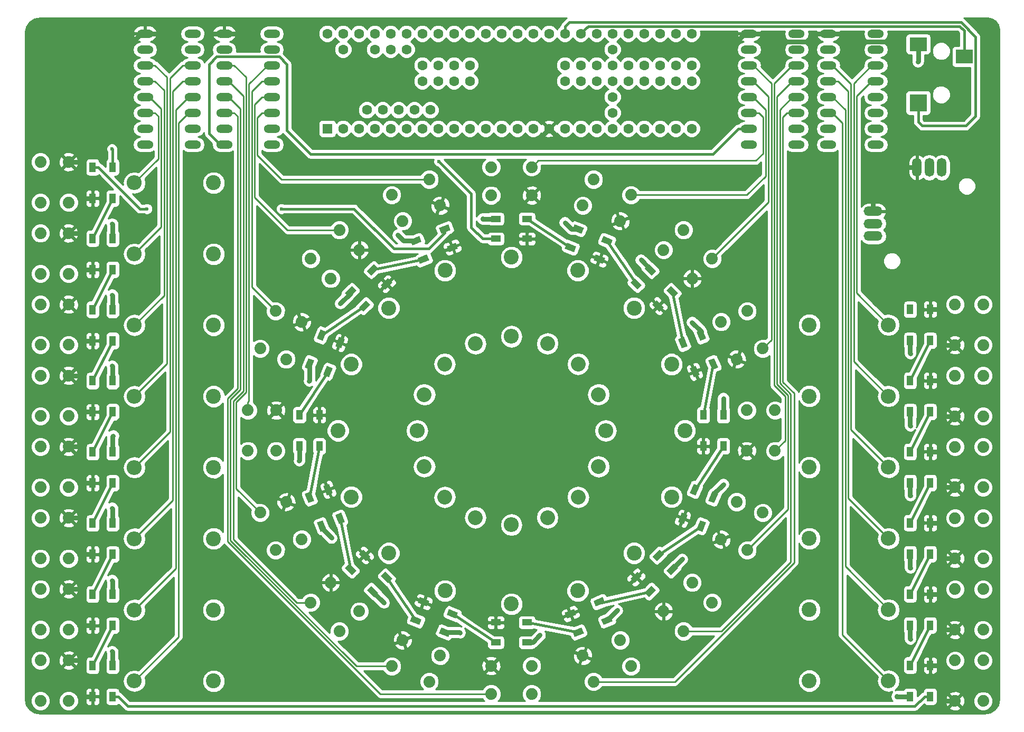
<source format=gtl>
G04 #@! TF.FileFunction,Copper,L1,Top,Signal*
%FSLAX46Y46*%
G04 Gerber Fmt 4.6, Leading zero omitted, Abs format (unit mm)*
G04 Created by KiCad (PCBNEW 4.0.6) date Thursday, 30. August 2018 'u42' 16:42:36*
%MOMM*%
%LPD*%
G01*
G04 APERTURE LIST*
%ADD10C,0.100000*%
%ADD11O,2.641600X1.320800*%
%ADD12R,1.000000X1.600000*%
%ADD13C,1.600000*%
%ADD14R,1.600000X1.600000*%
%ADD15O,2.999740X1.498600*%
%ADD16O,1.498600X2.999740*%
%ADD17R,1.600000X1.000000*%
%ADD18C,2.400000*%
%ADD19O,2.400000X2.400000*%
%ADD20C,2.400000*%
%ADD21C,1.879600*%
%ADD22R,2.800000X2.200000*%
%ADD23R,2.800000X2.800000*%
%ADD24C,0.600000*%
%ADD25C,0.800000*%
%ADD26C,0.400000*%
%ADD27C,0.250000*%
%ADD28C,0.254000*%
G04 APERTURE END LIST*
D10*
D11*
X107391200Y-40182800D03*
X107391200Y-42722800D03*
X107391200Y-45262800D03*
X107391200Y-47802800D03*
X107391200Y-50342800D03*
X107391200Y-52882800D03*
X107391200Y-55422800D03*
X107391200Y-57962800D03*
X99771200Y-57962800D03*
X99771200Y-55422800D03*
X99771200Y-52882800D03*
X99771200Y-50342800D03*
X99771200Y-47802800D03*
X99771200Y-45262800D03*
X99771200Y-42722800D03*
X99771200Y-40182800D03*
X94691200Y-40182800D03*
X94691200Y-42722800D03*
X94691200Y-45262800D03*
X94691200Y-47802800D03*
X94691200Y-50342800D03*
X94691200Y-52882800D03*
X94691200Y-55422800D03*
X94691200Y-57962800D03*
X87071200Y-57962800D03*
X87071200Y-55422800D03*
X87071200Y-52882800D03*
X87071200Y-50342800D03*
X87071200Y-47802800D03*
X87071200Y-45262800D03*
X87071200Y-42722800D03*
X87071200Y-40182800D03*
X191511200Y-40182800D03*
X191511200Y-42722800D03*
X191511200Y-45262800D03*
X191511200Y-47802800D03*
X191511200Y-50342800D03*
X191511200Y-52882800D03*
X191511200Y-55422800D03*
X191511200Y-57962800D03*
X183891200Y-57962800D03*
X183891200Y-55422800D03*
X183891200Y-52882800D03*
X183891200Y-50342800D03*
X183891200Y-47802800D03*
X183891200Y-45262800D03*
X183891200Y-42722800D03*
X183891200Y-40182800D03*
X204211200Y-40182800D03*
X204211200Y-42722800D03*
X204211200Y-45262800D03*
X204211200Y-47802800D03*
X204211200Y-50342800D03*
X204211200Y-52882800D03*
X204211200Y-55422800D03*
X204211200Y-57962800D03*
X196591200Y-57962800D03*
X196591200Y-55422800D03*
X196591200Y-52882800D03*
X196591200Y-50342800D03*
X196591200Y-47802800D03*
X196591200Y-45262800D03*
X196591200Y-42722800D03*
X196591200Y-40182800D03*
D10*
G36*
X122617039Y-129448724D02*
X123324146Y-128741617D01*
X124455517Y-129872988D01*
X123748410Y-130580095D01*
X122617039Y-129448724D01*
X122617039Y-129448724D01*
G37*
G36*
X124879781Y-127185982D02*
X125586888Y-126478875D01*
X126718259Y-127610246D01*
X126011152Y-128317353D01*
X124879781Y-127185982D01*
X124879781Y-127185982D01*
G37*
G36*
X119081505Y-125913190D02*
X119788612Y-125206083D01*
X120919983Y-126337454D01*
X120212876Y-127044561D01*
X119081505Y-125913190D01*
X119081505Y-125913190D01*
G37*
G36*
X121344247Y-123650448D02*
X122051354Y-122943341D01*
X123182725Y-124074712D01*
X122475618Y-124781819D01*
X121344247Y-123650448D01*
X121344247Y-123650448D01*
G37*
D12*
X81864000Y-141549600D03*
X78664000Y-141549600D03*
X81864000Y-146549600D03*
X78664000Y-146549600D03*
X81864000Y-130129600D03*
X78664000Y-130129600D03*
X81864000Y-135129600D03*
X78664000Y-135129600D03*
X81864000Y-118709600D03*
X78664000Y-118709600D03*
X81864000Y-123709600D03*
X78664000Y-123709600D03*
X81864000Y-107289600D03*
X78664000Y-107289600D03*
X81864000Y-112289600D03*
X78664000Y-112289600D03*
X81864000Y-95869600D03*
X78664000Y-95869600D03*
X81864000Y-100869600D03*
X78664000Y-100869600D03*
X81864000Y-84449600D03*
X78664000Y-84449600D03*
X81864000Y-89449600D03*
X78664000Y-89449600D03*
X81864000Y-73029600D03*
X78664000Y-73029600D03*
X81864000Y-78029600D03*
X78664000Y-78029600D03*
X81864000Y-61609600D03*
X78664000Y-61609600D03*
X81864000Y-66609600D03*
X78664000Y-66609600D03*
X209728000Y-146518800D03*
X212928000Y-146518800D03*
X209728000Y-141518800D03*
X212928000Y-141518800D03*
X209728000Y-135098800D03*
X212928000Y-135098800D03*
X209728000Y-130098800D03*
X212928000Y-130098800D03*
X209728000Y-123678800D03*
X212928000Y-123678800D03*
X209728000Y-118678800D03*
X212928000Y-118678800D03*
X209728000Y-112258800D03*
X212928000Y-112258800D03*
X209728000Y-107258800D03*
X212928000Y-107258800D03*
X209728000Y-100838800D03*
X212928000Y-100838800D03*
X209728000Y-95838800D03*
X212928000Y-95838800D03*
D13*
X156921200Y-55422800D03*
X159461200Y-55422800D03*
X162001200Y-55422800D03*
X164541200Y-55422800D03*
X154381200Y-55422800D03*
X151841200Y-55422800D03*
X149301200Y-55422800D03*
X167081200Y-55422800D03*
X169621200Y-55422800D03*
X172161200Y-55422800D03*
X174701200Y-55422800D03*
X162001200Y-52882800D03*
X162001200Y-50342800D03*
X162001200Y-47802800D03*
X162001200Y-45262800D03*
X162001200Y-42722800D03*
X174701200Y-40182800D03*
X172161200Y-40182800D03*
X169621200Y-40182800D03*
X167081200Y-40182800D03*
X164541200Y-40182800D03*
X162001200Y-40182800D03*
X159461200Y-40182800D03*
X156921200Y-40182800D03*
X146761200Y-55422800D03*
X144221200Y-55422800D03*
X141681200Y-55422800D03*
X139141200Y-55422800D03*
X136601200Y-55422800D03*
X134061200Y-55422800D03*
X131521200Y-55422800D03*
X128981200Y-55422800D03*
X126441200Y-55422800D03*
X123901200Y-55422800D03*
X121361200Y-55422800D03*
X118821200Y-55422800D03*
D14*
X116281200Y-55422800D03*
D13*
X154381200Y-40182800D03*
X151841200Y-40182800D03*
X149301200Y-40182800D03*
X146761200Y-40182800D03*
X144221200Y-40182800D03*
X141681200Y-40182800D03*
X139141200Y-40182800D03*
X136601200Y-40182800D03*
X134061200Y-40182800D03*
X131521200Y-40182800D03*
X128981200Y-40182800D03*
X126441200Y-40182800D03*
X123901200Y-40182800D03*
X121361200Y-40182800D03*
X118821200Y-40182800D03*
X116281200Y-40182800D03*
X118821200Y-42722800D03*
X123901200Y-42722800D03*
X126441200Y-42722800D03*
X128981200Y-42722800D03*
X131521200Y-47802800D03*
X134061200Y-47802800D03*
X136601200Y-47802800D03*
X139141200Y-47802800D03*
X154381200Y-47802800D03*
X156921200Y-47802800D03*
X159461200Y-47802800D03*
X164541200Y-47802800D03*
X167081200Y-47802800D03*
X169621200Y-47802800D03*
X172161200Y-47802800D03*
X174701200Y-47802800D03*
X174701200Y-45262800D03*
X172161200Y-45262800D03*
X169621200Y-45262800D03*
X167081200Y-45262800D03*
X164541200Y-45262800D03*
X159461200Y-45262800D03*
X156921200Y-45262800D03*
X154381200Y-45262800D03*
X139141200Y-45262800D03*
X136601200Y-45262800D03*
X134061200Y-45262800D03*
X131521200Y-45262800D03*
X122631200Y-52422800D03*
X125171200Y-52422800D03*
X127711200Y-52422800D03*
X130251200Y-52422800D03*
X132791200Y-52422800D03*
D12*
X209728000Y-89418800D03*
X212928000Y-89418800D03*
X209728000Y-84418800D03*
X212928000Y-84418800D03*
D15*
X203801980Y-70662800D03*
X203801980Y-68663820D03*
X203801980Y-72661780D03*
D16*
X212801200Y-61663580D03*
X210802220Y-61663580D03*
X214800180Y-61663580D03*
D17*
X148296000Y-137845600D03*
X148296000Y-134645600D03*
X143296000Y-137845600D03*
X143296000Y-134645600D03*
D10*
G36*
X160561520Y-135070405D02*
X160178837Y-134146525D01*
X161657044Y-133534231D01*
X162039727Y-134458111D01*
X160561520Y-135070405D01*
X160561520Y-135070405D01*
G37*
G36*
X159336933Y-132113990D02*
X158954250Y-131190110D01*
X160432457Y-130577816D01*
X160815140Y-131501696D01*
X159336933Y-132113990D01*
X159336933Y-132113990D01*
G37*
G36*
X155942123Y-136983822D02*
X155559440Y-136059942D01*
X157037647Y-135447648D01*
X157420330Y-136371528D01*
X155942123Y-136983822D01*
X155942123Y-136983822D01*
G37*
G36*
X154717536Y-134027407D02*
X154334853Y-133103527D01*
X155813060Y-132491233D01*
X156195743Y-133415113D01*
X154717536Y-134027407D01*
X154717536Y-134027407D01*
G37*
G36*
X171379124Y-127044561D02*
X170672017Y-126337454D01*
X171803388Y-125206083D01*
X172510495Y-125913190D01*
X171379124Y-127044561D01*
X171379124Y-127044561D01*
G37*
G36*
X169116382Y-124781819D02*
X168409275Y-124074712D01*
X169540646Y-122943341D01*
X170247753Y-123650448D01*
X169116382Y-124781819D01*
X169116382Y-124781819D01*
G37*
G36*
X167843590Y-130580095D02*
X167136483Y-129872988D01*
X168267854Y-128741617D01*
X168974961Y-129448724D01*
X167843590Y-130580095D01*
X167843590Y-130580095D01*
G37*
G36*
X165580848Y-128317353D02*
X164873741Y-127610246D01*
X166005112Y-126478875D01*
X166712219Y-127185982D01*
X165580848Y-128317353D01*
X165580848Y-128317353D01*
G37*
G36*
X178301928Y-115489930D02*
X177378048Y-115107247D01*
X177990342Y-113629040D01*
X178914222Y-114011723D01*
X178301928Y-115489930D01*
X178301928Y-115489930D01*
G37*
G36*
X175345513Y-114265343D02*
X174421633Y-113882660D01*
X175033927Y-112404453D01*
X175957807Y-112787136D01*
X175345513Y-114265343D01*
X175345513Y-114265343D01*
G37*
G36*
X176388511Y-120109327D02*
X175464631Y-119726644D01*
X176076925Y-118248437D01*
X177000805Y-118631120D01*
X176388511Y-120109327D01*
X176388511Y-120109327D01*
G37*
G36*
X173432096Y-118884740D02*
X172508216Y-118502057D01*
X173120510Y-117023850D01*
X174044390Y-117406533D01*
X173432096Y-118884740D01*
X173432096Y-118884740D01*
G37*
D12*
X179776000Y-101365600D03*
X176576000Y-101365600D03*
X179776000Y-106365600D03*
X176576000Y-106365600D03*
D10*
G36*
X177000805Y-89100080D02*
X176076925Y-89482763D01*
X175464631Y-88004556D01*
X176388511Y-87621873D01*
X177000805Y-89100080D01*
X177000805Y-89100080D01*
G37*
G36*
X174044390Y-90324667D02*
X173120510Y-90707350D01*
X172508216Y-89229143D01*
X173432096Y-88846460D01*
X174044390Y-90324667D01*
X174044390Y-90324667D01*
G37*
G36*
X178914222Y-93719477D02*
X177990342Y-94102160D01*
X177378048Y-92623953D01*
X178301928Y-92241270D01*
X178914222Y-93719477D01*
X178914222Y-93719477D01*
G37*
G36*
X175957807Y-94944064D02*
X175033927Y-95326747D01*
X174421633Y-93848540D01*
X175345513Y-93465857D01*
X175957807Y-94944064D01*
X175957807Y-94944064D01*
G37*
G36*
X168974961Y-78282476D02*
X168267854Y-78989583D01*
X167136483Y-77858212D01*
X167843590Y-77151105D01*
X168974961Y-78282476D01*
X168974961Y-78282476D01*
G37*
G36*
X166712219Y-80545218D02*
X166005112Y-81252325D01*
X164873741Y-80120954D01*
X165580848Y-79413847D01*
X166712219Y-80545218D01*
X166712219Y-80545218D01*
G37*
G36*
X172510495Y-81818010D02*
X171803388Y-82525117D01*
X170672017Y-81393746D01*
X171379124Y-80686639D01*
X172510495Y-81818010D01*
X172510495Y-81818010D01*
G37*
G36*
X170247753Y-84080752D02*
X169540646Y-84787859D01*
X168409275Y-83656488D01*
X169116382Y-82949381D01*
X170247753Y-84080752D01*
X170247753Y-84080752D01*
G37*
G36*
X157420330Y-71359672D02*
X157037647Y-72283552D01*
X155559440Y-71671258D01*
X155942123Y-70747378D01*
X157420330Y-71359672D01*
X157420330Y-71359672D01*
G37*
G36*
X156195743Y-74316087D02*
X155813060Y-75239967D01*
X154334853Y-74627673D01*
X154717536Y-73703793D01*
X156195743Y-74316087D01*
X156195743Y-74316087D01*
G37*
G36*
X162039727Y-73273089D02*
X161657044Y-74196969D01*
X160178837Y-73584675D01*
X160561520Y-72660795D01*
X162039727Y-73273089D01*
X162039727Y-73273089D01*
G37*
G36*
X160815140Y-76229504D02*
X160432457Y-77153384D01*
X158954250Y-76541090D01*
X159336933Y-75617210D01*
X160815140Y-76229504D01*
X160815140Y-76229504D01*
G37*
D17*
X143296000Y-69885600D03*
X143296000Y-73085600D03*
X148296000Y-69885600D03*
X148296000Y-73085600D03*
D10*
G36*
X131030480Y-72660795D02*
X131413163Y-73584675D01*
X129934956Y-74196969D01*
X129552273Y-73273089D01*
X131030480Y-72660795D01*
X131030480Y-72660795D01*
G37*
G36*
X132255067Y-75617210D02*
X132637750Y-76541090D01*
X131159543Y-77153384D01*
X130776860Y-76229504D01*
X132255067Y-75617210D01*
X132255067Y-75617210D01*
G37*
G36*
X135649877Y-70747378D02*
X136032560Y-71671258D01*
X134554353Y-72283552D01*
X134171670Y-71359672D01*
X135649877Y-70747378D01*
X135649877Y-70747378D01*
G37*
G36*
X136874464Y-73703793D02*
X137257147Y-74627673D01*
X135778940Y-75239967D01*
X135396257Y-74316087D01*
X136874464Y-73703793D01*
X136874464Y-73703793D01*
G37*
G36*
X120212876Y-80686639D02*
X120919983Y-81393746D01*
X119788612Y-82525117D01*
X119081505Y-81818010D01*
X120212876Y-80686639D01*
X120212876Y-80686639D01*
G37*
G36*
X122475618Y-82949381D02*
X123182725Y-83656488D01*
X122051354Y-84787859D01*
X121344247Y-84080752D01*
X122475618Y-82949381D01*
X122475618Y-82949381D01*
G37*
G36*
X123748410Y-77151105D02*
X124455517Y-77858212D01*
X123324146Y-78989583D01*
X122617039Y-78282476D01*
X123748410Y-77151105D01*
X123748410Y-77151105D01*
G37*
G36*
X126011152Y-79413847D02*
X126718259Y-80120954D01*
X125586888Y-81252325D01*
X124879781Y-80545218D01*
X126011152Y-79413847D01*
X126011152Y-79413847D01*
G37*
G36*
X113290072Y-92241270D02*
X114213952Y-92623953D01*
X113601658Y-94102160D01*
X112677778Y-93719477D01*
X113290072Y-92241270D01*
X113290072Y-92241270D01*
G37*
G36*
X116246487Y-93465857D02*
X117170367Y-93848540D01*
X116558073Y-95326747D01*
X115634193Y-94944064D01*
X116246487Y-93465857D01*
X116246487Y-93465857D01*
G37*
G36*
X115203489Y-87621873D02*
X116127369Y-88004556D01*
X115515075Y-89482763D01*
X114591195Y-89100080D01*
X115203489Y-87621873D01*
X115203489Y-87621873D01*
G37*
G36*
X118159904Y-88846460D02*
X119083784Y-89229143D01*
X118471490Y-90707350D01*
X117547610Y-90324667D01*
X118159904Y-88846460D01*
X118159904Y-88846460D01*
G37*
D12*
X111816000Y-106365600D03*
X115016000Y-106365600D03*
X111816000Y-101365600D03*
X115016000Y-101365600D03*
D10*
G36*
X114591195Y-118631120D02*
X115515075Y-118248437D01*
X116127369Y-119726644D01*
X115203489Y-120109327D01*
X114591195Y-118631120D01*
X114591195Y-118631120D01*
G37*
G36*
X117547610Y-117406533D02*
X118471490Y-117023850D01*
X119083784Y-118502057D01*
X118159904Y-118884740D01*
X117547610Y-117406533D01*
X117547610Y-117406533D01*
G37*
G36*
X112677778Y-114011723D02*
X113601658Y-113629040D01*
X114213952Y-115107247D01*
X113290072Y-115489930D01*
X112677778Y-114011723D01*
X112677778Y-114011723D01*
G37*
G36*
X115634193Y-112787136D02*
X116558073Y-112404453D01*
X117170367Y-113882660D01*
X116246487Y-114265343D01*
X115634193Y-112787136D01*
X115634193Y-112787136D01*
G37*
G36*
X134171670Y-136371528D02*
X134554353Y-135447648D01*
X136032560Y-136059942D01*
X135649877Y-136983822D01*
X134171670Y-136371528D01*
X134171670Y-136371528D01*
G37*
G36*
X135396257Y-133415113D02*
X135778940Y-132491233D01*
X137257147Y-133103527D01*
X136874464Y-134027407D01*
X135396257Y-133415113D01*
X135396257Y-133415113D01*
G37*
G36*
X129552273Y-134458111D02*
X129934956Y-133534231D01*
X131413163Y-134146525D01*
X131030480Y-135070405D01*
X129552273Y-134458111D01*
X129552273Y-134458111D01*
G37*
G36*
X130776860Y-131501696D02*
X131159543Y-130577816D01*
X132637750Y-131190110D01*
X132255067Y-132113990D01*
X130776860Y-131501696D01*
X130776860Y-131501696D01*
G37*
D18*
X145796000Y-131673600D03*
D19*
X145796000Y-118973600D03*
D18*
X156437661Y-129556842D03*
D20*
X151577581Y-117823572D02*
X151577581Y-117823572D01*
D18*
X165459225Y-123528825D03*
D20*
X156478969Y-114548569D02*
X156478969Y-114548569D01*
D18*
X171487242Y-114507261D03*
D20*
X159753972Y-109647181D02*
X159753972Y-109647181D01*
D18*
X173604000Y-103865600D03*
D19*
X160904000Y-103865600D03*
D18*
X171487242Y-93223939D03*
D20*
X159753972Y-98084019D02*
X159753972Y-98084019D01*
D18*
X165459225Y-84202375D03*
D20*
X156478969Y-93182631D02*
X156478969Y-93182631D01*
D18*
X156437661Y-78174358D03*
D20*
X151577581Y-89907628D02*
X151577581Y-89907628D01*
D18*
X145796000Y-76057600D03*
D19*
X145796000Y-88757600D03*
D18*
X135154339Y-78174358D03*
D20*
X140014419Y-89907628D02*
X140014419Y-89907628D01*
D18*
X126132775Y-84202375D03*
D20*
X135113031Y-93182631D02*
X135113031Y-93182631D01*
D18*
X120104758Y-93223939D03*
D20*
X131838028Y-98084019D02*
X131838028Y-98084019D01*
D18*
X117988000Y-103865600D03*
D19*
X130688000Y-103865600D03*
D18*
X120104758Y-114507261D03*
D20*
X131838028Y-109647181D02*
X131838028Y-109647181D01*
D18*
X126132775Y-123528825D03*
D20*
X135113031Y-114548569D02*
X135113031Y-114548569D01*
D18*
X135154339Y-129556842D03*
D20*
X140014419Y-117823572D02*
X140014419Y-117823572D01*
D18*
X98044000Y-64109600D03*
D19*
X85344000Y-64109600D03*
D18*
X98044000Y-75529600D03*
D19*
X85344000Y-75529600D03*
D18*
X98044000Y-86949600D03*
D19*
X85344000Y-86949600D03*
D18*
X98044000Y-98369600D03*
D19*
X85344000Y-98369600D03*
D18*
X98044000Y-109789600D03*
D19*
X85344000Y-109789600D03*
D18*
X98044000Y-121209600D03*
D19*
X85344000Y-121209600D03*
D18*
X98044000Y-132629600D03*
D19*
X85344000Y-132629600D03*
D18*
X98044000Y-144049600D03*
D19*
X85344000Y-144049600D03*
D18*
X193548000Y-86918800D03*
D19*
X206248000Y-86918800D03*
D18*
X193548000Y-98338800D03*
D19*
X206248000Y-98338800D03*
D18*
X193548000Y-109758800D03*
D19*
X206248000Y-109758800D03*
D18*
X193548000Y-121178800D03*
D19*
X206248000Y-121178800D03*
D18*
X193548000Y-132598800D03*
D19*
X206248000Y-132598800D03*
D18*
X193548000Y-144018800D03*
D19*
X206248000Y-144018800D03*
D21*
X142544800Y-141605000D03*
X149047200Y-141605000D03*
X142544800Y-146126200D03*
X149047200Y-146126200D03*
X157234526Y-139976439D03*
X163241960Y-137488079D03*
X158964714Y-144153483D03*
X164972148Y-141665123D03*
X170182840Y-132850331D03*
X174780731Y-128252440D03*
X173379811Y-136047302D03*
X177977702Y-131449411D03*
X179418479Y-121311560D03*
X181906839Y-115304126D03*
X183595523Y-123041748D03*
X186083883Y-117034314D03*
X183535400Y-107116800D03*
X183535400Y-100614400D03*
X188056600Y-107116800D03*
X188056600Y-100614400D03*
X181906839Y-92427074D03*
X179418479Y-86419640D03*
X186083883Y-90696886D03*
X183595523Y-84689452D03*
X174780731Y-79478760D03*
X170182840Y-74880869D03*
X177977702Y-76281789D03*
X173379811Y-71683898D03*
X163241960Y-70243121D03*
X157234526Y-67754761D03*
X164972148Y-66066077D03*
X158964714Y-63577717D03*
X149047200Y-66126200D03*
X142544800Y-66126200D03*
X149047200Y-61605000D03*
X142544800Y-61605000D03*
X134357474Y-67754761D03*
X128350040Y-70243121D03*
X132627286Y-63577717D03*
X126619852Y-66066077D03*
X121409160Y-74880869D03*
X116811269Y-79478760D03*
X118212189Y-71683898D03*
X113614298Y-76281789D03*
X112173521Y-86419640D03*
X109685161Y-92427074D03*
X107996477Y-84689452D03*
X105508117Y-90696886D03*
X108056600Y-100614400D03*
X108056600Y-107116800D03*
X103535400Y-100614400D03*
X103535400Y-107116800D03*
X109685161Y-115304126D03*
X112173521Y-121311560D03*
X105508117Y-117034314D03*
X107996477Y-123041748D03*
X116811269Y-128252440D03*
X121409160Y-132850331D03*
X113614298Y-131449411D03*
X118212189Y-136047302D03*
X128350040Y-137488079D03*
X134357474Y-139976439D03*
X126619852Y-141665123D03*
X132627286Y-144153483D03*
X74808080Y-60777120D03*
X74808080Y-67279520D03*
X70286880Y-60777120D03*
X70286880Y-67279520D03*
X74808080Y-72197120D03*
X74808080Y-78699520D03*
X70286880Y-72197120D03*
X70286880Y-78699520D03*
X74808080Y-83617120D03*
X74808080Y-90119520D03*
X70286880Y-83617120D03*
X70286880Y-90119520D03*
X74808080Y-95037120D03*
X74808080Y-101539520D03*
X70286880Y-95037120D03*
X70286880Y-101539520D03*
X74808080Y-106457120D03*
X74808080Y-112959520D03*
X70286880Y-106457120D03*
X70286880Y-112959520D03*
X74808080Y-117877120D03*
X74808080Y-124379520D03*
X70286880Y-117877120D03*
X70286880Y-124379520D03*
X74808080Y-129297120D03*
X74808080Y-135799520D03*
X70286880Y-129297120D03*
X70286880Y-135799520D03*
X74808080Y-140717120D03*
X74808080Y-147219520D03*
X70286880Y-140717120D03*
X70286880Y-147219520D03*
X216910920Y-90139520D03*
X216910920Y-83637120D03*
X221432120Y-90139520D03*
X221432120Y-83637120D03*
X216910920Y-101559520D03*
X216910920Y-95057120D03*
X221432120Y-101559520D03*
X221432120Y-95057120D03*
X216910920Y-112979520D03*
X216910920Y-106477120D03*
X221432120Y-112979520D03*
X221432120Y-106477120D03*
X216910920Y-124399520D03*
X216910920Y-117897120D03*
X221432120Y-124399520D03*
X221432120Y-117897120D03*
X216910920Y-135819520D03*
X216910920Y-129317120D03*
X221432120Y-135819520D03*
X221432120Y-129317120D03*
X216910920Y-147239520D03*
X216910920Y-140737120D03*
X221432120Y-147239520D03*
X221432120Y-140737120D03*
D22*
X218406200Y-43876800D03*
X211006200Y-41876800D03*
D23*
X211006200Y-51276800D03*
D24*
X127561200Y-72482800D03*
X118361200Y-83482800D03*
X113361200Y-95882800D03*
X111761200Y-108682800D03*
X116961200Y-121082800D03*
X125361200Y-131482800D03*
X137561200Y-136282800D03*
X150361200Y-136682800D03*
X162761200Y-132682800D03*
X173161200Y-124482800D03*
X179761200Y-112482800D03*
X179761200Y-98682800D03*
X174761200Y-86482800D03*
X166561200Y-76482800D03*
X154361200Y-70482800D03*
X141161200Y-69882800D03*
X81761200Y-139282800D03*
X81761200Y-127882800D03*
X81761200Y-116282800D03*
X81961200Y-104682800D03*
X81761200Y-93482800D03*
X81761200Y-82082800D03*
X81761200Y-70682800D03*
X210961200Y-44682800D03*
X209761200Y-91482800D03*
X209761200Y-103082800D03*
X209761200Y-114282800D03*
X209761200Y-125882800D03*
X209761200Y-137282800D03*
X207561200Y-146482800D03*
X81761200Y-58682800D03*
X134161200Y-60682800D03*
X87361200Y-68282800D03*
X108961200Y-68282800D03*
D25*
X130482718Y-73428882D02*
X128507282Y-73428882D01*
X128507282Y-73428882D02*
X127561200Y-72482800D01*
X120000744Y-81605878D02*
X120000744Y-81843256D01*
X120000744Y-81843256D02*
X118361200Y-83482800D01*
X113445865Y-93171715D02*
X113445865Y-95798135D01*
X113445865Y-95798135D02*
X113361200Y-95882800D01*
X111816000Y-106365600D02*
X111816000Y-108628000D01*
X111816000Y-108628000D02*
X111761200Y-108682800D01*
X115359282Y-119178882D02*
X115359282Y-119480882D01*
X115359282Y-119480882D02*
X116961200Y-121082800D01*
X123536278Y-129660856D02*
X123539256Y-129660856D01*
X123539256Y-129660856D02*
X125361200Y-131482800D01*
X135102115Y-136215735D02*
X137494135Y-136215735D01*
X137494135Y-136215735D02*
X137561200Y-136282800D01*
X148296000Y-137845600D02*
X149198400Y-137845600D01*
X149198400Y-137845600D02*
X150361200Y-136682800D01*
X161109282Y-134302318D02*
X161141682Y-134302318D01*
X161141682Y-134302318D02*
X162761200Y-132682800D01*
X171591256Y-126125322D02*
X171591256Y-126052744D01*
X171591256Y-126052744D02*
X173161200Y-124482800D01*
X178146135Y-114559485D02*
X178146135Y-114097865D01*
X178146135Y-114097865D02*
X179761200Y-112482800D01*
X179776000Y-101365600D02*
X179776000Y-98697600D01*
X179776000Y-98697600D02*
X179761200Y-98682800D01*
X176232718Y-88552318D02*
X176232718Y-87954318D01*
X176232718Y-87954318D02*
X174761200Y-86482800D01*
X168055722Y-78070344D02*
X168055722Y-77977322D01*
X168055722Y-77977322D02*
X166561200Y-76482800D01*
X156489885Y-71515465D02*
X155393865Y-71515465D01*
X155393865Y-71515465D02*
X154361200Y-70482800D01*
X143296000Y-69885600D02*
X141164000Y-69885600D01*
X141164000Y-69885600D02*
X141161200Y-69882800D01*
X81864000Y-141549600D02*
X81864000Y-139385600D01*
X81864000Y-139385600D02*
X81761200Y-139282800D01*
X81864000Y-130129600D02*
X81864000Y-127985600D01*
X81864000Y-127985600D02*
X81761200Y-127882800D01*
X81864000Y-118709600D02*
X81864000Y-116385600D01*
X81864000Y-116385600D02*
X81761200Y-116282800D01*
X81864000Y-107289600D02*
X81864000Y-104780000D01*
X81864000Y-104780000D02*
X81961200Y-104682800D01*
X81864000Y-95869600D02*
X81864000Y-93585600D01*
X81864000Y-93585600D02*
X81761200Y-93482800D01*
X81864000Y-84449600D02*
X81864000Y-82185600D01*
X81864000Y-82185600D02*
X81761200Y-82082800D01*
X81864000Y-73029600D02*
X81864000Y-70785600D01*
X81864000Y-70785600D02*
X81761200Y-70682800D01*
X211006200Y-41876800D02*
X211006200Y-44637800D01*
X211006200Y-44637800D02*
X210961200Y-44682800D01*
X209728000Y-89418800D02*
X209728000Y-91449600D01*
X209728000Y-91449600D02*
X209761200Y-91482800D01*
X209728000Y-100838800D02*
X209728000Y-103049600D01*
X209728000Y-103049600D02*
X209761200Y-103082800D01*
X209728000Y-112258800D02*
X209728000Y-114249600D01*
X209728000Y-114249600D02*
X209761200Y-114282800D01*
X209728000Y-123678800D02*
X209728000Y-125849600D01*
X209728000Y-125849600D02*
X209761200Y-125882800D01*
X209728000Y-135098800D02*
X209728000Y-137249600D01*
X209728000Y-137249600D02*
X209761200Y-137282800D01*
X209728000Y-146518800D02*
X207597200Y-146518800D01*
X207597200Y-146518800D02*
X207561200Y-146482800D01*
D26*
X81864000Y-61609600D02*
X81864000Y-58785600D01*
X81864000Y-58785600D02*
X81761200Y-58682800D01*
X141164000Y-73085600D02*
X143296000Y-73085600D01*
X139361200Y-71282800D02*
X141164000Y-73085600D01*
X139361200Y-65882800D02*
X139361200Y-71282800D01*
X134161200Y-60682800D02*
X139361200Y-65882800D01*
X99771200Y-55422800D02*
X99110800Y-55422800D01*
D25*
X210802220Y-61663580D02*
X209252920Y-61663580D01*
X209252920Y-61663580D02*
X207561200Y-59971860D01*
X207561200Y-59971860D02*
X207561200Y-59882800D01*
X196591200Y-40182800D02*
X198712000Y-40182800D01*
X198712000Y-40182800D02*
X199991590Y-41462390D01*
X199991590Y-41462390D02*
X206340790Y-41462390D01*
X206340790Y-41462390D02*
X207561200Y-42682800D01*
X207561200Y-42682800D02*
X207561200Y-59882800D01*
X207561200Y-59882800D02*
X203801980Y-63642020D01*
X203801980Y-63642020D02*
X203801980Y-68663820D01*
X78664000Y-146549600D02*
X77364000Y-146549600D01*
X77364000Y-146549600D02*
X76635760Y-145821360D01*
X76635760Y-145821360D02*
X76635760Y-140717120D01*
X183891200Y-40182800D02*
X186012000Y-40182800D01*
X186012000Y-40182800D02*
X187291590Y-41462390D01*
X187291590Y-41462390D02*
X193190810Y-41462390D01*
X193190810Y-41462390D02*
X194470400Y-40182800D01*
X194470400Y-40182800D02*
X196591200Y-40182800D01*
X179961200Y-54682800D02*
X179961200Y-43452400D01*
X179961200Y-43452400D02*
X183230800Y-40182800D01*
X183230800Y-40182800D02*
X183891200Y-40182800D01*
X176561200Y-58082800D02*
X179961200Y-54682800D01*
X154501200Y-58082800D02*
X176561200Y-58082800D01*
X151841200Y-55422800D02*
X154501200Y-58082800D01*
X114161200Y-58082800D02*
X149181200Y-58082800D01*
X149181200Y-58082800D02*
X151841200Y-55422800D01*
X111461200Y-55382800D02*
X114161200Y-58082800D01*
X111461200Y-40382800D02*
X111461200Y-55382800D01*
X109461200Y-38382800D02*
X111461200Y-40382800D01*
X103692000Y-38382800D02*
X109461200Y-38382800D01*
X99771200Y-40182800D02*
X101892000Y-40182800D01*
X101892000Y-40182800D02*
X103692000Y-38382800D01*
X90992000Y-38382800D02*
X95850400Y-38382800D01*
X95850400Y-38382800D02*
X97650400Y-40182800D01*
X97650400Y-40182800D02*
X99771200Y-40182800D01*
X87071200Y-40182800D02*
X89192000Y-40182800D01*
X89192000Y-40182800D02*
X90992000Y-38382800D01*
X76661200Y-62622240D02*
X76661200Y-60732800D01*
X76661200Y-60732800D02*
X76661200Y-49932400D01*
X74808080Y-60777120D02*
X76616880Y-60777120D01*
X76616880Y-60777120D02*
X76661200Y-60732800D01*
X76657200Y-66629280D02*
X76657200Y-62626240D01*
X76657200Y-62626240D02*
X76661200Y-62622240D01*
X76661200Y-49932400D02*
X86410800Y-40182800D01*
X86410800Y-40182800D02*
X87071200Y-40182800D01*
X214993220Y-135826500D02*
X214993220Y-141528800D01*
X214993220Y-141528800D02*
X214993220Y-147159980D01*
X214228000Y-141518800D02*
X214238000Y-141528800D01*
X212928000Y-141518800D02*
X214228000Y-141518800D01*
X214238000Y-141528800D02*
X214993220Y-141528800D01*
X214993220Y-130040380D02*
X214993220Y-135826500D01*
X216910920Y-135819520D02*
X215581843Y-135819520D01*
X215581843Y-135819520D02*
X215574863Y-135826500D01*
X215574863Y-135826500D02*
X214993220Y-135826500D01*
X214993220Y-124391420D02*
X214993220Y-130040380D01*
X214934800Y-130098800D02*
X214993220Y-130040380D01*
X212928000Y-130098800D02*
X214934800Y-130098800D01*
X214993220Y-118681500D02*
X214993220Y-124391420D01*
X216910920Y-124399520D02*
X215581843Y-124399520D01*
X215581843Y-124399520D02*
X215573743Y-124391420D01*
X215573743Y-124391420D02*
X214993220Y-124391420D01*
X214993220Y-112979200D02*
X214993220Y-118681500D01*
X212928000Y-118678800D02*
X214228000Y-118678800D01*
X214228000Y-118678800D02*
X214230700Y-118681500D01*
X214230700Y-118681500D02*
X214993220Y-118681500D01*
X214993220Y-107258800D02*
X214993220Y-112979200D01*
X215581523Y-112979200D02*
X214993220Y-112979200D01*
X216910920Y-112979520D02*
X215581843Y-112979520D01*
X215581843Y-112979520D02*
X215581523Y-112979200D01*
X214993220Y-101559520D02*
X214993220Y-107258800D01*
X212928000Y-107258800D02*
X214993220Y-107258800D01*
X214993220Y-95838800D02*
X214993220Y-101559520D01*
X216910920Y-101559520D02*
X214993220Y-101559520D01*
X214993220Y-90129360D02*
X214993220Y-95838800D01*
X212928000Y-95838800D02*
X214993220Y-95838800D01*
X214993220Y-84420700D02*
X214993220Y-90129360D01*
X216910920Y-90139520D02*
X215581843Y-90139520D01*
X215581843Y-90139520D02*
X215571683Y-90129360D01*
X215571683Y-90129360D02*
X214993220Y-90129360D01*
X214993220Y-147159980D02*
X215072760Y-147239520D01*
X215072760Y-147239520D02*
X216910920Y-147239520D01*
X214995120Y-84418800D02*
X214993220Y-84420700D01*
X212928000Y-84418800D02*
X214995120Y-84418800D01*
X76657200Y-66629280D02*
X76657200Y-72179180D01*
X78664000Y-66609600D02*
X77364000Y-66609600D01*
X77364000Y-66609600D02*
X77344320Y-66629280D01*
X77344320Y-66629280D02*
X76657200Y-66629280D01*
X76657200Y-72179180D02*
X76657200Y-78026260D01*
X74808080Y-72197120D02*
X76639260Y-72197120D01*
X76639260Y-72197120D02*
X76657200Y-72179180D01*
X76657200Y-78026260D02*
X76657200Y-89451180D01*
X78664000Y-78029600D02*
X77364000Y-78029600D01*
X77364000Y-78029600D02*
X77360660Y-78026260D01*
X77360660Y-78026260D02*
X76657200Y-78026260D01*
X76657200Y-89451180D02*
X76657200Y-95041720D01*
X78664000Y-89449600D02*
X77364000Y-89449600D01*
X77364000Y-89449600D02*
X77362420Y-89451180D01*
X77362420Y-89451180D02*
X76657200Y-89451180D01*
X76657200Y-95041720D02*
X76657200Y-100832920D01*
X74808080Y-95037120D02*
X76137157Y-95037120D01*
X76137157Y-95037120D02*
X76141757Y-95041720D01*
X76141757Y-95041720D02*
X76657200Y-95041720D01*
X76657200Y-100832920D02*
X76657200Y-106408220D01*
X78664000Y-100869600D02*
X76693880Y-100869600D01*
X76693880Y-100869600D02*
X76657200Y-100832920D01*
X76657200Y-106408220D02*
X76657200Y-112288320D01*
X74808080Y-106457120D02*
X76608300Y-106457120D01*
X76608300Y-106457120D02*
X76657200Y-106408220D01*
X76657200Y-112288320D02*
X76657200Y-118000780D01*
X78664000Y-112289600D02*
X77364000Y-112289600D01*
X77364000Y-112289600D02*
X77362720Y-112288320D01*
X77362720Y-112288320D02*
X76657200Y-112288320D01*
X76657200Y-118000780D02*
X76657200Y-123708160D01*
X74808080Y-117877120D02*
X76533540Y-117877120D01*
X76533540Y-117877120D02*
X76657200Y-118000780D01*
X76657200Y-123708160D02*
X76657200Y-129334260D01*
X78664000Y-123709600D02*
X77364000Y-123709600D01*
X77362560Y-123708160D02*
X76657200Y-123708160D01*
X77364000Y-123709600D02*
X77362560Y-123708160D01*
X76620060Y-129297120D02*
X76657200Y-129334260D01*
X76657200Y-129334260D02*
X76657200Y-135117840D01*
X74808080Y-129297120D02*
X76620060Y-129297120D01*
X76657200Y-135117840D02*
X76657200Y-140695680D01*
X78664000Y-135129600D02*
X77364000Y-135129600D01*
X77364000Y-135129600D02*
X77352240Y-135117840D01*
X77352240Y-135117840D02*
X76657200Y-135117840D01*
X74808080Y-140717120D02*
X76635760Y-140717120D01*
X76635760Y-140717120D02*
X76657200Y-140695680D01*
D26*
X109761200Y-54814184D02*
X109761200Y-54482800D01*
X109761200Y-54482800D02*
X109761200Y-45082800D01*
X113561200Y-59482800D02*
X109761200Y-55682800D01*
X183891200Y-55422800D02*
X182170400Y-55422800D01*
X182170400Y-55422800D02*
X178110400Y-59482800D01*
X178110400Y-59482800D02*
X113561200Y-59482800D01*
X109761200Y-55682800D02*
X109761200Y-54482800D01*
X97361200Y-45082800D02*
X97361200Y-56213200D01*
X97361200Y-56213200D02*
X99110800Y-57962800D01*
X99110800Y-57962800D02*
X99771200Y-57962800D01*
X98561200Y-43882800D02*
X97361200Y-45082800D01*
X108561200Y-43882800D02*
X98561200Y-43882800D01*
X109761200Y-45082800D02*
X108561200Y-43882800D01*
X156489885Y-136215735D02*
X148296000Y-134645600D01*
X87361200Y-68282800D02*
X86237200Y-68282800D01*
X86237200Y-68282800D02*
X79564000Y-61609600D01*
X79564000Y-61609600D02*
X78664000Y-61609600D01*
X120561200Y-68282800D02*
X108961200Y-68282800D01*
X126961200Y-74682800D02*
X120561200Y-68282800D01*
X132575976Y-74682800D02*
X126961200Y-74682800D01*
X135102115Y-71515465D02*
X135102115Y-72156661D01*
X135102115Y-72156661D02*
X132575976Y-74682800D01*
X210464000Y-148082800D02*
X84297200Y-148082800D01*
X82764000Y-146549600D02*
X81864000Y-146549600D01*
X84297200Y-148082800D02*
X82764000Y-146549600D01*
X212928000Y-146518800D02*
X212028000Y-146518800D01*
X212028000Y-146518800D02*
X210464000Y-148082800D01*
X81864000Y-146549600D02*
X81932000Y-146549600D01*
X148296000Y-69885600D02*
X155265298Y-74471880D01*
X161109282Y-73428882D02*
X165792980Y-80333086D01*
X171591256Y-81605878D02*
X173276303Y-89776905D01*
X178146135Y-93171715D02*
X176576000Y-101365600D01*
X179776000Y-106365600D02*
X175189720Y-113334898D01*
X176232718Y-119178882D02*
X169328514Y-123862580D01*
X168055722Y-129660856D02*
X159461200Y-131622800D01*
X159461200Y-131622800D02*
X159884695Y-131345903D01*
X143296000Y-137845600D02*
X136326702Y-133259320D01*
X130482718Y-134302318D02*
X125799020Y-127398114D01*
X120000744Y-126125322D02*
X118315697Y-117954295D01*
X113445865Y-114559485D02*
X115016000Y-106365600D01*
X111816000Y-101365600D02*
X116402280Y-94396302D01*
X115359282Y-88552318D02*
X122263486Y-83868620D01*
X123536278Y-78070344D02*
X131707305Y-76385297D01*
X81864000Y-66609600D02*
X78664000Y-73029600D01*
X81864000Y-78029600D02*
X78664000Y-84449600D01*
X81864000Y-89449600D02*
X78664000Y-95869600D01*
X81864000Y-100869600D02*
X78664000Y-107289600D01*
X81864000Y-112289600D02*
X78664000Y-118709600D01*
X81864000Y-123709600D02*
X78664000Y-130129600D01*
X81864000Y-135129600D02*
X78664000Y-141549600D01*
X209728000Y-141518800D02*
X212928000Y-135098800D01*
X209728000Y-130098800D02*
X212928000Y-123678800D01*
X209728000Y-118678800D02*
X212928000Y-112258800D01*
X209728000Y-107258800D02*
X212928000Y-100838800D01*
X209728000Y-95838800D02*
X212928000Y-89418800D01*
D27*
X91061200Y-47322000D02*
X91061200Y-104072400D01*
X91061200Y-104072400D02*
X85344000Y-109789600D01*
X94691200Y-45262800D02*
X93120400Y-45262800D01*
X93120400Y-45262800D02*
X91061200Y-47322000D01*
X91511210Y-49411990D02*
X91511210Y-115042390D01*
X91511210Y-115042390D02*
X85344000Y-121209600D01*
X94691200Y-47802800D02*
X93120400Y-47802800D01*
X93120400Y-47802800D02*
X91511210Y-49411990D01*
X91961220Y-52412380D02*
X91961220Y-126012380D01*
X91961220Y-126012380D02*
X85344000Y-132629600D01*
X94691200Y-50342800D02*
X94030800Y-50342800D01*
X94030800Y-50342800D02*
X91961220Y-52412380D01*
X92411230Y-54502370D02*
X92411230Y-136982370D01*
X92411230Y-136982370D02*
X85344000Y-144049600D01*
X94691200Y-52882800D02*
X94030800Y-52882800D01*
X94030800Y-52882800D02*
X92411230Y-54502370D01*
X89211170Y-53451970D02*
X89211170Y-60242430D01*
X89211170Y-60242430D02*
X85344000Y-64109600D01*
X87071200Y-52882800D02*
X88642000Y-52882800D01*
X88642000Y-52882800D02*
X89211170Y-53451970D01*
X89661180Y-52272380D02*
X89661180Y-71212420D01*
X89661180Y-71212420D02*
X85344000Y-75529600D01*
X87071200Y-50342800D02*
X87731600Y-50342800D01*
X87731600Y-50342800D02*
X89661180Y-52272380D01*
X90111190Y-49271990D02*
X90111190Y-82182410D01*
X90111190Y-82182410D02*
X85344000Y-86949600D01*
X87071200Y-47802800D02*
X88642000Y-47802800D01*
X88642000Y-47802800D02*
X90111190Y-49271990D01*
X90561200Y-47182000D02*
X90561200Y-93152400D01*
X90561200Y-93152400D02*
X85344000Y-98369600D01*
X87071200Y-45262800D02*
X88642000Y-45262800D01*
X88642000Y-45262800D02*
X90561200Y-47182000D01*
X103711210Y-48282390D02*
X103711210Y-99109513D01*
X103711210Y-99109513D02*
X103535400Y-99285323D01*
X103535400Y-99285323D02*
X103535400Y-100614400D01*
X107391200Y-45262800D02*
X106730800Y-45262800D01*
X106730800Y-45262800D02*
X103711210Y-48282390D01*
X104161220Y-49461980D02*
X104161220Y-80854195D01*
X104161220Y-80854195D02*
X107996477Y-84689452D01*
X107391200Y-47802800D02*
X105820400Y-47802800D01*
X105820400Y-47802800D02*
X104161220Y-49461980D01*
X107391200Y-50342800D02*
X105820400Y-50342800D01*
X105820400Y-50342800D02*
X104611230Y-51551970D01*
X104611230Y-51551970D02*
X104611230Y-66432830D01*
X104611230Y-66432830D02*
X109862298Y-71683898D01*
X109862298Y-71683898D02*
X118212189Y-71683898D01*
X105061240Y-59682840D02*
X108956117Y-63577717D01*
X108956117Y-63577717D02*
X132627286Y-63577717D01*
X105061240Y-53641960D02*
X105061240Y-59682840D01*
X107391200Y-52882800D02*
X105820400Y-52882800D01*
X105820400Y-52882800D02*
X105061240Y-53641960D01*
X107391200Y-52882800D02*
X106730800Y-52882800D01*
X100311170Y-98723600D02*
X100311171Y-121669181D01*
X124768190Y-146126200D02*
X141215723Y-146126200D01*
X100311171Y-121669181D02*
X124768190Y-146126200D01*
X141215723Y-146126200D02*
X142544800Y-146126200D01*
X101911170Y-53451970D02*
X101911170Y-97123600D01*
X101911170Y-97123600D02*
X100311170Y-98723600D01*
X99771200Y-52882800D02*
X101342000Y-52882800D01*
X101342000Y-52882800D02*
X101911170Y-53451970D01*
X100761180Y-121482780D02*
X120943523Y-141665123D01*
X120943523Y-141665123D02*
X126619852Y-141665123D01*
X102361180Y-97310000D02*
X100761180Y-98910000D01*
X100761180Y-98910000D02*
X100761180Y-121482780D01*
X102361180Y-52272380D02*
X102361180Y-97310000D01*
X99771200Y-50342800D02*
X100431600Y-50342800D01*
X100431600Y-50342800D02*
X102361180Y-52272380D01*
X99771200Y-47802800D02*
X100431600Y-47802800D01*
X100431600Y-47802800D02*
X102811190Y-50182390D01*
X102811190Y-50182390D02*
X102811190Y-97496400D01*
X101211190Y-121296380D02*
X111364221Y-131449411D01*
X102811190Y-97496400D02*
X101211190Y-99096400D01*
X101211190Y-99096400D02*
X101211190Y-121296380D01*
X111364221Y-131449411D02*
X113614298Y-131449411D01*
X101661200Y-99282800D02*
X101661200Y-113187397D01*
X101661200Y-113187397D02*
X105508117Y-117034314D01*
X103261200Y-97682800D02*
X101661200Y-99282800D01*
X103261200Y-47182000D02*
X103261200Y-97682800D01*
X99771200Y-45262800D02*
X101342000Y-45262800D01*
X101342000Y-45262800D02*
X103261200Y-47182000D01*
X191511200Y-45262800D02*
X190850800Y-45262800D01*
X190850800Y-45262800D02*
X187927410Y-48186190D01*
X187927410Y-48186190D02*
X187927410Y-96614410D01*
X187927410Y-96614410D02*
X189687200Y-98374200D01*
X189687200Y-98374200D02*
X189687200Y-105486200D01*
X189687200Y-105486200D02*
X188056600Y-107116800D01*
X188377420Y-50276180D02*
X188377420Y-96428010D01*
X188377420Y-96428010D02*
X190137210Y-98187800D01*
X190137210Y-98187800D02*
X190137210Y-116500061D01*
X190137210Y-116500061D02*
X184535322Y-122101949D01*
X184535322Y-122101949D02*
X183595523Y-123041748D01*
X190850800Y-47802800D02*
X188377420Y-50276180D01*
X191511200Y-47802800D02*
X190850800Y-47802800D01*
X190587220Y-124931580D02*
X179471498Y-136047302D01*
X179471498Y-136047302D02*
X173379811Y-136047302D01*
X188827430Y-52366170D02*
X188827430Y-96241610D01*
X188827430Y-96241610D02*
X190587220Y-98001400D01*
X190587220Y-98001400D02*
X190587220Y-124931580D01*
X191511200Y-50342800D02*
X190850800Y-50342800D01*
X190850800Y-50342800D02*
X188827430Y-52366170D01*
X191109600Y-97887370D02*
X191109600Y-125045610D01*
X191109600Y-125045610D02*
X172001727Y-144153483D01*
X172001727Y-144153483D02*
X160293791Y-144153483D01*
X160293791Y-144153483D02*
X158964714Y-144153483D01*
X189277440Y-53545760D02*
X189277440Y-96055210D01*
X189277440Y-96055210D02*
X191109600Y-97887370D01*
X191511200Y-52882800D02*
X189940400Y-52882800D01*
X189940400Y-52882800D02*
X189277440Y-53545760D01*
X191511200Y-52882800D02*
X190850800Y-52882800D01*
X184962800Y-60566300D02*
X150085900Y-60566300D01*
X150085900Y-60566300D02*
X149047200Y-61605000D01*
X186127370Y-59401730D02*
X184962800Y-60566300D01*
X186127370Y-53548170D02*
X186127370Y-59401730D01*
X183891200Y-52882800D02*
X185462000Y-52882800D01*
X185462000Y-52882800D02*
X186127370Y-53548170D01*
X186577380Y-63028420D02*
X183539723Y-66066077D01*
X183539723Y-66066077D02*
X164972148Y-66066077D01*
X186577380Y-52368580D02*
X186577380Y-63028420D01*
X183891200Y-50342800D02*
X184551600Y-50342800D01*
X184551600Y-50342800D02*
X186577380Y-52368580D01*
X187027390Y-50278590D02*
X187027390Y-67232101D01*
X187027390Y-67232101D02*
X177977702Y-76281789D01*
X183891200Y-47802800D02*
X184551600Y-47802800D01*
X184551600Y-47802800D02*
X187027390Y-50278590D01*
X187477400Y-48188600D02*
X187477400Y-89303369D01*
X187477400Y-89303369D02*
X186083883Y-90696886D01*
X183891200Y-45262800D02*
X184551600Y-45262800D01*
X184551600Y-45262800D02*
X187477400Y-48188600D01*
X200672700Y-48140900D02*
X200672700Y-92763500D01*
X200672700Y-92763500D02*
X206248000Y-98338800D01*
X204211200Y-45262800D02*
X203550800Y-45262800D01*
X203550800Y-45262800D02*
X200672700Y-48140900D01*
X201122710Y-50230890D02*
X201122710Y-81793510D01*
X201122710Y-81793510D02*
X206248000Y-86918800D01*
X204211200Y-47802800D02*
X203550800Y-47802800D01*
X203550800Y-47802800D02*
X201122710Y-50230890D01*
X198872660Y-54503860D02*
X198872660Y-136643460D01*
X198872660Y-136643460D02*
X206248000Y-144018800D01*
X196591200Y-52882800D02*
X197251600Y-52882800D01*
X197251600Y-52882800D02*
X198872660Y-54503860D01*
X199322670Y-52413870D02*
X199322670Y-125673470D01*
X199322670Y-125673470D02*
X206248000Y-132598800D01*
X196591200Y-50342800D02*
X197251600Y-50342800D01*
X197251600Y-50342800D02*
X199322670Y-52413870D01*
X199772680Y-49413480D02*
X199772680Y-114703480D01*
X199772680Y-114703480D02*
X206248000Y-121178800D01*
X196591200Y-47802800D02*
X198162000Y-47802800D01*
X198162000Y-47802800D02*
X199772680Y-49413480D01*
X200222690Y-48233890D02*
X200222690Y-103733490D01*
X200222690Y-103733490D02*
X206248000Y-109758800D01*
X196591200Y-45262800D02*
X197251600Y-45262800D01*
X197251600Y-45262800D02*
X200222690Y-48233890D01*
D26*
X218406200Y-39727800D02*
X217661199Y-38982799D01*
X217661199Y-38982799D02*
X158121201Y-38982799D01*
X158121201Y-38982799D02*
X157721199Y-39382801D01*
X157721199Y-39382801D02*
X156921200Y-40182800D01*
X218406200Y-43876800D02*
X218406200Y-39727800D01*
X211006200Y-51276800D02*
X211006200Y-54327800D01*
X155049841Y-38382789D02*
X154381200Y-39051430D01*
X211006200Y-54327800D02*
X211661200Y-54982800D01*
X211661200Y-54982800D02*
X218661200Y-54982800D01*
X218661200Y-54982800D02*
X220206201Y-53437799D01*
X220206201Y-53437799D02*
X220206201Y-40679259D01*
X220206201Y-40679259D02*
X217909732Y-38382790D01*
X154381200Y-39051430D02*
X154381200Y-40182800D01*
X217909732Y-38382790D02*
X155049841Y-38382789D01*
D28*
G36*
X154476823Y-37780718D02*
X154459407Y-37792355D01*
X153790766Y-38460996D01*
X153609761Y-38731889D01*
X153561765Y-38973178D01*
X153165376Y-39368877D01*
X153111338Y-39499015D01*
X153058443Y-39371000D01*
X152655123Y-38966976D01*
X152127891Y-38748050D01*
X151557013Y-38747552D01*
X151029400Y-38965557D01*
X150625376Y-39368877D01*
X150571338Y-39499015D01*
X150518443Y-39371000D01*
X150115123Y-38966976D01*
X149587891Y-38748050D01*
X149017013Y-38747552D01*
X148489400Y-38965557D01*
X148085376Y-39368877D01*
X148031338Y-39499015D01*
X147978443Y-39371000D01*
X147575123Y-38966976D01*
X147047891Y-38748050D01*
X146477013Y-38747552D01*
X145949400Y-38965557D01*
X145545376Y-39368877D01*
X145491338Y-39499015D01*
X145438443Y-39371000D01*
X145035123Y-38966976D01*
X144507891Y-38748050D01*
X143937013Y-38747552D01*
X143409400Y-38965557D01*
X143005376Y-39368877D01*
X142951338Y-39499015D01*
X142898443Y-39371000D01*
X142495123Y-38966976D01*
X141967891Y-38748050D01*
X141397013Y-38747552D01*
X140869400Y-38965557D01*
X140465376Y-39368877D01*
X140411338Y-39499015D01*
X140358443Y-39371000D01*
X139955123Y-38966976D01*
X139427891Y-38748050D01*
X138857013Y-38747552D01*
X138329400Y-38965557D01*
X137925376Y-39368877D01*
X137871338Y-39499015D01*
X137818443Y-39371000D01*
X137415123Y-38966976D01*
X136887891Y-38748050D01*
X136317013Y-38747552D01*
X135789400Y-38965557D01*
X135385376Y-39368877D01*
X135331338Y-39499015D01*
X135278443Y-39371000D01*
X134875123Y-38966976D01*
X134347891Y-38748050D01*
X133777013Y-38747552D01*
X133249400Y-38965557D01*
X132845376Y-39368877D01*
X132791338Y-39499015D01*
X132738443Y-39371000D01*
X132335123Y-38966976D01*
X131807891Y-38748050D01*
X131237013Y-38747552D01*
X130709400Y-38965557D01*
X130305376Y-39368877D01*
X130251338Y-39499015D01*
X130198443Y-39371000D01*
X129795123Y-38966976D01*
X129267891Y-38748050D01*
X128697013Y-38747552D01*
X128169400Y-38965557D01*
X127765376Y-39368877D01*
X127711338Y-39499015D01*
X127658443Y-39371000D01*
X127255123Y-38966976D01*
X126727891Y-38748050D01*
X126157013Y-38747552D01*
X125629400Y-38965557D01*
X125225376Y-39368877D01*
X125171338Y-39499015D01*
X125118443Y-39371000D01*
X124715123Y-38966976D01*
X124187891Y-38748050D01*
X123617013Y-38747552D01*
X123089400Y-38965557D01*
X122685376Y-39368877D01*
X122631338Y-39499015D01*
X122578443Y-39371000D01*
X122175123Y-38966976D01*
X121647891Y-38748050D01*
X121077013Y-38747552D01*
X120549400Y-38965557D01*
X120145376Y-39368877D01*
X120091338Y-39499015D01*
X120038443Y-39371000D01*
X119635123Y-38966976D01*
X119107891Y-38748050D01*
X118537013Y-38747552D01*
X118009400Y-38965557D01*
X117605376Y-39368877D01*
X117551338Y-39499015D01*
X117498443Y-39371000D01*
X117095123Y-38966976D01*
X116567891Y-38748050D01*
X115997013Y-38747552D01*
X115469400Y-38965557D01*
X115065376Y-39368877D01*
X114846450Y-39896109D01*
X114845952Y-40466987D01*
X115063957Y-40994600D01*
X115467277Y-41398624D01*
X115994509Y-41617550D01*
X116565387Y-41618048D01*
X117093000Y-41400043D01*
X117497024Y-40996723D01*
X117551062Y-40866585D01*
X117603957Y-40994600D01*
X118007277Y-41398624D01*
X118137415Y-41452662D01*
X118009400Y-41505557D01*
X117605376Y-41908877D01*
X117386450Y-42436109D01*
X117385952Y-43006987D01*
X117603957Y-43534600D01*
X118007277Y-43938624D01*
X118534509Y-44157550D01*
X119105387Y-44158048D01*
X119633000Y-43940043D01*
X120037024Y-43536723D01*
X120255950Y-43009491D01*
X120256448Y-42438613D01*
X120038443Y-41911000D01*
X119635123Y-41506976D01*
X119504985Y-41452938D01*
X119633000Y-41400043D01*
X120037024Y-40996723D01*
X120091062Y-40866585D01*
X120143957Y-40994600D01*
X120547277Y-41398624D01*
X121074509Y-41617550D01*
X121645387Y-41618048D01*
X122173000Y-41400043D01*
X122577024Y-40996723D01*
X122631062Y-40866585D01*
X122683957Y-40994600D01*
X123087277Y-41398624D01*
X123217415Y-41452662D01*
X123089400Y-41505557D01*
X122685376Y-41908877D01*
X122466450Y-42436109D01*
X122465952Y-43006987D01*
X122683957Y-43534600D01*
X123087277Y-43938624D01*
X123614509Y-44157550D01*
X124185387Y-44158048D01*
X124713000Y-43940043D01*
X125117024Y-43536723D01*
X125171062Y-43406585D01*
X125223957Y-43534600D01*
X125627277Y-43938624D01*
X126154509Y-44157550D01*
X126725387Y-44158048D01*
X127253000Y-43940043D01*
X127657024Y-43536723D01*
X127711062Y-43406585D01*
X127763957Y-43534600D01*
X128167277Y-43938624D01*
X128694509Y-44157550D01*
X129265387Y-44158048D01*
X129793000Y-43940043D01*
X130197024Y-43536723D01*
X130415950Y-43009491D01*
X130416448Y-42438613D01*
X130198443Y-41911000D01*
X129795123Y-41506976D01*
X129664985Y-41452938D01*
X129793000Y-41400043D01*
X130197024Y-40996723D01*
X130251062Y-40866585D01*
X130303957Y-40994600D01*
X130707277Y-41398624D01*
X131234509Y-41617550D01*
X131805387Y-41618048D01*
X132333000Y-41400043D01*
X132737024Y-40996723D01*
X132791062Y-40866585D01*
X132843957Y-40994600D01*
X133247277Y-41398624D01*
X133774509Y-41617550D01*
X134345387Y-41618048D01*
X134873000Y-41400043D01*
X135277024Y-40996723D01*
X135331062Y-40866585D01*
X135383957Y-40994600D01*
X135787277Y-41398624D01*
X136314509Y-41617550D01*
X136885387Y-41618048D01*
X137413000Y-41400043D01*
X137817024Y-40996723D01*
X137871062Y-40866585D01*
X137923957Y-40994600D01*
X138327277Y-41398624D01*
X138854509Y-41617550D01*
X139425387Y-41618048D01*
X139953000Y-41400043D01*
X140357024Y-40996723D01*
X140411062Y-40866585D01*
X140463957Y-40994600D01*
X140867277Y-41398624D01*
X141394509Y-41617550D01*
X141965387Y-41618048D01*
X142493000Y-41400043D01*
X142897024Y-40996723D01*
X142951062Y-40866585D01*
X143003957Y-40994600D01*
X143407277Y-41398624D01*
X143934509Y-41617550D01*
X144505387Y-41618048D01*
X145033000Y-41400043D01*
X145437024Y-40996723D01*
X145491062Y-40866585D01*
X145543957Y-40994600D01*
X145947277Y-41398624D01*
X146474509Y-41617550D01*
X147045387Y-41618048D01*
X147573000Y-41400043D01*
X147977024Y-40996723D01*
X148031062Y-40866585D01*
X148083957Y-40994600D01*
X148487277Y-41398624D01*
X149014509Y-41617550D01*
X149585387Y-41618048D01*
X150113000Y-41400043D01*
X150517024Y-40996723D01*
X150571062Y-40866585D01*
X150623957Y-40994600D01*
X151027277Y-41398624D01*
X151554509Y-41617550D01*
X152125387Y-41618048D01*
X152653000Y-41400043D01*
X153057024Y-40996723D01*
X153111062Y-40866585D01*
X153163957Y-40994600D01*
X153567277Y-41398624D01*
X154094509Y-41617550D01*
X154665387Y-41618048D01*
X155193000Y-41400043D01*
X155597024Y-40996723D01*
X155651062Y-40866585D01*
X155703957Y-40994600D01*
X156107277Y-41398624D01*
X156634509Y-41617550D01*
X157205387Y-41618048D01*
X157733000Y-41400043D01*
X158137024Y-40996723D01*
X158191062Y-40866585D01*
X158243957Y-40994600D01*
X158647277Y-41398624D01*
X159174509Y-41617550D01*
X159745387Y-41618048D01*
X160273000Y-41400043D01*
X160677024Y-40996723D01*
X160731062Y-40866585D01*
X160783957Y-40994600D01*
X161187277Y-41398624D01*
X161317415Y-41452662D01*
X161189400Y-41505557D01*
X160785376Y-41908877D01*
X160566450Y-42436109D01*
X160565952Y-43006987D01*
X160783957Y-43534600D01*
X161187277Y-43938624D01*
X161317415Y-43992662D01*
X161189400Y-44045557D01*
X160785376Y-44448877D01*
X160731338Y-44579015D01*
X160678443Y-44451000D01*
X160275123Y-44046976D01*
X159747891Y-43828050D01*
X159177013Y-43827552D01*
X158649400Y-44045557D01*
X158245376Y-44448877D01*
X158191338Y-44579015D01*
X158138443Y-44451000D01*
X157735123Y-44046976D01*
X157207891Y-43828050D01*
X156637013Y-43827552D01*
X156109400Y-44045557D01*
X155705376Y-44448877D01*
X155651338Y-44579015D01*
X155598443Y-44451000D01*
X155195123Y-44046976D01*
X154667891Y-43828050D01*
X154097013Y-43827552D01*
X153569400Y-44045557D01*
X153165376Y-44448877D01*
X152946450Y-44976109D01*
X152945952Y-45546987D01*
X153163957Y-46074600D01*
X153567277Y-46478624D01*
X153697415Y-46532662D01*
X153569400Y-46585557D01*
X153165376Y-46988877D01*
X152946450Y-47516109D01*
X152945952Y-48086987D01*
X153163957Y-48614600D01*
X153567277Y-49018624D01*
X154094509Y-49237550D01*
X154665387Y-49238048D01*
X155193000Y-49020043D01*
X155597024Y-48616723D01*
X155651062Y-48486585D01*
X155703957Y-48614600D01*
X156107277Y-49018624D01*
X156634509Y-49237550D01*
X157205387Y-49238048D01*
X157733000Y-49020043D01*
X158137024Y-48616723D01*
X158191062Y-48486585D01*
X158243957Y-48614600D01*
X158647277Y-49018624D01*
X159174509Y-49237550D01*
X159745387Y-49238048D01*
X160273000Y-49020043D01*
X160677024Y-48616723D01*
X160731062Y-48486585D01*
X160783957Y-48614600D01*
X161187277Y-49018624D01*
X161317415Y-49072662D01*
X161189400Y-49125557D01*
X160785376Y-49528877D01*
X160566450Y-50056109D01*
X160565952Y-50626987D01*
X160783957Y-51154600D01*
X161187277Y-51558624D01*
X161317415Y-51612662D01*
X161189400Y-51665557D01*
X160785376Y-52068877D01*
X160566450Y-52596109D01*
X160565952Y-53166987D01*
X160783957Y-53694600D01*
X161187277Y-54098624D01*
X161317415Y-54152662D01*
X161189400Y-54205557D01*
X160785376Y-54608877D01*
X160731338Y-54739015D01*
X160678443Y-54611000D01*
X160275123Y-54206976D01*
X159747891Y-53988050D01*
X159177013Y-53987552D01*
X158649400Y-54205557D01*
X158245376Y-54608877D01*
X158191338Y-54739015D01*
X158138443Y-54611000D01*
X157735123Y-54206976D01*
X157207891Y-53988050D01*
X156637013Y-53987552D01*
X156109400Y-54205557D01*
X155705376Y-54608877D01*
X155651338Y-54739015D01*
X155598443Y-54611000D01*
X155195123Y-54206976D01*
X154667891Y-53988050D01*
X154097013Y-53987552D01*
X153569400Y-54205557D01*
X153165376Y-54608877D01*
X153117752Y-54723568D01*
X153095064Y-54668795D01*
X152848945Y-54594661D01*
X152020805Y-55422800D01*
X152848945Y-56250939D01*
X153095064Y-56176805D01*
X153116005Y-56118546D01*
X153163957Y-56234600D01*
X153567277Y-56638624D01*
X154094509Y-56857550D01*
X154665387Y-56858048D01*
X155193000Y-56640043D01*
X155597024Y-56236723D01*
X155651062Y-56106585D01*
X155703957Y-56234600D01*
X156107277Y-56638624D01*
X156634509Y-56857550D01*
X157205387Y-56858048D01*
X157733000Y-56640043D01*
X158137024Y-56236723D01*
X158191062Y-56106585D01*
X158243957Y-56234600D01*
X158647277Y-56638624D01*
X159174509Y-56857550D01*
X159745387Y-56858048D01*
X160273000Y-56640043D01*
X160677024Y-56236723D01*
X160731062Y-56106585D01*
X160783957Y-56234600D01*
X161187277Y-56638624D01*
X161714509Y-56857550D01*
X162285387Y-56858048D01*
X162813000Y-56640043D01*
X163217024Y-56236723D01*
X163271062Y-56106585D01*
X163323957Y-56234600D01*
X163727277Y-56638624D01*
X164254509Y-56857550D01*
X164825387Y-56858048D01*
X165353000Y-56640043D01*
X165757024Y-56236723D01*
X165811062Y-56106585D01*
X165863957Y-56234600D01*
X166267277Y-56638624D01*
X166794509Y-56857550D01*
X167365387Y-56858048D01*
X167893000Y-56640043D01*
X168297024Y-56236723D01*
X168351062Y-56106585D01*
X168403957Y-56234600D01*
X168807277Y-56638624D01*
X169334509Y-56857550D01*
X169905387Y-56858048D01*
X170433000Y-56640043D01*
X170837024Y-56236723D01*
X170891062Y-56106585D01*
X170943957Y-56234600D01*
X171347277Y-56638624D01*
X171874509Y-56857550D01*
X172445387Y-56858048D01*
X172973000Y-56640043D01*
X173377024Y-56236723D01*
X173431062Y-56106585D01*
X173483957Y-56234600D01*
X173887277Y-56638624D01*
X174414509Y-56857550D01*
X174985387Y-56858048D01*
X175513000Y-56640043D01*
X175917024Y-56236723D01*
X176135950Y-55709491D01*
X176136448Y-55138613D01*
X175918443Y-54611000D01*
X175515123Y-54206976D01*
X174987891Y-53988050D01*
X174417013Y-53987552D01*
X173889400Y-54205557D01*
X173485376Y-54608877D01*
X173431338Y-54739015D01*
X173378443Y-54611000D01*
X172975123Y-54206976D01*
X172447891Y-53988050D01*
X171877013Y-53987552D01*
X171349400Y-54205557D01*
X170945376Y-54608877D01*
X170891338Y-54739015D01*
X170838443Y-54611000D01*
X170435123Y-54206976D01*
X169907891Y-53988050D01*
X169337013Y-53987552D01*
X168809400Y-54205557D01*
X168405376Y-54608877D01*
X168351338Y-54739015D01*
X168298443Y-54611000D01*
X167895123Y-54206976D01*
X167367891Y-53988050D01*
X166797013Y-53987552D01*
X166269400Y-54205557D01*
X165865376Y-54608877D01*
X165811338Y-54739015D01*
X165758443Y-54611000D01*
X165355123Y-54206976D01*
X164827891Y-53988050D01*
X164257013Y-53987552D01*
X163729400Y-54205557D01*
X163325376Y-54608877D01*
X163271338Y-54739015D01*
X163218443Y-54611000D01*
X162815123Y-54206976D01*
X162684985Y-54152938D01*
X162813000Y-54100043D01*
X163217024Y-53696723D01*
X163435950Y-53169491D01*
X163436448Y-52598613D01*
X163218443Y-52071000D01*
X162815123Y-51666976D01*
X162684985Y-51612938D01*
X162813000Y-51560043D01*
X163217024Y-51156723D01*
X163435950Y-50629491D01*
X163436448Y-50058613D01*
X163218443Y-49531000D01*
X162815123Y-49126976D01*
X162684985Y-49072938D01*
X162813000Y-49020043D01*
X163217024Y-48616723D01*
X163271062Y-48486585D01*
X163323957Y-48614600D01*
X163727277Y-49018624D01*
X164254509Y-49237550D01*
X164825387Y-49238048D01*
X165353000Y-49020043D01*
X165757024Y-48616723D01*
X165811062Y-48486585D01*
X165863957Y-48614600D01*
X166267277Y-49018624D01*
X166794509Y-49237550D01*
X167365387Y-49238048D01*
X167893000Y-49020043D01*
X168297024Y-48616723D01*
X168351062Y-48486585D01*
X168403957Y-48614600D01*
X168807277Y-49018624D01*
X169334509Y-49237550D01*
X169905387Y-49238048D01*
X170433000Y-49020043D01*
X170837024Y-48616723D01*
X170891062Y-48486585D01*
X170943957Y-48614600D01*
X171347277Y-49018624D01*
X171874509Y-49237550D01*
X172445387Y-49238048D01*
X172973000Y-49020043D01*
X173377024Y-48616723D01*
X173431062Y-48486585D01*
X173483957Y-48614600D01*
X173887277Y-49018624D01*
X174414509Y-49237550D01*
X174985387Y-49238048D01*
X175513000Y-49020043D01*
X175917024Y-48616723D01*
X176135950Y-48089491D01*
X176136448Y-47518613D01*
X175918443Y-46991000D01*
X175515123Y-46586976D01*
X175384985Y-46532938D01*
X175513000Y-46480043D01*
X175917024Y-46076723D01*
X176135950Y-45549491D01*
X176136448Y-44978613D01*
X175918443Y-44451000D01*
X175515123Y-44046976D01*
X174987891Y-43828050D01*
X174417013Y-43827552D01*
X173889400Y-44045557D01*
X173485376Y-44448877D01*
X173431338Y-44579015D01*
X173378443Y-44451000D01*
X172975123Y-44046976D01*
X172447891Y-43828050D01*
X171877013Y-43827552D01*
X171349400Y-44045557D01*
X170945376Y-44448877D01*
X170891338Y-44579015D01*
X170838443Y-44451000D01*
X170435123Y-44046976D01*
X169907891Y-43828050D01*
X169337013Y-43827552D01*
X168809400Y-44045557D01*
X168405376Y-44448877D01*
X168351338Y-44579015D01*
X168298443Y-44451000D01*
X167895123Y-44046976D01*
X167367891Y-43828050D01*
X166797013Y-43827552D01*
X166269400Y-44045557D01*
X165865376Y-44448877D01*
X165811338Y-44579015D01*
X165758443Y-44451000D01*
X165355123Y-44046976D01*
X164827891Y-43828050D01*
X164257013Y-43827552D01*
X163729400Y-44045557D01*
X163325376Y-44448877D01*
X163271338Y-44579015D01*
X163218443Y-44451000D01*
X162815123Y-44046976D01*
X162684985Y-43992938D01*
X162813000Y-43940043D01*
X163217024Y-43536723D01*
X163435950Y-43009491D01*
X163436448Y-42438613D01*
X163218443Y-41911000D01*
X162815123Y-41506976D01*
X162684985Y-41452938D01*
X162813000Y-41400043D01*
X163217024Y-40996723D01*
X163271062Y-40866585D01*
X163323957Y-40994600D01*
X163727277Y-41398624D01*
X164254509Y-41617550D01*
X164825387Y-41618048D01*
X165353000Y-41400043D01*
X165757024Y-40996723D01*
X165811062Y-40866585D01*
X165863957Y-40994600D01*
X166267277Y-41398624D01*
X166794509Y-41617550D01*
X167365387Y-41618048D01*
X167893000Y-41400043D01*
X168297024Y-40996723D01*
X168351062Y-40866585D01*
X168403957Y-40994600D01*
X168807277Y-41398624D01*
X169334509Y-41617550D01*
X169905387Y-41618048D01*
X170433000Y-41400043D01*
X170837024Y-40996723D01*
X170891062Y-40866585D01*
X170943957Y-40994600D01*
X171347277Y-41398624D01*
X171874509Y-41617550D01*
X172445387Y-41618048D01*
X172973000Y-41400043D01*
X173377024Y-40996723D01*
X173431062Y-40866585D01*
X173483957Y-40994600D01*
X173887277Y-41398624D01*
X174414509Y-41617550D01*
X174985387Y-41618048D01*
X175513000Y-41400043D01*
X175917024Y-40996723D01*
X176135950Y-40469491D01*
X176136448Y-39898613D01*
X176103056Y-39817799D01*
X181983309Y-39817799D01*
X181977380Y-39855695D01*
X182101267Y-40055800D01*
X183764200Y-40055800D01*
X183764200Y-40035800D01*
X184018200Y-40035800D01*
X184018200Y-40055800D01*
X185681133Y-40055800D01*
X185805020Y-39855695D01*
X185799091Y-39817799D01*
X189589687Y-39817799D01*
X189517084Y-40182800D01*
X189615690Y-40678528D01*
X189896498Y-41098786D01*
X190316756Y-41379594D01*
X190684789Y-41452800D01*
X190316756Y-41526006D01*
X189896498Y-41806814D01*
X189615690Y-42227072D01*
X189517084Y-42722800D01*
X189615690Y-43218528D01*
X189896498Y-43638786D01*
X190316756Y-43919594D01*
X190684789Y-43992800D01*
X190316756Y-44066006D01*
X189896498Y-44346814D01*
X189615690Y-44767072D01*
X189517084Y-45262800D01*
X189560040Y-45478758D01*
X187701200Y-47337598D01*
X185842360Y-45478758D01*
X185885316Y-45262800D01*
X185786710Y-44767072D01*
X185505902Y-44346814D01*
X185085644Y-44066006D01*
X184717611Y-43992800D01*
X185085644Y-43919594D01*
X185505902Y-43638786D01*
X185786710Y-43218528D01*
X185885316Y-42722800D01*
X185786710Y-42227072D01*
X185505902Y-41806814D01*
X185085644Y-41526006D01*
X184744686Y-41458185D01*
X185164661Y-41330993D01*
X185557389Y-41008984D01*
X185796995Y-40561196D01*
X185805020Y-40509905D01*
X185681133Y-40309800D01*
X184018200Y-40309800D01*
X184018200Y-40329800D01*
X183764200Y-40329800D01*
X183764200Y-40309800D01*
X182101267Y-40309800D01*
X181977380Y-40509905D01*
X181985405Y-40561196D01*
X182225011Y-41008984D01*
X182617739Y-41330993D01*
X183037714Y-41458185D01*
X182696756Y-41526006D01*
X182276498Y-41806814D01*
X181995690Y-42227072D01*
X181897084Y-42722800D01*
X181995690Y-43218528D01*
X182276498Y-43638786D01*
X182696756Y-43919594D01*
X183064789Y-43992800D01*
X182696756Y-44066006D01*
X182276498Y-44346814D01*
X181995690Y-44767072D01*
X181897084Y-45262800D01*
X181995690Y-45758528D01*
X182276498Y-46178786D01*
X182696756Y-46459594D01*
X183064789Y-46532800D01*
X182696756Y-46606006D01*
X182276498Y-46886814D01*
X181995690Y-47307072D01*
X181897084Y-47802800D01*
X181995690Y-48298528D01*
X182276498Y-48718786D01*
X182696756Y-48999594D01*
X183064789Y-49072800D01*
X182696756Y-49146006D01*
X182276498Y-49426814D01*
X181995690Y-49847072D01*
X181897084Y-50342800D01*
X181995690Y-50838528D01*
X182276498Y-51258786D01*
X182696756Y-51539594D01*
X183064789Y-51612800D01*
X182696756Y-51686006D01*
X182276498Y-51966814D01*
X181995690Y-52387072D01*
X181897084Y-52882800D01*
X181995690Y-53378528D01*
X182276498Y-53798786D01*
X182696756Y-54079594D01*
X183064789Y-54152800D01*
X182696756Y-54226006D01*
X182276498Y-54506814D01*
X182222385Y-54587800D01*
X182170400Y-54587800D01*
X181850859Y-54651361D01*
X181638569Y-54793209D01*
X181579966Y-54832366D01*
X177764532Y-58647800D01*
X113907068Y-58647800D01*
X110596200Y-55336932D01*
X110596200Y-54622800D01*
X114833760Y-54622800D01*
X114833760Y-56222800D01*
X114878038Y-56458117D01*
X115017110Y-56674241D01*
X115229310Y-56819231D01*
X115481200Y-56870240D01*
X117081200Y-56870240D01*
X117316517Y-56825962D01*
X117532641Y-56686890D01*
X117677631Y-56474690D01*
X117705626Y-56336446D01*
X118007277Y-56638624D01*
X118534509Y-56857550D01*
X119105387Y-56858048D01*
X119633000Y-56640043D01*
X120037024Y-56236723D01*
X120091062Y-56106585D01*
X120143957Y-56234600D01*
X120547277Y-56638624D01*
X121074509Y-56857550D01*
X121645387Y-56858048D01*
X122173000Y-56640043D01*
X122577024Y-56236723D01*
X122631062Y-56106585D01*
X122683957Y-56234600D01*
X123087277Y-56638624D01*
X123614509Y-56857550D01*
X124185387Y-56858048D01*
X124713000Y-56640043D01*
X125117024Y-56236723D01*
X125171062Y-56106585D01*
X125223957Y-56234600D01*
X125627277Y-56638624D01*
X126154509Y-56857550D01*
X126725387Y-56858048D01*
X127253000Y-56640043D01*
X127657024Y-56236723D01*
X127711062Y-56106585D01*
X127763957Y-56234600D01*
X128167277Y-56638624D01*
X128694509Y-56857550D01*
X129265387Y-56858048D01*
X129793000Y-56640043D01*
X130197024Y-56236723D01*
X130251062Y-56106585D01*
X130303957Y-56234600D01*
X130707277Y-56638624D01*
X131234509Y-56857550D01*
X131805387Y-56858048D01*
X132333000Y-56640043D01*
X132737024Y-56236723D01*
X132791062Y-56106585D01*
X132843957Y-56234600D01*
X133247277Y-56638624D01*
X133774509Y-56857550D01*
X134345387Y-56858048D01*
X134873000Y-56640043D01*
X135277024Y-56236723D01*
X135331062Y-56106585D01*
X135383957Y-56234600D01*
X135787277Y-56638624D01*
X136314509Y-56857550D01*
X136885387Y-56858048D01*
X137413000Y-56640043D01*
X137817024Y-56236723D01*
X137871062Y-56106585D01*
X137923957Y-56234600D01*
X138327277Y-56638624D01*
X138854509Y-56857550D01*
X139425387Y-56858048D01*
X139953000Y-56640043D01*
X140357024Y-56236723D01*
X140411062Y-56106585D01*
X140463957Y-56234600D01*
X140867277Y-56638624D01*
X141394509Y-56857550D01*
X141965387Y-56858048D01*
X142493000Y-56640043D01*
X142897024Y-56236723D01*
X142951062Y-56106585D01*
X143003957Y-56234600D01*
X143407277Y-56638624D01*
X143934509Y-56857550D01*
X144505387Y-56858048D01*
X145033000Y-56640043D01*
X145437024Y-56236723D01*
X145491062Y-56106585D01*
X145543957Y-56234600D01*
X145947277Y-56638624D01*
X146474509Y-56857550D01*
X147045387Y-56858048D01*
X147573000Y-56640043D01*
X147977024Y-56236723D01*
X148031062Y-56106585D01*
X148083957Y-56234600D01*
X148487277Y-56638624D01*
X149014509Y-56857550D01*
X149585387Y-56858048D01*
X150113000Y-56640043D01*
X150322863Y-56430545D01*
X151013061Y-56430545D01*
X151087195Y-56676664D01*
X151624423Y-56869765D01*
X152194654Y-56842578D01*
X152595205Y-56676664D01*
X152669339Y-56430545D01*
X151841200Y-55602405D01*
X151013061Y-56430545D01*
X150322863Y-56430545D01*
X150517024Y-56236723D01*
X150564648Y-56122032D01*
X150587336Y-56176805D01*
X150833455Y-56250939D01*
X151661595Y-55422800D01*
X150833455Y-54594661D01*
X150587336Y-54668795D01*
X150566395Y-54727054D01*
X150518443Y-54611000D01*
X150322840Y-54415055D01*
X151013061Y-54415055D01*
X151841200Y-55243195D01*
X152669339Y-54415055D01*
X152595205Y-54168936D01*
X152057977Y-53975835D01*
X151487746Y-54003022D01*
X151087195Y-54168936D01*
X151013061Y-54415055D01*
X150322840Y-54415055D01*
X150115123Y-54206976D01*
X149587891Y-53988050D01*
X149017013Y-53987552D01*
X148489400Y-54205557D01*
X148085376Y-54608877D01*
X148031338Y-54739015D01*
X147978443Y-54611000D01*
X147575123Y-54206976D01*
X147047891Y-53988050D01*
X146477013Y-53987552D01*
X145949400Y-54205557D01*
X145545376Y-54608877D01*
X145491338Y-54739015D01*
X145438443Y-54611000D01*
X145035123Y-54206976D01*
X144507891Y-53988050D01*
X143937013Y-53987552D01*
X143409400Y-54205557D01*
X143005376Y-54608877D01*
X142951338Y-54739015D01*
X142898443Y-54611000D01*
X142495123Y-54206976D01*
X141967891Y-53988050D01*
X141397013Y-53987552D01*
X140869400Y-54205557D01*
X140465376Y-54608877D01*
X140411338Y-54739015D01*
X140358443Y-54611000D01*
X139955123Y-54206976D01*
X139427891Y-53988050D01*
X138857013Y-53987552D01*
X138329400Y-54205557D01*
X137925376Y-54608877D01*
X137871338Y-54739015D01*
X137818443Y-54611000D01*
X137415123Y-54206976D01*
X136887891Y-53988050D01*
X136317013Y-53987552D01*
X135789400Y-54205557D01*
X135385376Y-54608877D01*
X135331338Y-54739015D01*
X135278443Y-54611000D01*
X134875123Y-54206976D01*
X134347891Y-53988050D01*
X133777013Y-53987552D01*
X133249400Y-54205557D01*
X132845376Y-54608877D01*
X132791338Y-54739015D01*
X132738443Y-54611000D01*
X132335123Y-54206976D01*
X131807891Y-53988050D01*
X131237013Y-53987552D01*
X130709400Y-54205557D01*
X130305376Y-54608877D01*
X130251338Y-54739015D01*
X130198443Y-54611000D01*
X129795123Y-54206976D01*
X129267891Y-53988050D01*
X128697013Y-53987552D01*
X128169400Y-54205557D01*
X127765376Y-54608877D01*
X127711338Y-54739015D01*
X127658443Y-54611000D01*
X127255123Y-54206976D01*
X126727891Y-53988050D01*
X126157013Y-53987552D01*
X125629400Y-54205557D01*
X125225376Y-54608877D01*
X125171338Y-54739015D01*
X125118443Y-54611000D01*
X124715123Y-54206976D01*
X124187891Y-53988050D01*
X123617013Y-53987552D01*
X123089400Y-54205557D01*
X122685376Y-54608877D01*
X122631338Y-54739015D01*
X122578443Y-54611000D01*
X122175123Y-54206976D01*
X121647891Y-53988050D01*
X121077013Y-53987552D01*
X120549400Y-54205557D01*
X120145376Y-54608877D01*
X120091338Y-54739015D01*
X120038443Y-54611000D01*
X119635123Y-54206976D01*
X119107891Y-53988050D01*
X118537013Y-53987552D01*
X118009400Y-54205557D01*
X117706942Y-54507488D01*
X117684362Y-54387483D01*
X117545290Y-54171359D01*
X117333090Y-54026369D01*
X117081200Y-53975360D01*
X115481200Y-53975360D01*
X115245883Y-54019638D01*
X115029759Y-54158710D01*
X114884769Y-54370910D01*
X114833760Y-54622800D01*
X110596200Y-54622800D01*
X110596200Y-52706987D01*
X121195952Y-52706987D01*
X121413957Y-53234600D01*
X121817277Y-53638624D01*
X122344509Y-53857550D01*
X122915387Y-53858048D01*
X123443000Y-53640043D01*
X123847024Y-53236723D01*
X123901062Y-53106585D01*
X123953957Y-53234600D01*
X124357277Y-53638624D01*
X124884509Y-53857550D01*
X125455387Y-53858048D01*
X125983000Y-53640043D01*
X126387024Y-53236723D01*
X126441062Y-53106585D01*
X126493957Y-53234600D01*
X126897277Y-53638624D01*
X127424509Y-53857550D01*
X127995387Y-53858048D01*
X128523000Y-53640043D01*
X128927024Y-53236723D01*
X128981062Y-53106585D01*
X129033957Y-53234600D01*
X129437277Y-53638624D01*
X129964509Y-53857550D01*
X130535387Y-53858048D01*
X131063000Y-53640043D01*
X131467024Y-53236723D01*
X131521062Y-53106585D01*
X131573957Y-53234600D01*
X131977277Y-53638624D01*
X132504509Y-53857550D01*
X133075387Y-53858048D01*
X133603000Y-53640043D01*
X134007024Y-53236723D01*
X134225950Y-52709491D01*
X134226448Y-52138613D01*
X134008443Y-51611000D01*
X133605123Y-51206976D01*
X133077891Y-50988050D01*
X132507013Y-50987552D01*
X131979400Y-51205557D01*
X131575376Y-51608877D01*
X131521338Y-51739015D01*
X131468443Y-51611000D01*
X131065123Y-51206976D01*
X130537891Y-50988050D01*
X129967013Y-50987552D01*
X129439400Y-51205557D01*
X129035376Y-51608877D01*
X128981338Y-51739015D01*
X128928443Y-51611000D01*
X128525123Y-51206976D01*
X127997891Y-50988050D01*
X127427013Y-50987552D01*
X126899400Y-51205557D01*
X126495376Y-51608877D01*
X126441338Y-51739015D01*
X126388443Y-51611000D01*
X125985123Y-51206976D01*
X125457891Y-50988050D01*
X124887013Y-50987552D01*
X124359400Y-51205557D01*
X123955376Y-51608877D01*
X123901338Y-51739015D01*
X123848443Y-51611000D01*
X123445123Y-51206976D01*
X122917891Y-50988050D01*
X122347013Y-50987552D01*
X121819400Y-51205557D01*
X121415376Y-51608877D01*
X121196450Y-52136109D01*
X121195952Y-52706987D01*
X110596200Y-52706987D01*
X110596200Y-45546987D01*
X130085952Y-45546987D01*
X130303957Y-46074600D01*
X130707277Y-46478624D01*
X130837415Y-46532662D01*
X130709400Y-46585557D01*
X130305376Y-46988877D01*
X130086450Y-47516109D01*
X130085952Y-48086987D01*
X130303957Y-48614600D01*
X130707277Y-49018624D01*
X131234509Y-49237550D01*
X131805387Y-49238048D01*
X132333000Y-49020043D01*
X132737024Y-48616723D01*
X132791062Y-48486585D01*
X132843957Y-48614600D01*
X133247277Y-49018624D01*
X133774509Y-49237550D01*
X134345387Y-49238048D01*
X134873000Y-49020043D01*
X135277024Y-48616723D01*
X135331062Y-48486585D01*
X135383957Y-48614600D01*
X135787277Y-49018624D01*
X136314509Y-49237550D01*
X136885387Y-49238048D01*
X137413000Y-49020043D01*
X137817024Y-48616723D01*
X137871062Y-48486585D01*
X137923957Y-48614600D01*
X138327277Y-49018624D01*
X138854509Y-49237550D01*
X139425387Y-49238048D01*
X139953000Y-49020043D01*
X140357024Y-48616723D01*
X140575950Y-48089491D01*
X140576448Y-47518613D01*
X140358443Y-46991000D01*
X139955123Y-46586976D01*
X139824985Y-46532938D01*
X139953000Y-46480043D01*
X140357024Y-46076723D01*
X140575950Y-45549491D01*
X140576448Y-44978613D01*
X140358443Y-44451000D01*
X139955123Y-44046976D01*
X139427891Y-43828050D01*
X138857013Y-43827552D01*
X138329400Y-44045557D01*
X137925376Y-44448877D01*
X137871338Y-44579015D01*
X137818443Y-44451000D01*
X137415123Y-44046976D01*
X136887891Y-43828050D01*
X136317013Y-43827552D01*
X135789400Y-44045557D01*
X135385376Y-44448877D01*
X135331338Y-44579015D01*
X135278443Y-44451000D01*
X134875123Y-44046976D01*
X134347891Y-43828050D01*
X133777013Y-43827552D01*
X133249400Y-44045557D01*
X132845376Y-44448877D01*
X132791338Y-44579015D01*
X132738443Y-44451000D01*
X132335123Y-44046976D01*
X131807891Y-43828050D01*
X131237013Y-43827552D01*
X130709400Y-44045557D01*
X130305376Y-44448877D01*
X130086450Y-44976109D01*
X130085952Y-45546987D01*
X110596200Y-45546987D01*
X110596200Y-45082800D01*
X110532639Y-44763259D01*
X110351634Y-44492366D01*
X109203031Y-43343763D01*
X109286710Y-43218528D01*
X109385316Y-42722800D01*
X109286710Y-42227072D01*
X109005902Y-41806814D01*
X108585644Y-41526006D01*
X108217611Y-41452800D01*
X108585644Y-41379594D01*
X109005902Y-41098786D01*
X109286710Y-40678528D01*
X109385316Y-40182800D01*
X109286710Y-39687072D01*
X109005902Y-39266814D01*
X108585644Y-38986006D01*
X108089916Y-38887400D01*
X106692484Y-38887400D01*
X106196756Y-38986006D01*
X105776498Y-39266814D01*
X105495690Y-39687072D01*
X105397084Y-40182800D01*
X105495690Y-40678528D01*
X105776498Y-41098786D01*
X106196756Y-41379594D01*
X106564789Y-41452800D01*
X106196756Y-41526006D01*
X105776498Y-41806814D01*
X105495690Y-42227072D01*
X105397084Y-42722800D01*
X105461730Y-43047800D01*
X101700670Y-43047800D01*
X101765316Y-42722800D01*
X101666710Y-42227072D01*
X101385902Y-41806814D01*
X100965644Y-41526006D01*
X100624686Y-41458185D01*
X101044661Y-41330993D01*
X101437389Y-41008984D01*
X101676995Y-40561196D01*
X101685020Y-40509905D01*
X101561133Y-40309800D01*
X99898200Y-40309800D01*
X99898200Y-40329800D01*
X99644200Y-40329800D01*
X99644200Y-40309800D01*
X97981267Y-40309800D01*
X97857380Y-40509905D01*
X97865405Y-40561196D01*
X98105011Y-41008984D01*
X98497739Y-41330993D01*
X98917714Y-41458185D01*
X98576756Y-41526006D01*
X98156498Y-41806814D01*
X97875690Y-42227072D01*
X97777084Y-42722800D01*
X97875690Y-43218528D01*
X97943348Y-43319784D01*
X96770766Y-44492366D01*
X96589761Y-44763259D01*
X96587856Y-44772835D01*
X96586710Y-44767072D01*
X96305902Y-44346814D01*
X95885644Y-44066006D01*
X95517611Y-43992800D01*
X95885644Y-43919594D01*
X96305902Y-43638786D01*
X96586710Y-43218528D01*
X96685316Y-42722800D01*
X96586710Y-42227072D01*
X96305902Y-41806814D01*
X95885644Y-41526006D01*
X95517611Y-41452800D01*
X95885644Y-41379594D01*
X96305902Y-41098786D01*
X96586710Y-40678528D01*
X96685316Y-40182800D01*
X96620252Y-39855695D01*
X97857380Y-39855695D01*
X97981267Y-40055800D01*
X99644200Y-40055800D01*
X99644200Y-38887400D01*
X99898200Y-38887400D01*
X99898200Y-40055800D01*
X101561133Y-40055800D01*
X101685020Y-39855695D01*
X101676995Y-39804404D01*
X101437389Y-39356616D01*
X101044661Y-39034607D01*
X100558600Y-38887400D01*
X99898200Y-38887400D01*
X99644200Y-38887400D01*
X98983800Y-38887400D01*
X98497739Y-39034607D01*
X98105011Y-39356616D01*
X97865405Y-39804404D01*
X97857380Y-39855695D01*
X96620252Y-39855695D01*
X96586710Y-39687072D01*
X96305902Y-39266814D01*
X95885644Y-38986006D01*
X95389916Y-38887400D01*
X93992484Y-38887400D01*
X93496756Y-38986006D01*
X93076498Y-39266814D01*
X92795690Y-39687072D01*
X92697084Y-40182800D01*
X92795690Y-40678528D01*
X93076498Y-41098786D01*
X93496756Y-41379594D01*
X93864789Y-41452800D01*
X93496756Y-41526006D01*
X93076498Y-41806814D01*
X92795690Y-42227072D01*
X92697084Y-42722800D01*
X92795690Y-43218528D01*
X93076498Y-43638786D01*
X93496756Y-43919594D01*
X93864789Y-43992800D01*
X93496756Y-44066006D01*
X93076498Y-44346814D01*
X92949566Y-44536781D01*
X92829561Y-44560652D01*
X92582999Y-44725399D01*
X90881200Y-46427198D01*
X89179401Y-44725399D01*
X88932839Y-44560652D01*
X88812834Y-44536781D01*
X88685902Y-44346814D01*
X88265644Y-44066006D01*
X87897611Y-43992800D01*
X88265644Y-43919594D01*
X88685902Y-43638786D01*
X88966710Y-43218528D01*
X89065316Y-42722800D01*
X88966710Y-42227072D01*
X88685902Y-41806814D01*
X88265644Y-41526006D01*
X87924686Y-41458185D01*
X88344661Y-41330993D01*
X88737389Y-41008984D01*
X88976995Y-40561196D01*
X88985020Y-40509905D01*
X88861133Y-40309800D01*
X87198200Y-40309800D01*
X87198200Y-40329800D01*
X86944200Y-40329800D01*
X86944200Y-40309800D01*
X85281267Y-40309800D01*
X85157380Y-40509905D01*
X85165405Y-40561196D01*
X85405011Y-41008984D01*
X85797739Y-41330993D01*
X86217714Y-41458185D01*
X85876756Y-41526006D01*
X85456498Y-41806814D01*
X85175690Y-42227072D01*
X85077084Y-42722800D01*
X85175690Y-43218528D01*
X85456498Y-43638786D01*
X85876756Y-43919594D01*
X86244789Y-43992800D01*
X85876756Y-44066006D01*
X85456498Y-44346814D01*
X85175690Y-44767072D01*
X85077084Y-45262800D01*
X85175690Y-45758528D01*
X85456498Y-46178786D01*
X85876756Y-46459594D01*
X86244789Y-46532800D01*
X85876756Y-46606006D01*
X85456498Y-46886814D01*
X85175690Y-47307072D01*
X85077084Y-47802800D01*
X85175690Y-48298528D01*
X85456498Y-48718786D01*
X85876756Y-48999594D01*
X86244789Y-49072800D01*
X85876756Y-49146006D01*
X85456498Y-49426814D01*
X85175690Y-49847072D01*
X85077084Y-50342800D01*
X85175690Y-50838528D01*
X85456498Y-51258786D01*
X85876756Y-51539594D01*
X86244789Y-51612800D01*
X85876756Y-51686006D01*
X85456498Y-51966814D01*
X85175690Y-52387072D01*
X85077084Y-52882800D01*
X85175690Y-53378528D01*
X85456498Y-53798786D01*
X85876756Y-54079594D01*
X86244789Y-54152800D01*
X85876756Y-54226006D01*
X85456498Y-54506814D01*
X85175690Y-54927072D01*
X85077084Y-55422800D01*
X85175690Y-55918528D01*
X85456498Y-56338786D01*
X85876756Y-56619594D01*
X86244789Y-56692800D01*
X85876756Y-56766006D01*
X85456498Y-57046814D01*
X85175690Y-57467072D01*
X85077084Y-57962800D01*
X85175690Y-58458528D01*
X85456498Y-58878786D01*
X85876756Y-59159594D01*
X86372484Y-59258200D01*
X87769916Y-59258200D01*
X88265644Y-59159594D01*
X88451170Y-59035629D01*
X88451170Y-59927628D01*
X85984038Y-62394760D01*
X85379950Y-62274600D01*
X85308050Y-62274600D01*
X84605826Y-62414281D01*
X84010509Y-62812059D01*
X83612731Y-63407376D01*
X83473050Y-64109600D01*
X83529708Y-64394440D01*
X82192308Y-63057040D01*
X82364000Y-63057040D01*
X82599317Y-63012762D01*
X82815441Y-62873690D01*
X82960431Y-62661490D01*
X83011440Y-62409600D01*
X83011440Y-60809600D01*
X82967162Y-60574283D01*
X82828090Y-60358159D01*
X82699000Y-60269956D01*
X82699000Y-58785600D01*
X82696124Y-58771140D01*
X82696362Y-58497633D01*
X82554317Y-58153857D01*
X82291527Y-57890608D01*
X81947999Y-57747962D01*
X81576033Y-57747638D01*
X81232257Y-57889683D01*
X80969008Y-58152473D01*
X80826362Y-58496001D01*
X80826038Y-58867967D01*
X80968083Y-59211743D01*
X81029000Y-59272766D01*
X81029000Y-60270582D01*
X80912559Y-60345510D01*
X80767569Y-60557710D01*
X80716560Y-60809600D01*
X80716560Y-61581292D01*
X80154434Y-61019166D01*
X80042805Y-60944578D01*
X79883541Y-60838161D01*
X79811440Y-60823819D01*
X79811440Y-60809600D01*
X79767162Y-60574283D01*
X79628090Y-60358159D01*
X79415890Y-60213169D01*
X79164000Y-60162160D01*
X78164000Y-60162160D01*
X77928683Y-60206438D01*
X77712559Y-60345510D01*
X77567569Y-60557710D01*
X77516560Y-60809600D01*
X77516560Y-62409600D01*
X77560838Y-62644917D01*
X77699910Y-62861041D01*
X77912110Y-63006031D01*
X78164000Y-63057040D01*
X79164000Y-63057040D01*
X79399317Y-63012762D01*
X79615441Y-62873690D01*
X79628341Y-62854809D01*
X81935692Y-65162160D01*
X81364000Y-65162160D01*
X81128683Y-65206438D01*
X80912559Y-65345510D01*
X80767569Y-65557710D01*
X80716560Y-65809600D01*
X80716560Y-67039865D01*
X78452488Y-71582160D01*
X78164000Y-71582160D01*
X77928683Y-71626438D01*
X77712559Y-71765510D01*
X77567569Y-71977710D01*
X77516560Y-72229600D01*
X77516560Y-73829600D01*
X77560838Y-74064917D01*
X77699910Y-74281041D01*
X77912110Y-74426031D01*
X78164000Y-74477040D01*
X79164000Y-74477040D01*
X79399317Y-74432762D01*
X79615441Y-74293690D01*
X79760431Y-74081490D01*
X79811440Y-73829600D01*
X79811440Y-72599335D01*
X80737758Y-70740910D01*
X80804985Y-71078877D01*
X80829000Y-71114818D01*
X80829000Y-71887803D01*
X80767569Y-71977710D01*
X80716560Y-72229600D01*
X80716560Y-73829600D01*
X80760838Y-74064917D01*
X80899910Y-74281041D01*
X81112110Y-74426031D01*
X81364000Y-74477040D01*
X82364000Y-74477040D01*
X82599317Y-74432762D01*
X82815441Y-74293690D01*
X82960431Y-74081490D01*
X83011440Y-73829600D01*
X83011440Y-72229600D01*
X82967162Y-71994283D01*
X82899000Y-71888356D01*
X82899000Y-70785605D01*
X82899001Y-70785600D01*
X82820215Y-70389523D01*
X82757726Y-70296001D01*
X82595856Y-70053744D01*
X82595853Y-70053742D01*
X82493056Y-69950944D01*
X82157277Y-69726585D01*
X81761200Y-69647799D01*
X81365123Y-69726585D01*
X81182528Y-69848591D01*
X82075512Y-68057040D01*
X82364000Y-68057040D01*
X82599317Y-68012762D01*
X82815441Y-67873690D01*
X82960431Y-67661490D01*
X83011440Y-67409600D01*
X83011440Y-66237908D01*
X85646766Y-68873234D01*
X85917659Y-69054239D01*
X86237200Y-69117800D01*
X86933966Y-69117800D01*
X87174401Y-69217638D01*
X87546367Y-69217962D01*
X87890143Y-69075917D01*
X88153392Y-68813127D01*
X88296038Y-68469599D01*
X88296362Y-68097633D01*
X88154317Y-67753857D01*
X87891527Y-67490608D01*
X87547999Y-67347962D01*
X87176033Y-67347638D01*
X86933622Y-67447800D01*
X86583068Y-67447800D01*
X85023210Y-65887942D01*
X85308050Y-65944600D01*
X85379950Y-65944600D01*
X86082174Y-65804919D01*
X86677491Y-65407141D01*
X87075269Y-64811824D01*
X87214950Y-64109600D01*
X87082861Y-63445541D01*
X88901180Y-61627222D01*
X88901180Y-70897617D01*
X85984037Y-73814760D01*
X85379950Y-73694600D01*
X85308050Y-73694600D01*
X84605826Y-73834281D01*
X84010509Y-74232059D01*
X83612731Y-74827376D01*
X83473050Y-75529600D01*
X83612731Y-76231824D01*
X84010509Y-76827141D01*
X84605826Y-77224919D01*
X85308050Y-77364600D01*
X85379950Y-77364600D01*
X86082174Y-77224919D01*
X86677491Y-76827141D01*
X87075269Y-76231824D01*
X87214950Y-75529600D01*
X87082861Y-74865542D01*
X89351190Y-72597213D01*
X89351190Y-81867608D01*
X85984038Y-85234760D01*
X85379950Y-85114600D01*
X85308050Y-85114600D01*
X84605826Y-85254281D01*
X84010509Y-85652059D01*
X83612731Y-86247376D01*
X83473050Y-86949600D01*
X83612731Y-87651824D01*
X84010509Y-88247141D01*
X84605826Y-88644919D01*
X85308050Y-88784600D01*
X85379950Y-88784600D01*
X86082174Y-88644919D01*
X86677491Y-88247141D01*
X87075269Y-87651824D01*
X87214950Y-86949600D01*
X87082861Y-86285541D01*
X89801200Y-83567202D01*
X89801200Y-92837598D01*
X85984038Y-96654760D01*
X85379950Y-96534600D01*
X85308050Y-96534600D01*
X84605826Y-96674281D01*
X84010509Y-97072059D01*
X83612731Y-97667376D01*
X83473050Y-98369600D01*
X83612731Y-99071824D01*
X84010509Y-99667141D01*
X84605826Y-100064919D01*
X85308050Y-100204600D01*
X85379950Y-100204600D01*
X86082174Y-100064919D01*
X86677491Y-99667141D01*
X87075269Y-99071824D01*
X87214950Y-98369600D01*
X87082861Y-97705541D01*
X90301200Y-94487202D01*
X90301200Y-103757598D01*
X85984038Y-108074760D01*
X85379950Y-107954600D01*
X85308050Y-107954600D01*
X84605826Y-108094281D01*
X84010509Y-108492059D01*
X83612731Y-109087376D01*
X83473050Y-109789600D01*
X83612731Y-110491824D01*
X84010509Y-111087141D01*
X84605826Y-111484919D01*
X85308050Y-111624600D01*
X85379950Y-111624600D01*
X86082174Y-111484919D01*
X86677491Y-111087141D01*
X87075269Y-110491824D01*
X87214950Y-109789600D01*
X87082861Y-109125541D01*
X90751210Y-105457192D01*
X90751210Y-114727588D01*
X85984038Y-119494760D01*
X85379950Y-119374600D01*
X85308050Y-119374600D01*
X84605826Y-119514281D01*
X84010509Y-119912059D01*
X83612731Y-120507376D01*
X83473050Y-121209600D01*
X83612731Y-121911824D01*
X84010509Y-122507141D01*
X84605826Y-122904919D01*
X85308050Y-123044600D01*
X85379950Y-123044600D01*
X86082174Y-122904919D01*
X86677491Y-122507141D01*
X87075269Y-121911824D01*
X87214950Y-121209600D01*
X87082861Y-120545541D01*
X91201220Y-116427182D01*
X91201220Y-125697578D01*
X85984038Y-130914760D01*
X85379950Y-130794600D01*
X85308050Y-130794600D01*
X84605826Y-130934281D01*
X84010509Y-131332059D01*
X83612731Y-131927376D01*
X83473050Y-132629600D01*
X83612731Y-133331824D01*
X84010509Y-133927141D01*
X84605826Y-134324919D01*
X85308050Y-134464600D01*
X85379950Y-134464600D01*
X86082174Y-134324919D01*
X86677491Y-133927141D01*
X87075269Y-133331824D01*
X87214950Y-132629600D01*
X87082861Y-131965541D01*
X91651230Y-127397172D01*
X91651230Y-136667568D01*
X85984038Y-142334760D01*
X85379950Y-142214600D01*
X85308050Y-142214600D01*
X84605826Y-142354281D01*
X84010509Y-142752059D01*
X83612731Y-143347376D01*
X83473050Y-144049600D01*
X83612731Y-144751824D01*
X84010509Y-145347141D01*
X84605826Y-145744919D01*
X85308050Y-145884600D01*
X85379950Y-145884600D01*
X86082174Y-145744919D01*
X86677491Y-145347141D01*
X87075269Y-144751824D01*
X87142664Y-144413003D01*
X96208682Y-144413003D01*
X96487455Y-145087686D01*
X97003199Y-145604330D01*
X97677395Y-145884281D01*
X98407403Y-145884918D01*
X99082086Y-145606145D01*
X99598730Y-145090401D01*
X99878681Y-144416205D01*
X99879318Y-143686197D01*
X99600545Y-143011514D01*
X99084801Y-142494870D01*
X98410605Y-142214919D01*
X97680597Y-142214282D01*
X97005914Y-142493055D01*
X96489270Y-143008799D01*
X96209319Y-143682995D01*
X96208682Y-144413003D01*
X87142664Y-144413003D01*
X87214950Y-144049600D01*
X87082861Y-143385541D01*
X92948631Y-137519771D01*
X93113378Y-137273209D01*
X93171230Y-136982370D01*
X93171230Y-132993003D01*
X96208682Y-132993003D01*
X96487455Y-133667686D01*
X97003199Y-134184330D01*
X97677395Y-134464281D01*
X98407403Y-134464918D01*
X99082086Y-134186145D01*
X99598730Y-133670401D01*
X99878681Y-132996205D01*
X99879318Y-132266197D01*
X99600545Y-131591514D01*
X99084801Y-131074870D01*
X98410605Y-130794919D01*
X97680597Y-130794282D01*
X97005914Y-131073055D01*
X96489270Y-131588799D01*
X96209319Y-132262995D01*
X96208682Y-132993003D01*
X93171230Y-132993003D01*
X93171230Y-87313003D01*
X96208682Y-87313003D01*
X96487455Y-87987686D01*
X97003199Y-88504330D01*
X97677395Y-88784281D01*
X98407403Y-88784918D01*
X99082086Y-88506145D01*
X99598730Y-87990401D01*
X99878681Y-87316205D01*
X99879318Y-86586197D01*
X99600545Y-85911514D01*
X99084801Y-85394870D01*
X98410605Y-85114919D01*
X97680597Y-85114282D01*
X97005914Y-85393055D01*
X96489270Y-85908799D01*
X96209319Y-86582995D01*
X96208682Y-87313003D01*
X93171230Y-87313003D01*
X93171230Y-75893003D01*
X96208682Y-75893003D01*
X96487455Y-76567686D01*
X97003199Y-77084330D01*
X97677395Y-77364281D01*
X98407403Y-77364918D01*
X99082086Y-77086145D01*
X99598730Y-76570401D01*
X99878681Y-75896205D01*
X99879318Y-75166197D01*
X99600545Y-74491514D01*
X99084801Y-73974870D01*
X98410605Y-73694919D01*
X97680597Y-73694282D01*
X97005914Y-73973055D01*
X96489270Y-74488799D01*
X96209319Y-75162995D01*
X96208682Y-75893003D01*
X93171230Y-75893003D01*
X93171230Y-64473003D01*
X96208682Y-64473003D01*
X96487455Y-65147686D01*
X97003199Y-65664330D01*
X97677395Y-65944281D01*
X98407403Y-65944918D01*
X99082086Y-65666145D01*
X99598730Y-65150401D01*
X99878681Y-64476205D01*
X99879318Y-63746197D01*
X99600545Y-63071514D01*
X99084801Y-62554870D01*
X98410605Y-62274919D01*
X97680597Y-62274282D01*
X97005914Y-62553055D01*
X96489270Y-63068799D01*
X96209319Y-63742995D01*
X96208682Y-64473003D01*
X93171230Y-64473003D01*
X93171230Y-58942084D01*
X93496756Y-59159594D01*
X93992484Y-59258200D01*
X95389916Y-59258200D01*
X95885644Y-59159594D01*
X96305902Y-58878786D01*
X96586710Y-58458528D01*
X96685316Y-57962800D01*
X96586710Y-57467072D01*
X96305902Y-57046814D01*
X95885644Y-56766006D01*
X95517611Y-56692800D01*
X95885644Y-56619594D01*
X96305902Y-56338786D01*
X96526200Y-56009087D01*
X96526200Y-56213200D01*
X96589761Y-56532741D01*
X96692760Y-56686890D01*
X96770766Y-56803634D01*
X97802443Y-57835311D01*
X97777084Y-57962800D01*
X97875690Y-58458528D01*
X98156498Y-58878786D01*
X98576756Y-59159594D01*
X99072484Y-59258200D01*
X100469916Y-59258200D01*
X100965644Y-59159594D01*
X101151170Y-59035629D01*
X101151170Y-96808798D01*
X99879253Y-98080715D01*
X99879318Y-98006197D01*
X99600545Y-97331514D01*
X99084801Y-96814870D01*
X98410605Y-96534919D01*
X97680597Y-96534282D01*
X97005914Y-96813055D01*
X96489270Y-97328799D01*
X96209319Y-98002995D01*
X96208682Y-98733003D01*
X96487455Y-99407686D01*
X97003199Y-99924330D01*
X97677395Y-100204281D01*
X98407403Y-100204918D01*
X99082086Y-99926145D01*
X99551170Y-99457878D01*
X99551170Y-108702053D01*
X99084801Y-108234870D01*
X98410605Y-107954919D01*
X97680597Y-107954282D01*
X97005914Y-108233055D01*
X96489270Y-108748799D01*
X96209319Y-109422995D01*
X96208682Y-110153003D01*
X96487455Y-110827686D01*
X97003199Y-111344330D01*
X97677395Y-111624281D01*
X98407403Y-111624918D01*
X99082086Y-111346145D01*
X99551171Y-110877878D01*
X99551171Y-120122054D01*
X99084801Y-119654870D01*
X98410605Y-119374919D01*
X97680597Y-119374282D01*
X97005914Y-119653055D01*
X96489270Y-120168799D01*
X96209319Y-120842995D01*
X96208682Y-121573003D01*
X96487455Y-122247686D01*
X97003199Y-122764330D01*
X97677395Y-123044281D01*
X98407403Y-123044918D01*
X99082086Y-122766145D01*
X99598730Y-122250401D01*
X99677039Y-122061813D01*
X99773770Y-122206582D01*
X124230789Y-146663601D01*
X124477351Y-146828348D01*
X124768190Y-146886200D01*
X141154890Y-146886200D01*
X141208971Y-147017087D01*
X141439282Y-147247800D01*
X84643068Y-147247800D01*
X83354434Y-145959166D01*
X83083541Y-145778161D01*
X83011440Y-145763819D01*
X83011440Y-145749600D01*
X82967162Y-145514283D01*
X82828090Y-145298159D01*
X82615890Y-145153169D01*
X82364000Y-145102160D01*
X81364000Y-145102160D01*
X81128683Y-145146438D01*
X80912559Y-145285510D01*
X80767569Y-145497710D01*
X80716560Y-145749600D01*
X80716560Y-147349600D01*
X80760838Y-147584917D01*
X80899910Y-147801041D01*
X81112110Y-147946031D01*
X81364000Y-147997040D01*
X82364000Y-147997040D01*
X82599317Y-147952762D01*
X82815441Y-147813690D01*
X82828341Y-147794809D01*
X83706766Y-148673234D01*
X83977659Y-148854239D01*
X84297200Y-148917800D01*
X210464000Y-148917800D01*
X210783541Y-148854239D01*
X211054434Y-148673234D01*
X211379180Y-148348488D01*
X215981557Y-148348488D01*
X216072843Y-148609100D01*
X216660753Y-148825565D01*
X217286748Y-148800569D01*
X217748997Y-148609100D01*
X217840283Y-148348488D01*
X216910920Y-147419125D01*
X215981557Y-148348488D01*
X211379180Y-148348488D01*
X211961372Y-147766296D01*
X211963910Y-147770241D01*
X212176110Y-147915231D01*
X212428000Y-147966240D01*
X213428000Y-147966240D01*
X213663317Y-147921962D01*
X213879441Y-147782890D01*
X214024431Y-147570690D01*
X214075440Y-147318800D01*
X214075440Y-146989353D01*
X215324875Y-146989353D01*
X215349871Y-147615348D01*
X215541340Y-148077597D01*
X215801952Y-148168883D01*
X216731315Y-147239520D01*
X217090525Y-147239520D01*
X218019888Y-148168883D01*
X218280500Y-148077597D01*
X218474245Y-147551393D01*
X219857047Y-147551393D01*
X220096291Y-148130407D01*
X220538903Y-148573792D01*
X221117499Y-148814046D01*
X221743993Y-148814593D01*
X222323007Y-148575349D01*
X222766392Y-148132737D01*
X223006646Y-147554141D01*
X223007193Y-146927647D01*
X222767949Y-146348633D01*
X222325337Y-145905248D01*
X221746741Y-145664994D01*
X221120247Y-145664447D01*
X220541233Y-145903691D01*
X220097848Y-146346303D01*
X219857594Y-146924899D01*
X219857047Y-147551393D01*
X218474245Y-147551393D01*
X218496965Y-147489687D01*
X218471969Y-146863692D01*
X218280500Y-146401443D01*
X218019888Y-146310157D01*
X217090525Y-147239520D01*
X216731315Y-147239520D01*
X215801952Y-146310157D01*
X215541340Y-146401443D01*
X215324875Y-146989353D01*
X214075440Y-146989353D01*
X214075440Y-146130552D01*
X215981557Y-146130552D01*
X216910920Y-147059915D01*
X217840283Y-146130552D01*
X217748997Y-145869940D01*
X217161087Y-145653475D01*
X216535092Y-145678471D01*
X216072843Y-145869940D01*
X215981557Y-146130552D01*
X214075440Y-146130552D01*
X214075440Y-145718800D01*
X214031162Y-145483483D01*
X213892090Y-145267359D01*
X213679890Y-145122369D01*
X213428000Y-145071360D01*
X212428000Y-145071360D01*
X212192683Y-145115638D01*
X211976559Y-145254710D01*
X211831569Y-145466910D01*
X211780560Y-145718800D01*
X211780560Y-145733019D01*
X211708459Y-145747361D01*
X211502097Y-145885248D01*
X211437566Y-145928366D01*
X210875440Y-146490492D01*
X210875440Y-145718800D01*
X210831162Y-145483483D01*
X210692090Y-145267359D01*
X210479890Y-145122369D01*
X210228000Y-145071360D01*
X209228000Y-145071360D01*
X208992683Y-145115638D01*
X208776559Y-145254710D01*
X208631569Y-145466910D01*
X208628149Y-145483800D01*
X207742186Y-145483800D01*
X207561200Y-145447799D01*
X207309955Y-145497776D01*
X207581491Y-145316341D01*
X207979269Y-144721024D01*
X208118950Y-144018800D01*
X207979269Y-143316576D01*
X207581491Y-142721259D01*
X206986174Y-142323481D01*
X206283950Y-142183800D01*
X206212050Y-142183800D01*
X205607962Y-142303960D01*
X199632660Y-136328658D01*
X199632660Y-127058262D01*
X204509139Y-131934741D01*
X204377050Y-132598800D01*
X204516731Y-133301024D01*
X204914509Y-133896341D01*
X205509826Y-134294119D01*
X206212050Y-134433800D01*
X206283950Y-134433800D01*
X206962641Y-134298800D01*
X208580560Y-134298800D01*
X208580560Y-135898800D01*
X208624838Y-136134117D01*
X208693000Y-136240044D01*
X208693000Y-137249595D01*
X208692999Y-137249600D01*
X208771785Y-137645677D01*
X208996144Y-137981456D01*
X209029345Y-138014656D01*
X209365123Y-138239015D01*
X209761200Y-138317801D01*
X210157277Y-138239015D01*
X210493056Y-138014656D01*
X210684298Y-137728440D01*
X209516488Y-140071360D01*
X209228000Y-140071360D01*
X208992683Y-140115638D01*
X208776559Y-140254710D01*
X208631569Y-140466910D01*
X208580560Y-140718800D01*
X208580560Y-142318800D01*
X208624838Y-142554117D01*
X208763910Y-142770241D01*
X208976110Y-142915231D01*
X209228000Y-142966240D01*
X210228000Y-142966240D01*
X210463317Y-142921962D01*
X210679441Y-142782890D01*
X210824431Y-142570690D01*
X210875440Y-142318800D01*
X210875440Y-141804550D01*
X211793000Y-141804550D01*
X211793000Y-142445109D01*
X211889673Y-142678498D01*
X212068301Y-142857127D01*
X212301690Y-142953800D01*
X212642250Y-142953800D01*
X212801000Y-142795050D01*
X212801000Y-141645800D01*
X213055000Y-141645800D01*
X213055000Y-142795050D01*
X213213750Y-142953800D01*
X213554310Y-142953800D01*
X213787699Y-142857127D01*
X213966327Y-142678498D01*
X214063000Y-142445109D01*
X214063000Y-141804550D01*
X213904250Y-141645800D01*
X213055000Y-141645800D01*
X212801000Y-141645800D01*
X211951750Y-141645800D01*
X211793000Y-141804550D01*
X210875440Y-141804550D01*
X210875440Y-141088535D01*
X211122689Y-140592491D01*
X211793000Y-140592491D01*
X211793000Y-141233050D01*
X211951750Y-141391800D01*
X212801000Y-141391800D01*
X212801000Y-140242550D01*
X213055000Y-140242550D01*
X213055000Y-141391800D01*
X213904250Y-141391800D01*
X214063000Y-141233050D01*
X214063000Y-141048993D01*
X215335847Y-141048993D01*
X215575091Y-141628007D01*
X216017703Y-142071392D01*
X216596299Y-142311646D01*
X217222793Y-142312193D01*
X217801807Y-142072949D01*
X218245192Y-141630337D01*
X218485446Y-141051741D01*
X218485448Y-141048993D01*
X219857047Y-141048993D01*
X220096291Y-141628007D01*
X220538903Y-142071392D01*
X221117499Y-142311646D01*
X221743993Y-142312193D01*
X222323007Y-142072949D01*
X222766392Y-141630337D01*
X223006646Y-141051741D01*
X223007193Y-140425247D01*
X222767949Y-139846233D01*
X222325337Y-139402848D01*
X221746741Y-139162594D01*
X221120247Y-139162047D01*
X220541233Y-139401291D01*
X220097848Y-139843903D01*
X219857594Y-140422499D01*
X219857047Y-141048993D01*
X218485448Y-141048993D01*
X218485993Y-140425247D01*
X218246749Y-139846233D01*
X217804137Y-139402848D01*
X217225541Y-139162594D01*
X216599047Y-139162047D01*
X216020033Y-139401291D01*
X215576648Y-139843903D01*
X215336394Y-140422499D01*
X215335847Y-141048993D01*
X214063000Y-141048993D01*
X214063000Y-140592491D01*
X213966327Y-140359102D01*
X213787699Y-140180473D01*
X213554310Y-140083800D01*
X213213750Y-140083800D01*
X213055000Y-140242550D01*
X212801000Y-140242550D01*
X212642250Y-140083800D01*
X212301690Y-140083800D01*
X212068301Y-140180473D01*
X211889673Y-140359102D01*
X211793000Y-140592491D01*
X211122689Y-140592491D01*
X212948983Y-136928488D01*
X215981557Y-136928488D01*
X216072843Y-137189100D01*
X216660753Y-137405565D01*
X217286748Y-137380569D01*
X217748997Y-137189100D01*
X217840283Y-136928488D01*
X216910920Y-135999125D01*
X215981557Y-136928488D01*
X212948983Y-136928488D01*
X213139512Y-136546240D01*
X213428000Y-136546240D01*
X213663317Y-136501962D01*
X213879441Y-136362890D01*
X214024431Y-136150690D01*
X214075440Y-135898800D01*
X214075440Y-135569353D01*
X215324875Y-135569353D01*
X215349871Y-136195348D01*
X215541340Y-136657597D01*
X215801952Y-136748883D01*
X216731315Y-135819520D01*
X217090525Y-135819520D01*
X218019888Y-136748883D01*
X218280500Y-136657597D01*
X218474245Y-136131393D01*
X219857047Y-136131393D01*
X220096291Y-136710407D01*
X220538903Y-137153792D01*
X221117499Y-137394046D01*
X221743993Y-137394593D01*
X222323007Y-137155349D01*
X222766392Y-136712737D01*
X223006646Y-136134141D01*
X223007193Y-135507647D01*
X222767949Y-134928633D01*
X222325337Y-134485248D01*
X221746741Y-134244994D01*
X221120247Y-134244447D01*
X220541233Y-134483691D01*
X220097848Y-134926303D01*
X219857594Y-135504899D01*
X219857047Y-136131393D01*
X218474245Y-136131393D01*
X218496965Y-136069687D01*
X218471969Y-135443692D01*
X218280500Y-134981443D01*
X218019888Y-134890157D01*
X217090525Y-135819520D01*
X216731315Y-135819520D01*
X215801952Y-134890157D01*
X215541340Y-134981443D01*
X215324875Y-135569353D01*
X214075440Y-135569353D01*
X214075440Y-134710552D01*
X215981557Y-134710552D01*
X216910920Y-135639915D01*
X217840283Y-134710552D01*
X217748997Y-134449940D01*
X217161087Y-134233475D01*
X216535092Y-134258471D01*
X216072843Y-134449940D01*
X215981557Y-134710552D01*
X214075440Y-134710552D01*
X214075440Y-134298800D01*
X214031162Y-134063483D01*
X213892090Y-133847359D01*
X213679890Y-133702369D01*
X213428000Y-133651360D01*
X212428000Y-133651360D01*
X212192683Y-133695638D01*
X211976559Y-133834710D01*
X211831569Y-134046910D01*
X211780560Y-134298800D01*
X211780560Y-135529065D01*
X210723002Y-137650791D01*
X210796201Y-137282800D01*
X210763000Y-137115890D01*
X210763000Y-136240597D01*
X210824431Y-136150690D01*
X210875440Y-135898800D01*
X210875440Y-134298800D01*
X210831162Y-134063483D01*
X210692090Y-133847359D01*
X210479890Y-133702369D01*
X210228000Y-133651360D01*
X209228000Y-133651360D01*
X208992683Y-133695638D01*
X208776559Y-133834710D01*
X208631569Y-134046910D01*
X208580560Y-134298800D01*
X206962641Y-134298800D01*
X206986174Y-134294119D01*
X207581491Y-133896341D01*
X207979269Y-133301024D01*
X208118950Y-132598800D01*
X207979269Y-131896576D01*
X207581491Y-131301259D01*
X206986174Y-130903481D01*
X206283950Y-130763800D01*
X206212050Y-130763800D01*
X205607962Y-130883960D01*
X200082670Y-125358668D01*
X200082670Y-116088272D01*
X204509139Y-120514741D01*
X204377050Y-121178800D01*
X204516731Y-121881024D01*
X204914509Y-122476341D01*
X205509826Y-122874119D01*
X206212050Y-123013800D01*
X206283950Y-123013800D01*
X206962641Y-122878800D01*
X208580560Y-122878800D01*
X208580560Y-124478800D01*
X208624838Y-124714117D01*
X208693000Y-124820044D01*
X208693000Y-125849595D01*
X208692999Y-125849600D01*
X208771785Y-126245677D01*
X208996144Y-126581456D01*
X209029345Y-126614656D01*
X209365123Y-126839015D01*
X209761200Y-126917801D01*
X210157277Y-126839015D01*
X210493056Y-126614656D01*
X210645054Y-126387173D01*
X209516488Y-128651360D01*
X209228000Y-128651360D01*
X208992683Y-128695638D01*
X208776559Y-128834710D01*
X208631569Y-129046910D01*
X208580560Y-129298800D01*
X208580560Y-130898800D01*
X208624838Y-131134117D01*
X208763910Y-131350241D01*
X208976110Y-131495231D01*
X209228000Y-131546240D01*
X210228000Y-131546240D01*
X210463317Y-131501962D01*
X210679441Y-131362890D01*
X210824431Y-131150690D01*
X210875440Y-130898800D01*
X210875440Y-130384550D01*
X211793000Y-130384550D01*
X211793000Y-131025109D01*
X211889673Y-131258498D01*
X212068301Y-131437127D01*
X212301690Y-131533800D01*
X212642250Y-131533800D01*
X212801000Y-131375050D01*
X212801000Y-130225800D01*
X213055000Y-130225800D01*
X213055000Y-131375050D01*
X213213750Y-131533800D01*
X213554310Y-131533800D01*
X213787699Y-131437127D01*
X213966327Y-131258498D01*
X214063000Y-131025109D01*
X214063000Y-130384550D01*
X213904250Y-130225800D01*
X213055000Y-130225800D01*
X212801000Y-130225800D01*
X211951750Y-130225800D01*
X211793000Y-130384550D01*
X210875440Y-130384550D01*
X210875440Y-129668535D01*
X211122689Y-129172491D01*
X211793000Y-129172491D01*
X211793000Y-129813050D01*
X211951750Y-129971800D01*
X212801000Y-129971800D01*
X212801000Y-128822550D01*
X213055000Y-128822550D01*
X213055000Y-129971800D01*
X213904250Y-129971800D01*
X214063000Y-129813050D01*
X214063000Y-129628993D01*
X215335847Y-129628993D01*
X215575091Y-130208007D01*
X216017703Y-130651392D01*
X216596299Y-130891646D01*
X217222793Y-130892193D01*
X217801807Y-130652949D01*
X218245192Y-130210337D01*
X218485446Y-129631741D01*
X218485448Y-129628993D01*
X219857047Y-129628993D01*
X220096291Y-130208007D01*
X220538903Y-130651392D01*
X221117499Y-130891646D01*
X221743993Y-130892193D01*
X222323007Y-130652949D01*
X222766392Y-130210337D01*
X223006646Y-129631741D01*
X223007193Y-129005247D01*
X222767949Y-128426233D01*
X222325337Y-127982848D01*
X221746741Y-127742594D01*
X221120247Y-127742047D01*
X220541233Y-127981291D01*
X220097848Y-128423903D01*
X219857594Y-129002499D01*
X219857047Y-129628993D01*
X218485448Y-129628993D01*
X218485993Y-129005247D01*
X218246749Y-128426233D01*
X217804137Y-127982848D01*
X217225541Y-127742594D01*
X216599047Y-127742047D01*
X216020033Y-127981291D01*
X215576648Y-128423903D01*
X215336394Y-129002499D01*
X215335847Y-129628993D01*
X214063000Y-129628993D01*
X214063000Y-129172491D01*
X213966327Y-128939102D01*
X213787699Y-128760473D01*
X213554310Y-128663800D01*
X213213750Y-128663800D01*
X213055000Y-128822550D01*
X212801000Y-128822550D01*
X212642250Y-128663800D01*
X212301690Y-128663800D01*
X212068301Y-128760473D01*
X211889673Y-128939102D01*
X211793000Y-129172491D01*
X211122689Y-129172491D01*
X212948983Y-125508488D01*
X215981557Y-125508488D01*
X216072843Y-125769100D01*
X216660753Y-125985565D01*
X217286748Y-125960569D01*
X217748997Y-125769100D01*
X217840283Y-125508488D01*
X216910920Y-124579125D01*
X215981557Y-125508488D01*
X212948983Y-125508488D01*
X213139512Y-125126240D01*
X213428000Y-125126240D01*
X213663317Y-125081962D01*
X213879441Y-124942890D01*
X214024431Y-124730690D01*
X214075440Y-124478800D01*
X214075440Y-124149353D01*
X215324875Y-124149353D01*
X215349871Y-124775348D01*
X215541340Y-125237597D01*
X215801952Y-125328883D01*
X216731315Y-124399520D01*
X217090525Y-124399520D01*
X218019888Y-125328883D01*
X218280500Y-125237597D01*
X218474245Y-124711393D01*
X219857047Y-124711393D01*
X220096291Y-125290407D01*
X220538903Y-125733792D01*
X221117499Y-125974046D01*
X221743993Y-125974593D01*
X222323007Y-125735349D01*
X222766392Y-125292737D01*
X223006646Y-124714141D01*
X223007193Y-124087647D01*
X222767949Y-123508633D01*
X222325337Y-123065248D01*
X221746741Y-122824994D01*
X221120247Y-122824447D01*
X220541233Y-123063691D01*
X220097848Y-123506303D01*
X219857594Y-124084899D01*
X219857047Y-124711393D01*
X218474245Y-124711393D01*
X218496965Y-124649687D01*
X218471969Y-124023692D01*
X218280500Y-123561443D01*
X218019888Y-123470157D01*
X217090525Y-124399520D01*
X216731315Y-124399520D01*
X215801952Y-123470157D01*
X215541340Y-123561443D01*
X215324875Y-124149353D01*
X214075440Y-124149353D01*
X214075440Y-123290552D01*
X215981557Y-123290552D01*
X216910920Y-124219915D01*
X217840283Y-123290552D01*
X217748997Y-123029940D01*
X217161087Y-122813475D01*
X216535092Y-122838471D01*
X216072843Y-123029940D01*
X215981557Y-123290552D01*
X214075440Y-123290552D01*
X214075440Y-122878800D01*
X214031162Y-122643483D01*
X213892090Y-122427359D01*
X213679890Y-122282369D01*
X213428000Y-122231360D01*
X212428000Y-122231360D01*
X212192683Y-122275638D01*
X211976559Y-122414710D01*
X211831569Y-122626910D01*
X211780560Y-122878800D01*
X211780560Y-124109065D01*
X210729622Y-126217509D01*
X210796201Y-125882800D01*
X210763000Y-125715890D01*
X210763000Y-124820597D01*
X210824431Y-124730690D01*
X210875440Y-124478800D01*
X210875440Y-122878800D01*
X210831162Y-122643483D01*
X210692090Y-122427359D01*
X210479890Y-122282369D01*
X210228000Y-122231360D01*
X209228000Y-122231360D01*
X208992683Y-122275638D01*
X208776559Y-122414710D01*
X208631569Y-122626910D01*
X208580560Y-122878800D01*
X206962641Y-122878800D01*
X206986174Y-122874119D01*
X207581491Y-122476341D01*
X207979269Y-121881024D01*
X208118950Y-121178800D01*
X207979269Y-120476576D01*
X207581491Y-119881259D01*
X206986174Y-119483481D01*
X206283950Y-119343800D01*
X206212050Y-119343800D01*
X205607962Y-119463960D01*
X204022802Y-117878800D01*
X208580560Y-117878800D01*
X208580560Y-119478800D01*
X208624838Y-119714117D01*
X208763910Y-119930241D01*
X208976110Y-120075231D01*
X209228000Y-120126240D01*
X210228000Y-120126240D01*
X210463317Y-120081962D01*
X210679441Y-119942890D01*
X210824431Y-119730690D01*
X210875440Y-119478800D01*
X210875440Y-118964550D01*
X211793000Y-118964550D01*
X211793000Y-119605109D01*
X211889673Y-119838498D01*
X212068301Y-120017127D01*
X212301690Y-120113800D01*
X212642250Y-120113800D01*
X212801000Y-119955050D01*
X212801000Y-118805800D01*
X213055000Y-118805800D01*
X213055000Y-119955050D01*
X213213750Y-120113800D01*
X213554310Y-120113800D01*
X213787699Y-120017127D01*
X213966327Y-119838498D01*
X214063000Y-119605109D01*
X214063000Y-118964550D01*
X213904250Y-118805800D01*
X213055000Y-118805800D01*
X212801000Y-118805800D01*
X211951750Y-118805800D01*
X211793000Y-118964550D01*
X210875440Y-118964550D01*
X210875440Y-118248535D01*
X211122689Y-117752491D01*
X211793000Y-117752491D01*
X211793000Y-118393050D01*
X211951750Y-118551800D01*
X212801000Y-118551800D01*
X212801000Y-117402550D01*
X213055000Y-117402550D01*
X213055000Y-118551800D01*
X213904250Y-118551800D01*
X214063000Y-118393050D01*
X214063000Y-118208993D01*
X215335847Y-118208993D01*
X215575091Y-118788007D01*
X216017703Y-119231392D01*
X216596299Y-119471646D01*
X217222793Y-119472193D01*
X217801807Y-119232949D01*
X218245192Y-118790337D01*
X218485446Y-118211741D01*
X218485448Y-118208993D01*
X219857047Y-118208993D01*
X220096291Y-118788007D01*
X220538903Y-119231392D01*
X221117499Y-119471646D01*
X221743993Y-119472193D01*
X222323007Y-119232949D01*
X222766392Y-118790337D01*
X223006646Y-118211741D01*
X223007193Y-117585247D01*
X222767949Y-117006233D01*
X222325337Y-116562848D01*
X221746741Y-116322594D01*
X221120247Y-116322047D01*
X220541233Y-116561291D01*
X220097848Y-117003903D01*
X219857594Y-117582499D01*
X219857047Y-118208993D01*
X218485448Y-118208993D01*
X218485993Y-117585247D01*
X218246749Y-117006233D01*
X217804137Y-116562848D01*
X217225541Y-116322594D01*
X216599047Y-116322047D01*
X216020033Y-116561291D01*
X215576648Y-117003903D01*
X215336394Y-117582499D01*
X215335847Y-118208993D01*
X214063000Y-118208993D01*
X214063000Y-117752491D01*
X213966327Y-117519102D01*
X213787699Y-117340473D01*
X213554310Y-117243800D01*
X213213750Y-117243800D01*
X213055000Y-117402550D01*
X212801000Y-117402550D01*
X212642250Y-117243800D01*
X212301690Y-117243800D01*
X212068301Y-117340473D01*
X211889673Y-117519102D01*
X211793000Y-117752491D01*
X211122689Y-117752491D01*
X212948983Y-114088488D01*
X215981557Y-114088488D01*
X216072843Y-114349100D01*
X216660753Y-114565565D01*
X217286748Y-114540569D01*
X217748997Y-114349100D01*
X217840283Y-114088488D01*
X216910920Y-113159125D01*
X215981557Y-114088488D01*
X212948983Y-114088488D01*
X213139512Y-113706240D01*
X213428000Y-113706240D01*
X213663317Y-113661962D01*
X213879441Y-113522890D01*
X214024431Y-113310690D01*
X214075440Y-113058800D01*
X214075440Y-112729353D01*
X215324875Y-112729353D01*
X215349871Y-113355348D01*
X215541340Y-113817597D01*
X215801952Y-113908883D01*
X216731315Y-112979520D01*
X217090525Y-112979520D01*
X218019888Y-113908883D01*
X218280500Y-113817597D01*
X218474245Y-113291393D01*
X219857047Y-113291393D01*
X220096291Y-113870407D01*
X220538903Y-114313792D01*
X221117499Y-114554046D01*
X221743993Y-114554593D01*
X222323007Y-114315349D01*
X222766392Y-113872737D01*
X223006646Y-113294141D01*
X223007193Y-112667647D01*
X222767949Y-112088633D01*
X222325337Y-111645248D01*
X221746741Y-111404994D01*
X221120247Y-111404447D01*
X220541233Y-111643691D01*
X220097848Y-112086303D01*
X219857594Y-112664899D01*
X219857047Y-113291393D01*
X218474245Y-113291393D01*
X218496965Y-113229687D01*
X218471969Y-112603692D01*
X218280500Y-112141443D01*
X218019888Y-112050157D01*
X217090525Y-112979520D01*
X216731315Y-112979520D01*
X215801952Y-112050157D01*
X215541340Y-112141443D01*
X215324875Y-112729353D01*
X214075440Y-112729353D01*
X214075440Y-111870552D01*
X215981557Y-111870552D01*
X216910920Y-112799915D01*
X217840283Y-111870552D01*
X217748997Y-111609940D01*
X217161087Y-111393475D01*
X216535092Y-111418471D01*
X216072843Y-111609940D01*
X215981557Y-111870552D01*
X214075440Y-111870552D01*
X214075440Y-111458800D01*
X214031162Y-111223483D01*
X213892090Y-111007359D01*
X213679890Y-110862369D01*
X213428000Y-110811360D01*
X212428000Y-110811360D01*
X212192683Y-110855638D01*
X211976559Y-110994710D01*
X211831569Y-111206910D01*
X211780560Y-111458800D01*
X211780560Y-112689065D01*
X209516488Y-117231360D01*
X209228000Y-117231360D01*
X208992683Y-117275638D01*
X208776559Y-117414710D01*
X208631569Y-117626910D01*
X208580560Y-117878800D01*
X204022802Y-117878800D01*
X200532680Y-114388678D01*
X200532680Y-105118282D01*
X204509139Y-109094741D01*
X204377050Y-109758800D01*
X204516731Y-110461024D01*
X204914509Y-111056341D01*
X205509826Y-111454119D01*
X206212050Y-111593800D01*
X206283950Y-111593800D01*
X206962641Y-111458800D01*
X208580560Y-111458800D01*
X208580560Y-113058800D01*
X208624838Y-113294117D01*
X208693000Y-113400044D01*
X208693000Y-114249595D01*
X208692999Y-114249600D01*
X208771785Y-114645677D01*
X208996144Y-114981456D01*
X209029345Y-115014656D01*
X209365123Y-115239015D01*
X209761200Y-115317801D01*
X210157277Y-115239015D01*
X210493056Y-115014656D01*
X210717415Y-114678877D01*
X210796201Y-114282800D01*
X210763000Y-114115890D01*
X210763000Y-113400597D01*
X210824431Y-113310690D01*
X210875440Y-113058800D01*
X210875440Y-111458800D01*
X210831162Y-111223483D01*
X210692090Y-111007359D01*
X210479890Y-110862369D01*
X210228000Y-110811360D01*
X209228000Y-110811360D01*
X208992683Y-110855638D01*
X208776559Y-110994710D01*
X208631569Y-111206910D01*
X208580560Y-111458800D01*
X206962641Y-111458800D01*
X206986174Y-111454119D01*
X207581491Y-111056341D01*
X207979269Y-110461024D01*
X208118950Y-109758800D01*
X207979269Y-109056576D01*
X207581491Y-108461259D01*
X206986174Y-108063481D01*
X206283950Y-107923800D01*
X206212050Y-107923800D01*
X205607962Y-108043960D01*
X200982690Y-103418688D01*
X200982690Y-94148292D01*
X204509139Y-97674741D01*
X204377050Y-98338800D01*
X204516731Y-99041024D01*
X204914509Y-99636341D01*
X205509826Y-100034119D01*
X206212050Y-100173800D01*
X206283950Y-100173800D01*
X206962641Y-100038800D01*
X208580560Y-100038800D01*
X208580560Y-101638800D01*
X208624838Y-101874117D01*
X208693000Y-101980044D01*
X208693000Y-103049595D01*
X208692999Y-103049600D01*
X208771785Y-103445677D01*
X208996144Y-103781456D01*
X209029345Y-103814656D01*
X209365123Y-104039015D01*
X209761200Y-104117801D01*
X210157277Y-104039015D01*
X210493056Y-103814656D01*
X210566567Y-103704639D01*
X209516488Y-105811360D01*
X209228000Y-105811360D01*
X208992683Y-105855638D01*
X208776559Y-105994710D01*
X208631569Y-106206910D01*
X208580560Y-106458800D01*
X208580560Y-108058800D01*
X208624838Y-108294117D01*
X208763910Y-108510241D01*
X208976110Y-108655231D01*
X209228000Y-108706240D01*
X210228000Y-108706240D01*
X210463317Y-108661962D01*
X210679441Y-108522890D01*
X210824431Y-108310690D01*
X210875440Y-108058800D01*
X210875440Y-107544550D01*
X211793000Y-107544550D01*
X211793000Y-108185109D01*
X211889673Y-108418498D01*
X212068301Y-108597127D01*
X212301690Y-108693800D01*
X212642250Y-108693800D01*
X212801000Y-108535050D01*
X212801000Y-107385800D01*
X213055000Y-107385800D01*
X213055000Y-108535050D01*
X213213750Y-108693800D01*
X213554310Y-108693800D01*
X213787699Y-108597127D01*
X213966327Y-108418498D01*
X214063000Y-108185109D01*
X214063000Y-107544550D01*
X213904250Y-107385800D01*
X213055000Y-107385800D01*
X212801000Y-107385800D01*
X211951750Y-107385800D01*
X211793000Y-107544550D01*
X210875440Y-107544550D01*
X210875440Y-106828535D01*
X211122689Y-106332491D01*
X211793000Y-106332491D01*
X211793000Y-106973050D01*
X211951750Y-107131800D01*
X212801000Y-107131800D01*
X212801000Y-105982550D01*
X213055000Y-105982550D01*
X213055000Y-107131800D01*
X213904250Y-107131800D01*
X214063000Y-106973050D01*
X214063000Y-106788993D01*
X215335847Y-106788993D01*
X215575091Y-107368007D01*
X216017703Y-107811392D01*
X216596299Y-108051646D01*
X217222793Y-108052193D01*
X217801807Y-107812949D01*
X218245192Y-107370337D01*
X218485446Y-106791741D01*
X218485448Y-106788993D01*
X219857047Y-106788993D01*
X220096291Y-107368007D01*
X220538903Y-107811392D01*
X221117499Y-108051646D01*
X221743993Y-108052193D01*
X222323007Y-107812949D01*
X222766392Y-107370337D01*
X223006646Y-106791741D01*
X223007193Y-106165247D01*
X222767949Y-105586233D01*
X222325337Y-105142848D01*
X221746741Y-104902594D01*
X221120247Y-104902047D01*
X220541233Y-105141291D01*
X220097848Y-105583903D01*
X219857594Y-106162499D01*
X219857047Y-106788993D01*
X218485448Y-106788993D01*
X218485993Y-106165247D01*
X218246749Y-105586233D01*
X217804137Y-105142848D01*
X217225541Y-104902594D01*
X216599047Y-104902047D01*
X216020033Y-105141291D01*
X215576648Y-105583903D01*
X215336394Y-106162499D01*
X215335847Y-106788993D01*
X214063000Y-106788993D01*
X214063000Y-106332491D01*
X213966327Y-106099102D01*
X213787699Y-105920473D01*
X213554310Y-105823800D01*
X213213750Y-105823800D01*
X213055000Y-105982550D01*
X212801000Y-105982550D01*
X212642250Y-105823800D01*
X212301690Y-105823800D01*
X212068301Y-105920473D01*
X211889673Y-106099102D01*
X211793000Y-106332491D01*
X211122689Y-106332491D01*
X212948983Y-102668488D01*
X215981557Y-102668488D01*
X216072843Y-102929100D01*
X216660753Y-103145565D01*
X217286748Y-103120569D01*
X217748997Y-102929100D01*
X217840283Y-102668488D01*
X216910920Y-101739125D01*
X215981557Y-102668488D01*
X212948983Y-102668488D01*
X213139512Y-102286240D01*
X213428000Y-102286240D01*
X213663317Y-102241962D01*
X213879441Y-102102890D01*
X214024431Y-101890690D01*
X214075440Y-101638800D01*
X214075440Y-101309353D01*
X215324875Y-101309353D01*
X215349871Y-101935348D01*
X215541340Y-102397597D01*
X215801952Y-102488883D01*
X216731315Y-101559520D01*
X217090525Y-101559520D01*
X218019888Y-102488883D01*
X218280500Y-102397597D01*
X218474245Y-101871393D01*
X219857047Y-101871393D01*
X220096291Y-102450407D01*
X220538903Y-102893792D01*
X221117499Y-103134046D01*
X221743993Y-103134593D01*
X222323007Y-102895349D01*
X222766392Y-102452737D01*
X223006646Y-101874141D01*
X223007193Y-101247647D01*
X222767949Y-100668633D01*
X222325337Y-100225248D01*
X221746741Y-99984994D01*
X221120247Y-99984447D01*
X220541233Y-100223691D01*
X220097848Y-100666303D01*
X219857594Y-101244899D01*
X219857047Y-101871393D01*
X218474245Y-101871393D01*
X218496965Y-101809687D01*
X218471969Y-101183692D01*
X218280500Y-100721443D01*
X218019888Y-100630157D01*
X217090525Y-101559520D01*
X216731315Y-101559520D01*
X215801952Y-100630157D01*
X215541340Y-100721443D01*
X215324875Y-101309353D01*
X214075440Y-101309353D01*
X214075440Y-100450552D01*
X215981557Y-100450552D01*
X216910920Y-101379915D01*
X217840283Y-100450552D01*
X217748997Y-100189940D01*
X217161087Y-99973475D01*
X216535092Y-99998471D01*
X216072843Y-100189940D01*
X215981557Y-100450552D01*
X214075440Y-100450552D01*
X214075440Y-100038800D01*
X214031162Y-99803483D01*
X213892090Y-99587359D01*
X213679890Y-99442369D01*
X213428000Y-99391360D01*
X212428000Y-99391360D01*
X212192683Y-99435638D01*
X211976559Y-99574710D01*
X211831569Y-99786910D01*
X211780560Y-100038800D01*
X211780560Y-101269065D01*
X210742863Y-103350945D01*
X210796201Y-103082800D01*
X210763000Y-102915890D01*
X210763000Y-101980597D01*
X210824431Y-101890690D01*
X210875440Y-101638800D01*
X210875440Y-100038800D01*
X210831162Y-99803483D01*
X210692090Y-99587359D01*
X210479890Y-99442369D01*
X210228000Y-99391360D01*
X209228000Y-99391360D01*
X208992683Y-99435638D01*
X208776559Y-99574710D01*
X208631569Y-99786910D01*
X208580560Y-100038800D01*
X206962641Y-100038800D01*
X206986174Y-100034119D01*
X207581491Y-99636341D01*
X207979269Y-99041024D01*
X208118950Y-98338800D01*
X207979269Y-97636576D01*
X207581491Y-97041259D01*
X206986174Y-96643481D01*
X206283950Y-96503800D01*
X206212050Y-96503800D01*
X205607962Y-96623960D01*
X204022802Y-95038800D01*
X208580560Y-95038800D01*
X208580560Y-96638800D01*
X208624838Y-96874117D01*
X208763910Y-97090241D01*
X208976110Y-97235231D01*
X209228000Y-97286240D01*
X210228000Y-97286240D01*
X210463317Y-97241962D01*
X210679441Y-97102890D01*
X210824431Y-96890690D01*
X210875440Y-96638800D01*
X210875440Y-96124550D01*
X211793000Y-96124550D01*
X211793000Y-96765109D01*
X211889673Y-96998498D01*
X212068301Y-97177127D01*
X212301690Y-97273800D01*
X212642250Y-97273800D01*
X212801000Y-97115050D01*
X212801000Y-95965800D01*
X213055000Y-95965800D01*
X213055000Y-97115050D01*
X213213750Y-97273800D01*
X213554310Y-97273800D01*
X213787699Y-97177127D01*
X213966327Y-96998498D01*
X214063000Y-96765109D01*
X214063000Y-96124550D01*
X213904250Y-95965800D01*
X213055000Y-95965800D01*
X212801000Y-95965800D01*
X211951750Y-95965800D01*
X211793000Y-96124550D01*
X210875440Y-96124550D01*
X210875440Y-95408535D01*
X211122689Y-94912491D01*
X211793000Y-94912491D01*
X211793000Y-95553050D01*
X211951750Y-95711800D01*
X212801000Y-95711800D01*
X212801000Y-94562550D01*
X213055000Y-94562550D01*
X213055000Y-95711800D01*
X213904250Y-95711800D01*
X214063000Y-95553050D01*
X214063000Y-95368993D01*
X215335847Y-95368993D01*
X215575091Y-95948007D01*
X216017703Y-96391392D01*
X216596299Y-96631646D01*
X217222793Y-96632193D01*
X217801807Y-96392949D01*
X218245192Y-95950337D01*
X218485446Y-95371741D01*
X218485448Y-95368993D01*
X219857047Y-95368993D01*
X220096291Y-95948007D01*
X220538903Y-96391392D01*
X221117499Y-96631646D01*
X221743993Y-96632193D01*
X222323007Y-96392949D01*
X222766392Y-95950337D01*
X223006646Y-95371741D01*
X223007193Y-94745247D01*
X222767949Y-94166233D01*
X222325337Y-93722848D01*
X221746741Y-93482594D01*
X221120247Y-93482047D01*
X220541233Y-93721291D01*
X220097848Y-94163903D01*
X219857594Y-94742499D01*
X219857047Y-95368993D01*
X218485448Y-95368993D01*
X218485993Y-94745247D01*
X218246749Y-94166233D01*
X217804137Y-93722848D01*
X217225541Y-93482594D01*
X216599047Y-93482047D01*
X216020033Y-93721291D01*
X215576648Y-94163903D01*
X215336394Y-94742499D01*
X215335847Y-95368993D01*
X214063000Y-95368993D01*
X214063000Y-94912491D01*
X213966327Y-94679102D01*
X213787699Y-94500473D01*
X213554310Y-94403800D01*
X213213750Y-94403800D01*
X213055000Y-94562550D01*
X212801000Y-94562550D01*
X212642250Y-94403800D01*
X212301690Y-94403800D01*
X212068301Y-94500473D01*
X211889673Y-94679102D01*
X211793000Y-94912491D01*
X211122689Y-94912491D01*
X212948983Y-91248488D01*
X215981557Y-91248488D01*
X216072843Y-91509100D01*
X216660753Y-91725565D01*
X217286748Y-91700569D01*
X217748997Y-91509100D01*
X217840283Y-91248488D01*
X216910920Y-90319125D01*
X215981557Y-91248488D01*
X212948983Y-91248488D01*
X213139512Y-90866240D01*
X213428000Y-90866240D01*
X213663317Y-90821962D01*
X213879441Y-90682890D01*
X214024431Y-90470690D01*
X214075440Y-90218800D01*
X214075440Y-89889353D01*
X215324875Y-89889353D01*
X215349871Y-90515348D01*
X215541340Y-90977597D01*
X215801952Y-91068883D01*
X216731315Y-90139520D01*
X217090525Y-90139520D01*
X218019888Y-91068883D01*
X218280500Y-90977597D01*
X218474245Y-90451393D01*
X219857047Y-90451393D01*
X220096291Y-91030407D01*
X220538903Y-91473792D01*
X221117499Y-91714046D01*
X221743993Y-91714593D01*
X222323007Y-91475349D01*
X222766392Y-91032737D01*
X223006646Y-90454141D01*
X223007193Y-89827647D01*
X222767949Y-89248633D01*
X222325337Y-88805248D01*
X221746741Y-88564994D01*
X221120247Y-88564447D01*
X220541233Y-88803691D01*
X220097848Y-89246303D01*
X219857594Y-89824899D01*
X219857047Y-90451393D01*
X218474245Y-90451393D01*
X218496965Y-90389687D01*
X218471969Y-89763692D01*
X218280500Y-89301443D01*
X218019888Y-89210157D01*
X217090525Y-90139520D01*
X216731315Y-90139520D01*
X215801952Y-89210157D01*
X215541340Y-89301443D01*
X215324875Y-89889353D01*
X214075440Y-89889353D01*
X214075440Y-89030552D01*
X215981557Y-89030552D01*
X216910920Y-89959915D01*
X217840283Y-89030552D01*
X217748997Y-88769940D01*
X217161087Y-88553475D01*
X216535092Y-88578471D01*
X216072843Y-88769940D01*
X215981557Y-89030552D01*
X214075440Y-89030552D01*
X214075440Y-88618800D01*
X214031162Y-88383483D01*
X213892090Y-88167359D01*
X213679890Y-88022369D01*
X213428000Y-87971360D01*
X212428000Y-87971360D01*
X212192683Y-88015638D01*
X211976559Y-88154710D01*
X211831569Y-88366910D01*
X211780560Y-88618800D01*
X211780560Y-89849065D01*
X209516488Y-94391360D01*
X209228000Y-94391360D01*
X208992683Y-94435638D01*
X208776559Y-94574710D01*
X208631569Y-94786910D01*
X208580560Y-95038800D01*
X204022802Y-95038800D01*
X201432700Y-92448698D01*
X201432700Y-83178302D01*
X204509139Y-86254741D01*
X204377050Y-86918800D01*
X204516731Y-87621024D01*
X204914509Y-88216341D01*
X205509826Y-88614119D01*
X206212050Y-88753800D01*
X206283950Y-88753800D01*
X206962641Y-88618800D01*
X208580560Y-88618800D01*
X208580560Y-90218800D01*
X208624838Y-90454117D01*
X208693000Y-90560044D01*
X208693000Y-91449595D01*
X208692999Y-91449600D01*
X208771785Y-91845677D01*
X208996144Y-92181456D01*
X209029345Y-92214656D01*
X209365123Y-92439015D01*
X209761200Y-92517801D01*
X210157277Y-92439015D01*
X210493056Y-92214656D01*
X210717415Y-91878877D01*
X210796201Y-91482800D01*
X210763000Y-91315890D01*
X210763000Y-90560597D01*
X210824431Y-90470690D01*
X210875440Y-90218800D01*
X210875440Y-88618800D01*
X210831162Y-88383483D01*
X210692090Y-88167359D01*
X210479890Y-88022369D01*
X210228000Y-87971360D01*
X209228000Y-87971360D01*
X208992683Y-88015638D01*
X208776559Y-88154710D01*
X208631569Y-88366910D01*
X208580560Y-88618800D01*
X206962641Y-88618800D01*
X206986174Y-88614119D01*
X207581491Y-88216341D01*
X207979269Y-87621024D01*
X208118950Y-86918800D01*
X207979269Y-86216576D01*
X207581491Y-85621259D01*
X206986174Y-85223481D01*
X206283950Y-85083800D01*
X206212050Y-85083800D01*
X205607962Y-85203960D01*
X204022802Y-83618800D01*
X208580560Y-83618800D01*
X208580560Y-85218800D01*
X208624838Y-85454117D01*
X208763910Y-85670241D01*
X208976110Y-85815231D01*
X209228000Y-85866240D01*
X210228000Y-85866240D01*
X210463317Y-85821962D01*
X210679441Y-85682890D01*
X210824431Y-85470690D01*
X210875440Y-85218800D01*
X210875440Y-84704550D01*
X211793000Y-84704550D01*
X211793000Y-85345109D01*
X211889673Y-85578498D01*
X212068301Y-85757127D01*
X212301690Y-85853800D01*
X212642250Y-85853800D01*
X212801000Y-85695050D01*
X212801000Y-84545800D01*
X213055000Y-84545800D01*
X213055000Y-85695050D01*
X213213750Y-85853800D01*
X213554310Y-85853800D01*
X213787699Y-85757127D01*
X213966327Y-85578498D01*
X214063000Y-85345109D01*
X214063000Y-84704550D01*
X213904250Y-84545800D01*
X213055000Y-84545800D01*
X212801000Y-84545800D01*
X211951750Y-84545800D01*
X211793000Y-84704550D01*
X210875440Y-84704550D01*
X210875440Y-83618800D01*
X210851674Y-83492491D01*
X211793000Y-83492491D01*
X211793000Y-84133050D01*
X211951750Y-84291800D01*
X212801000Y-84291800D01*
X212801000Y-83142550D01*
X213055000Y-83142550D01*
X213055000Y-84291800D01*
X213904250Y-84291800D01*
X214063000Y-84133050D01*
X214063000Y-83948993D01*
X215335847Y-83948993D01*
X215575091Y-84528007D01*
X216017703Y-84971392D01*
X216596299Y-85211646D01*
X217222793Y-85212193D01*
X217801807Y-84972949D01*
X218245192Y-84530337D01*
X218485446Y-83951741D01*
X218485448Y-83948993D01*
X219857047Y-83948993D01*
X220096291Y-84528007D01*
X220538903Y-84971392D01*
X221117499Y-85211646D01*
X221743993Y-85212193D01*
X222323007Y-84972949D01*
X222766392Y-84530337D01*
X223006646Y-83951741D01*
X223007193Y-83325247D01*
X222767949Y-82746233D01*
X222325337Y-82302848D01*
X221746741Y-82062594D01*
X221120247Y-82062047D01*
X220541233Y-82301291D01*
X220097848Y-82743903D01*
X219857594Y-83322499D01*
X219857047Y-83948993D01*
X218485448Y-83948993D01*
X218485993Y-83325247D01*
X218246749Y-82746233D01*
X217804137Y-82302848D01*
X217225541Y-82062594D01*
X216599047Y-82062047D01*
X216020033Y-82301291D01*
X215576648Y-82743903D01*
X215336394Y-83322499D01*
X215335847Y-83948993D01*
X214063000Y-83948993D01*
X214063000Y-83492491D01*
X213966327Y-83259102D01*
X213787699Y-83080473D01*
X213554310Y-82983800D01*
X213213750Y-82983800D01*
X213055000Y-83142550D01*
X212801000Y-83142550D01*
X212642250Y-82983800D01*
X212301690Y-82983800D01*
X212068301Y-83080473D01*
X211889673Y-83259102D01*
X211793000Y-83492491D01*
X210851674Y-83492491D01*
X210831162Y-83383483D01*
X210692090Y-83167359D01*
X210479890Y-83022369D01*
X210228000Y-82971360D01*
X209228000Y-82971360D01*
X208992683Y-83015638D01*
X208776559Y-83154710D01*
X208631569Y-83366910D01*
X208580560Y-83618800D01*
X204022802Y-83618800D01*
X201882710Y-81478708D01*
X201882710Y-76946235D01*
X205367642Y-76946235D01*
X205585470Y-77473418D01*
X205988460Y-77877113D01*
X206515262Y-78095860D01*
X207085675Y-78096358D01*
X207612858Y-77878530D01*
X208016553Y-77475540D01*
X208235300Y-76948738D01*
X208235798Y-76378325D01*
X208017970Y-75851142D01*
X207614980Y-75447447D01*
X207088178Y-75228700D01*
X206517765Y-75228202D01*
X205990582Y-75446030D01*
X205586887Y-75849020D01*
X205368140Y-76375822D01*
X205367642Y-76946235D01*
X201882710Y-76946235D01*
X201882710Y-73419090D01*
X202030737Y-73640628D01*
X202479836Y-73940706D01*
X203009585Y-74046080D01*
X204594375Y-74046080D01*
X205124124Y-73940706D01*
X205573223Y-73640628D01*
X205873301Y-73191529D01*
X205978675Y-72661780D01*
X205873301Y-72132031D01*
X205573223Y-71682932D01*
X205542330Y-71662290D01*
X205573223Y-71641648D01*
X205873301Y-71192549D01*
X205978675Y-70662800D01*
X205873301Y-70133051D01*
X205573223Y-69683952D01*
X205510798Y-69642241D01*
X205621200Y-69552866D01*
X205880077Y-69076237D01*
X205894174Y-69004895D01*
X205771502Y-68790820D01*
X203928980Y-68790820D01*
X203928980Y-68810820D01*
X203674980Y-68810820D01*
X203674980Y-68790820D01*
X203654980Y-68790820D01*
X203654980Y-68536820D01*
X203674980Y-68536820D01*
X203674980Y-67279520D01*
X203928980Y-67279520D01*
X203928980Y-68536820D01*
X205771502Y-68536820D01*
X205894174Y-68322745D01*
X205880077Y-68251403D01*
X205621200Y-67774774D01*
X205199631Y-67433494D01*
X204679550Y-67279520D01*
X203928980Y-67279520D01*
X203674980Y-67279520D01*
X202924410Y-67279520D01*
X202404329Y-67433494D01*
X201982760Y-67774774D01*
X201882710Y-67958980D01*
X201882710Y-64947275D01*
X217366602Y-64947275D01*
X217584430Y-65474458D01*
X217987420Y-65878153D01*
X218514222Y-66096900D01*
X219084635Y-66097398D01*
X219611818Y-65879570D01*
X220015513Y-65476580D01*
X220234260Y-64949778D01*
X220234758Y-64379365D01*
X220016930Y-63852182D01*
X219613940Y-63448487D01*
X219087138Y-63229740D01*
X218516725Y-63229242D01*
X217989542Y-63447070D01*
X217585847Y-63850060D01*
X217367100Y-64376862D01*
X217366602Y-64947275D01*
X201882710Y-64947275D01*
X201882710Y-61790580D01*
X209417920Y-61790580D01*
X209417920Y-62541150D01*
X209571894Y-63061231D01*
X209913174Y-63482800D01*
X210389803Y-63741677D01*
X210461145Y-63755774D01*
X210675220Y-63633102D01*
X210675220Y-61790580D01*
X209417920Y-61790580D01*
X201882710Y-61790580D01*
X201882710Y-60786010D01*
X209417920Y-60786010D01*
X209417920Y-61536580D01*
X210675220Y-61536580D01*
X210675220Y-59694058D01*
X210929220Y-59694058D01*
X210929220Y-61536580D01*
X210949220Y-61536580D01*
X210949220Y-61790580D01*
X210929220Y-61790580D01*
X210929220Y-63633102D01*
X211143295Y-63755774D01*
X211214637Y-63741677D01*
X211691266Y-63482800D01*
X211780641Y-63372398D01*
X211822352Y-63434823D01*
X212271451Y-63734901D01*
X212801200Y-63840275D01*
X213330949Y-63734901D01*
X213780048Y-63434823D01*
X213800690Y-63403930D01*
X213821332Y-63434823D01*
X214270431Y-63734901D01*
X214800180Y-63840275D01*
X215329929Y-63734901D01*
X215779028Y-63434823D01*
X216079106Y-62985724D01*
X216184480Y-62455975D01*
X216184480Y-60871185D01*
X216079106Y-60341436D01*
X215779028Y-59892337D01*
X215329929Y-59592259D01*
X214800180Y-59486885D01*
X214270431Y-59592259D01*
X213821332Y-59892337D01*
X213800690Y-59923230D01*
X213780048Y-59892337D01*
X213330949Y-59592259D01*
X212801200Y-59486885D01*
X212271451Y-59592259D01*
X211822352Y-59892337D01*
X211780641Y-59954762D01*
X211691266Y-59844360D01*
X211214637Y-59585483D01*
X211143295Y-59571386D01*
X210929220Y-59694058D01*
X210675220Y-59694058D01*
X210461145Y-59571386D01*
X210389803Y-59585483D01*
X209913174Y-59844360D01*
X209571894Y-60265929D01*
X209417920Y-60786010D01*
X201882710Y-60786010D01*
X201882710Y-50545692D01*
X202249731Y-50178671D01*
X202217084Y-50342800D01*
X202315690Y-50838528D01*
X202596498Y-51258786D01*
X203016756Y-51539594D01*
X203384789Y-51612800D01*
X203016756Y-51686006D01*
X202596498Y-51966814D01*
X202315690Y-52387072D01*
X202217084Y-52882800D01*
X202315690Y-53378528D01*
X202596498Y-53798786D01*
X203016756Y-54079594D01*
X203384789Y-54152800D01*
X203016756Y-54226006D01*
X202596498Y-54506814D01*
X202315690Y-54927072D01*
X202217084Y-55422800D01*
X202315690Y-55918528D01*
X202596498Y-56338786D01*
X203016756Y-56619594D01*
X203384789Y-56692800D01*
X203016756Y-56766006D01*
X202596498Y-57046814D01*
X202315690Y-57467072D01*
X202217084Y-57962800D01*
X202315690Y-58458528D01*
X202596498Y-58878786D01*
X203016756Y-59159594D01*
X203512484Y-59258200D01*
X204909916Y-59258200D01*
X205405644Y-59159594D01*
X205825902Y-58878786D01*
X206106710Y-58458528D01*
X206205316Y-57962800D01*
X206106710Y-57467072D01*
X205825902Y-57046814D01*
X205405644Y-56766006D01*
X205037611Y-56692800D01*
X205405644Y-56619594D01*
X205825902Y-56338786D01*
X206106710Y-55918528D01*
X206205316Y-55422800D01*
X206106710Y-54927072D01*
X205825902Y-54506814D01*
X205405644Y-54226006D01*
X205037611Y-54152800D01*
X205405644Y-54079594D01*
X205825902Y-53798786D01*
X206106710Y-53378528D01*
X206205316Y-52882800D01*
X206106710Y-52387072D01*
X205825902Y-51966814D01*
X205405644Y-51686006D01*
X205037611Y-51612800D01*
X205405644Y-51539594D01*
X205825902Y-51258786D01*
X206106710Y-50838528D01*
X206205316Y-50342800D01*
X206106710Y-49847072D01*
X205825902Y-49426814D01*
X205405644Y-49146006D01*
X205037611Y-49072800D01*
X205405644Y-48999594D01*
X205825902Y-48718786D01*
X206106710Y-48298528D01*
X206205316Y-47802800D01*
X206106710Y-47307072D01*
X205825902Y-46886814D01*
X205405644Y-46606006D01*
X205037611Y-46532800D01*
X205405644Y-46459594D01*
X205825902Y-46178786D01*
X206106710Y-45758528D01*
X206205316Y-45262800D01*
X206106710Y-44767072D01*
X205825902Y-44346814D01*
X205405644Y-44066006D01*
X205037611Y-43992800D01*
X205405644Y-43919594D01*
X205825902Y-43638786D01*
X206106710Y-43218528D01*
X206205316Y-42722800D01*
X206106710Y-42227072D01*
X205825902Y-41806814D01*
X205405644Y-41526006D01*
X205037611Y-41452800D01*
X205405644Y-41379594D01*
X205825902Y-41098786D01*
X206041046Y-40776800D01*
X208958760Y-40776800D01*
X208958760Y-42976800D01*
X209003038Y-43212117D01*
X209142110Y-43428241D01*
X209354310Y-43573231D01*
X209606200Y-43624240D01*
X209971200Y-43624240D01*
X209971200Y-44456569D01*
X209926199Y-44682800D01*
X210004985Y-45078877D01*
X210229344Y-45414656D01*
X210565123Y-45639015D01*
X210961200Y-45717801D01*
X211357277Y-45639015D01*
X211693056Y-45414656D01*
X211738053Y-45369658D01*
X211738056Y-45369656D01*
X211962415Y-45033877D01*
X211973408Y-44978613D01*
X212041201Y-44637800D01*
X212041200Y-44637795D01*
X212041200Y-43624240D01*
X212406200Y-43624240D01*
X212641517Y-43579962D01*
X212857641Y-43440890D01*
X212973797Y-43270889D01*
X213220943Y-43270889D01*
X213446544Y-43816886D01*
X213863917Y-44234988D01*
X214409519Y-44461542D01*
X215000289Y-44462057D01*
X215546286Y-44236456D01*
X215964388Y-43819083D01*
X216190942Y-43273481D01*
X216191457Y-42682711D01*
X215965856Y-42136714D01*
X215548483Y-41718612D01*
X215002881Y-41492058D01*
X214412111Y-41491543D01*
X213866114Y-41717144D01*
X213448012Y-42134517D01*
X213221458Y-42680119D01*
X213220943Y-43270889D01*
X212973797Y-43270889D01*
X213002631Y-43228690D01*
X213053640Y-42976800D01*
X213053640Y-40776800D01*
X213009362Y-40541483D01*
X212870290Y-40325359D01*
X212658090Y-40180369D01*
X212406200Y-40129360D01*
X209606200Y-40129360D01*
X209370883Y-40173638D01*
X209154759Y-40312710D01*
X209009769Y-40524910D01*
X208958760Y-40776800D01*
X206041046Y-40776800D01*
X206106710Y-40678528D01*
X206205316Y-40182800D01*
X206132713Y-39817799D01*
X217315331Y-39817799D01*
X217571200Y-40073669D01*
X217571200Y-42129360D01*
X217006200Y-42129360D01*
X216770883Y-42173638D01*
X216554759Y-42312710D01*
X216409769Y-42524910D01*
X216358760Y-42776800D01*
X216358760Y-44976800D01*
X216403038Y-45212117D01*
X216542110Y-45428241D01*
X216754310Y-45573231D01*
X217006200Y-45624240D01*
X219371201Y-45624240D01*
X219371201Y-53091931D01*
X218315332Y-54147800D01*
X212007068Y-54147800D01*
X211841200Y-53981932D01*
X211841200Y-53324240D01*
X212406200Y-53324240D01*
X212641517Y-53279962D01*
X212857641Y-53140890D01*
X213002631Y-52928690D01*
X213053640Y-52676800D01*
X213053640Y-50270889D01*
X213220943Y-50270889D01*
X213446544Y-50816886D01*
X213863917Y-51234988D01*
X214409519Y-51461542D01*
X215000289Y-51462057D01*
X215546286Y-51236456D01*
X215964388Y-50819083D01*
X216190942Y-50273481D01*
X216191457Y-49682711D01*
X215965856Y-49136714D01*
X215548483Y-48718612D01*
X215002881Y-48492058D01*
X214412111Y-48491543D01*
X213866114Y-48717144D01*
X213448012Y-49134517D01*
X213221458Y-49680119D01*
X213220943Y-50270889D01*
X213053640Y-50270889D01*
X213053640Y-49876800D01*
X213009362Y-49641483D01*
X212870290Y-49425359D01*
X212658090Y-49280369D01*
X212406200Y-49229360D01*
X209606200Y-49229360D01*
X209370883Y-49273638D01*
X209154759Y-49412710D01*
X209009769Y-49624910D01*
X208958760Y-49876800D01*
X208958760Y-52676800D01*
X209003038Y-52912117D01*
X209142110Y-53128241D01*
X209354310Y-53273231D01*
X209606200Y-53324240D01*
X210171200Y-53324240D01*
X210171200Y-54327800D01*
X210234761Y-54647341D01*
X210411174Y-54911361D01*
X210415766Y-54918234D01*
X211070766Y-55573234D01*
X211341659Y-55754239D01*
X211661200Y-55817800D01*
X218661200Y-55817800D01*
X218980741Y-55754239D01*
X219251634Y-55573234D01*
X220796635Y-54028233D01*
X220802378Y-54019638D01*
X220977640Y-53757340D01*
X221041201Y-53437799D01*
X221041201Y-40679259D01*
X221017717Y-40561196D01*
X220977641Y-40359719D01*
X220796635Y-40088825D01*
X218500165Y-37792355D01*
X218313755Y-37667800D01*
X222093733Y-37667800D01*
X222850635Y-37818357D01*
X223435108Y-38208889D01*
X223825643Y-38793365D01*
X223976200Y-39550267D01*
X223976200Y-146915333D01*
X223787583Y-147863575D01*
X223288663Y-148610263D01*
X222541977Y-149109183D01*
X221593733Y-149297800D01*
X70228667Y-149297800D01*
X69280425Y-149109183D01*
X68533737Y-148610263D01*
X68034817Y-147863577D01*
X67968742Y-147531393D01*
X68711807Y-147531393D01*
X68951051Y-148110407D01*
X69393663Y-148553792D01*
X69972259Y-148794046D01*
X70598753Y-148794593D01*
X71177767Y-148555349D01*
X71621152Y-148112737D01*
X71861406Y-147534141D01*
X71861408Y-147531393D01*
X73233007Y-147531393D01*
X73472251Y-148110407D01*
X73914863Y-148553792D01*
X74493459Y-148794046D01*
X75119953Y-148794593D01*
X75698967Y-148555349D01*
X76142352Y-148112737D01*
X76382606Y-147534141D01*
X76383153Y-146907647D01*
X76353281Y-146835350D01*
X77529000Y-146835350D01*
X77529000Y-147475909D01*
X77625673Y-147709298D01*
X77804301Y-147887927D01*
X78037690Y-147984600D01*
X78378250Y-147984600D01*
X78537000Y-147825850D01*
X78537000Y-146676600D01*
X78791000Y-146676600D01*
X78791000Y-147825850D01*
X78949750Y-147984600D01*
X79290310Y-147984600D01*
X79523699Y-147887927D01*
X79702327Y-147709298D01*
X79799000Y-147475909D01*
X79799000Y-146835350D01*
X79640250Y-146676600D01*
X78791000Y-146676600D01*
X78537000Y-146676600D01*
X77687750Y-146676600D01*
X77529000Y-146835350D01*
X76353281Y-146835350D01*
X76143909Y-146328633D01*
X75701297Y-145885248D01*
X75122701Y-145644994D01*
X74496207Y-145644447D01*
X73917193Y-145883691D01*
X73473808Y-146326303D01*
X73233554Y-146904899D01*
X73233007Y-147531393D01*
X71861408Y-147531393D01*
X71861953Y-146907647D01*
X71622709Y-146328633D01*
X71180097Y-145885248D01*
X70601501Y-145644994D01*
X69975007Y-145644447D01*
X69395993Y-145883691D01*
X68952608Y-146326303D01*
X68712354Y-146904899D01*
X68711807Y-147531393D01*
X67968742Y-147531393D01*
X67846200Y-146915333D01*
X67846200Y-145623291D01*
X77529000Y-145623291D01*
X77529000Y-146263850D01*
X77687750Y-146422600D01*
X78537000Y-146422600D01*
X78537000Y-145273350D01*
X78791000Y-145273350D01*
X78791000Y-146422600D01*
X79640250Y-146422600D01*
X79799000Y-146263850D01*
X79799000Y-145623291D01*
X79702327Y-145389902D01*
X79523699Y-145211273D01*
X79290310Y-145114600D01*
X78949750Y-145114600D01*
X78791000Y-145273350D01*
X78537000Y-145273350D01*
X78378250Y-145114600D01*
X78037690Y-145114600D01*
X77804301Y-145211273D01*
X77625673Y-145389902D01*
X77529000Y-145623291D01*
X67846200Y-145623291D01*
X67846200Y-141028993D01*
X68711807Y-141028993D01*
X68951051Y-141608007D01*
X69393663Y-142051392D01*
X69972259Y-142291646D01*
X70598753Y-142292193D01*
X71177767Y-142052949D01*
X71405024Y-141826088D01*
X73878717Y-141826088D01*
X73970003Y-142086700D01*
X74557913Y-142303165D01*
X75183908Y-142278169D01*
X75646157Y-142086700D01*
X75737443Y-141826088D01*
X74808080Y-140896725D01*
X73878717Y-141826088D01*
X71405024Y-141826088D01*
X71621152Y-141610337D01*
X71861406Y-141031741D01*
X71861899Y-140466953D01*
X73222035Y-140466953D01*
X73247031Y-141092948D01*
X73438500Y-141555197D01*
X73699112Y-141646483D01*
X74628475Y-140717120D01*
X74987685Y-140717120D01*
X75917048Y-141646483D01*
X76177660Y-141555197D01*
X76394125Y-140967287D01*
X76385433Y-140749600D01*
X77516560Y-140749600D01*
X77516560Y-142349600D01*
X77560838Y-142584917D01*
X77699910Y-142801041D01*
X77912110Y-142946031D01*
X78164000Y-142997040D01*
X79164000Y-142997040D01*
X79399317Y-142952762D01*
X79615441Y-142813690D01*
X79760431Y-142601490D01*
X79811440Y-142349600D01*
X79811440Y-141119335D01*
X80726384Y-139283729D01*
X80804985Y-139678877D01*
X80829000Y-139714818D01*
X80829000Y-140407803D01*
X80767569Y-140497710D01*
X80716560Y-140749600D01*
X80716560Y-142349600D01*
X80760838Y-142584917D01*
X80899910Y-142801041D01*
X81112110Y-142946031D01*
X81364000Y-142997040D01*
X82364000Y-142997040D01*
X82599317Y-142952762D01*
X82815441Y-142813690D01*
X82960431Y-142601490D01*
X83011440Y-142349600D01*
X83011440Y-140749600D01*
X82967162Y-140514283D01*
X82899000Y-140408356D01*
X82899000Y-139385605D01*
X82899001Y-139385600D01*
X82820215Y-138989523D01*
X82595856Y-138653744D01*
X82595853Y-138653742D01*
X82493056Y-138550944D01*
X82157277Y-138326585D01*
X81761200Y-138247799D01*
X81365123Y-138326585D01*
X81122740Y-138488539D01*
X82075512Y-136577040D01*
X82364000Y-136577040D01*
X82599317Y-136532762D01*
X82815441Y-136393690D01*
X82960431Y-136181490D01*
X83011440Y-135929600D01*
X83011440Y-134329600D01*
X82967162Y-134094283D01*
X82828090Y-133878159D01*
X82615890Y-133733169D01*
X82364000Y-133682160D01*
X81364000Y-133682160D01*
X81128683Y-133726438D01*
X80912559Y-133865510D01*
X80767569Y-134077710D01*
X80716560Y-134329600D01*
X80716560Y-135559865D01*
X78452488Y-140102160D01*
X78164000Y-140102160D01*
X77928683Y-140146438D01*
X77712559Y-140285510D01*
X77567569Y-140497710D01*
X77516560Y-140749600D01*
X76385433Y-140749600D01*
X76369129Y-140341292D01*
X76177660Y-139879043D01*
X75917048Y-139787757D01*
X74987685Y-140717120D01*
X74628475Y-140717120D01*
X73699112Y-139787757D01*
X73438500Y-139879043D01*
X73222035Y-140466953D01*
X71861899Y-140466953D01*
X71861953Y-140405247D01*
X71622709Y-139826233D01*
X71405009Y-139608152D01*
X73878717Y-139608152D01*
X74808080Y-140537515D01*
X75737443Y-139608152D01*
X75646157Y-139347540D01*
X75058247Y-139131075D01*
X74432252Y-139156071D01*
X73970003Y-139347540D01*
X73878717Y-139608152D01*
X71405009Y-139608152D01*
X71180097Y-139382848D01*
X70601501Y-139142594D01*
X69975007Y-139142047D01*
X69395993Y-139381291D01*
X68952608Y-139823903D01*
X68712354Y-140402499D01*
X68711807Y-141028993D01*
X67846200Y-141028993D01*
X67846200Y-136111393D01*
X68711807Y-136111393D01*
X68951051Y-136690407D01*
X69393663Y-137133792D01*
X69972259Y-137374046D01*
X70598753Y-137374593D01*
X71177767Y-137135349D01*
X71621152Y-136692737D01*
X71861406Y-136114141D01*
X71861408Y-136111393D01*
X73233007Y-136111393D01*
X73472251Y-136690407D01*
X73914863Y-137133792D01*
X74493459Y-137374046D01*
X75119953Y-137374593D01*
X75698967Y-137135349D01*
X76142352Y-136692737D01*
X76382606Y-136114141D01*
X76383153Y-135487647D01*
X76353281Y-135415350D01*
X77529000Y-135415350D01*
X77529000Y-136055909D01*
X77625673Y-136289298D01*
X77804301Y-136467927D01*
X78037690Y-136564600D01*
X78378250Y-136564600D01*
X78537000Y-136405850D01*
X78537000Y-135256600D01*
X78791000Y-135256600D01*
X78791000Y-136405850D01*
X78949750Y-136564600D01*
X79290310Y-136564600D01*
X79523699Y-136467927D01*
X79702327Y-136289298D01*
X79799000Y-136055909D01*
X79799000Y-135415350D01*
X79640250Y-135256600D01*
X78791000Y-135256600D01*
X78537000Y-135256600D01*
X77687750Y-135256600D01*
X77529000Y-135415350D01*
X76353281Y-135415350D01*
X76143909Y-134908633D01*
X75701297Y-134465248D01*
X75122701Y-134224994D01*
X74496207Y-134224447D01*
X73917193Y-134463691D01*
X73473808Y-134906303D01*
X73233554Y-135484899D01*
X73233007Y-136111393D01*
X71861408Y-136111393D01*
X71861953Y-135487647D01*
X71622709Y-134908633D01*
X71180097Y-134465248D01*
X70601501Y-134224994D01*
X69975007Y-134224447D01*
X69395993Y-134463691D01*
X68952608Y-134906303D01*
X68712354Y-135484899D01*
X68711807Y-136111393D01*
X67846200Y-136111393D01*
X67846200Y-134203291D01*
X77529000Y-134203291D01*
X77529000Y-134843850D01*
X77687750Y-135002600D01*
X78537000Y-135002600D01*
X78537000Y-133853350D01*
X78791000Y-133853350D01*
X78791000Y-135002600D01*
X79640250Y-135002600D01*
X79799000Y-134843850D01*
X79799000Y-134203291D01*
X79702327Y-133969902D01*
X79523699Y-133791273D01*
X79290310Y-133694600D01*
X78949750Y-133694600D01*
X78791000Y-133853350D01*
X78537000Y-133853350D01*
X78378250Y-133694600D01*
X78037690Y-133694600D01*
X77804301Y-133791273D01*
X77625673Y-133969902D01*
X77529000Y-134203291D01*
X67846200Y-134203291D01*
X67846200Y-129608993D01*
X68711807Y-129608993D01*
X68951051Y-130188007D01*
X69393663Y-130631392D01*
X69972259Y-130871646D01*
X70598753Y-130872193D01*
X71177767Y-130632949D01*
X71405024Y-130406088D01*
X73878717Y-130406088D01*
X73970003Y-130666700D01*
X74557913Y-130883165D01*
X75183908Y-130858169D01*
X75646157Y-130666700D01*
X75737443Y-130406088D01*
X74808080Y-129476725D01*
X73878717Y-130406088D01*
X71405024Y-130406088D01*
X71621152Y-130190337D01*
X71861406Y-129611741D01*
X71861899Y-129046953D01*
X73222035Y-129046953D01*
X73247031Y-129672948D01*
X73438500Y-130135197D01*
X73699112Y-130226483D01*
X74628475Y-129297120D01*
X74987685Y-129297120D01*
X75917048Y-130226483D01*
X76177660Y-130135197D01*
X76394125Y-129547287D01*
X76385433Y-129329600D01*
X77516560Y-129329600D01*
X77516560Y-130929600D01*
X77560838Y-131164917D01*
X77699910Y-131381041D01*
X77912110Y-131526031D01*
X78164000Y-131577040D01*
X79164000Y-131577040D01*
X79399317Y-131532762D01*
X79615441Y-131393690D01*
X79760431Y-131181490D01*
X79811440Y-130929600D01*
X79811440Y-129699335D01*
X80732389Y-127851681D01*
X80726199Y-127882800D01*
X80804985Y-128278877D01*
X80829000Y-128314818D01*
X80829000Y-128987803D01*
X80767569Y-129077710D01*
X80716560Y-129329600D01*
X80716560Y-130929600D01*
X80760838Y-131164917D01*
X80899910Y-131381041D01*
X81112110Y-131526031D01*
X81364000Y-131577040D01*
X82364000Y-131577040D01*
X82599317Y-131532762D01*
X82815441Y-131393690D01*
X82960431Y-131181490D01*
X83011440Y-130929600D01*
X83011440Y-129329600D01*
X82967162Y-129094283D01*
X82899000Y-128988356D01*
X82899000Y-127985605D01*
X82899001Y-127985600D01*
X82820215Y-127589523D01*
X82790921Y-127545681D01*
X82595856Y-127253744D01*
X82595853Y-127253742D01*
X82493056Y-127150944D01*
X82157277Y-126926585D01*
X81761200Y-126847799D01*
X81365123Y-126926585D01*
X81107793Y-127098526D01*
X82075512Y-125157040D01*
X82364000Y-125157040D01*
X82599317Y-125112762D01*
X82815441Y-124973690D01*
X82960431Y-124761490D01*
X83011440Y-124509600D01*
X83011440Y-122909600D01*
X82967162Y-122674283D01*
X82828090Y-122458159D01*
X82615890Y-122313169D01*
X82364000Y-122262160D01*
X81364000Y-122262160D01*
X81128683Y-122306438D01*
X80912559Y-122445510D01*
X80767569Y-122657710D01*
X80716560Y-122909600D01*
X80716560Y-124139865D01*
X78452488Y-128682160D01*
X78164000Y-128682160D01*
X77928683Y-128726438D01*
X77712559Y-128865510D01*
X77567569Y-129077710D01*
X77516560Y-129329600D01*
X76385433Y-129329600D01*
X76369129Y-128921292D01*
X76177660Y-128459043D01*
X75917048Y-128367757D01*
X74987685Y-129297120D01*
X74628475Y-129297120D01*
X73699112Y-128367757D01*
X73438500Y-128459043D01*
X73222035Y-129046953D01*
X71861899Y-129046953D01*
X71861953Y-128985247D01*
X71622709Y-128406233D01*
X71405009Y-128188152D01*
X73878717Y-128188152D01*
X74808080Y-129117515D01*
X75737443Y-128188152D01*
X75646157Y-127927540D01*
X75058247Y-127711075D01*
X74432252Y-127736071D01*
X73970003Y-127927540D01*
X73878717Y-128188152D01*
X71405009Y-128188152D01*
X71180097Y-127962848D01*
X70601501Y-127722594D01*
X69975007Y-127722047D01*
X69395993Y-127961291D01*
X68952608Y-128403903D01*
X68712354Y-128982499D01*
X68711807Y-129608993D01*
X67846200Y-129608993D01*
X67846200Y-124691393D01*
X68711807Y-124691393D01*
X68951051Y-125270407D01*
X69393663Y-125713792D01*
X69972259Y-125954046D01*
X70598753Y-125954593D01*
X71177767Y-125715349D01*
X71621152Y-125272737D01*
X71861406Y-124694141D01*
X71861408Y-124691393D01*
X73233007Y-124691393D01*
X73472251Y-125270407D01*
X73914863Y-125713792D01*
X74493459Y-125954046D01*
X75119953Y-125954593D01*
X75698967Y-125715349D01*
X76142352Y-125272737D01*
X76382606Y-124694141D01*
X76383153Y-124067647D01*
X76353281Y-123995350D01*
X77529000Y-123995350D01*
X77529000Y-124635909D01*
X77625673Y-124869298D01*
X77804301Y-125047927D01*
X78037690Y-125144600D01*
X78378250Y-125144600D01*
X78537000Y-124985850D01*
X78537000Y-123836600D01*
X78791000Y-123836600D01*
X78791000Y-124985850D01*
X78949750Y-125144600D01*
X79290310Y-125144600D01*
X79523699Y-125047927D01*
X79702327Y-124869298D01*
X79799000Y-124635909D01*
X79799000Y-123995350D01*
X79640250Y-123836600D01*
X78791000Y-123836600D01*
X78537000Y-123836600D01*
X77687750Y-123836600D01*
X77529000Y-123995350D01*
X76353281Y-123995350D01*
X76143909Y-123488633D01*
X75701297Y-123045248D01*
X75122701Y-122804994D01*
X74496207Y-122804447D01*
X73917193Y-123043691D01*
X73473808Y-123486303D01*
X73233554Y-124064899D01*
X73233007Y-124691393D01*
X71861408Y-124691393D01*
X71861953Y-124067647D01*
X71622709Y-123488633D01*
X71180097Y-123045248D01*
X70601501Y-122804994D01*
X69975007Y-122804447D01*
X69395993Y-123043691D01*
X68952608Y-123486303D01*
X68712354Y-124064899D01*
X68711807Y-124691393D01*
X67846200Y-124691393D01*
X67846200Y-122783291D01*
X77529000Y-122783291D01*
X77529000Y-123423850D01*
X77687750Y-123582600D01*
X78537000Y-123582600D01*
X78537000Y-122433350D01*
X78791000Y-122433350D01*
X78791000Y-123582600D01*
X79640250Y-123582600D01*
X79799000Y-123423850D01*
X79799000Y-122783291D01*
X79702327Y-122549902D01*
X79523699Y-122371273D01*
X79290310Y-122274600D01*
X78949750Y-122274600D01*
X78791000Y-122433350D01*
X78537000Y-122433350D01*
X78378250Y-122274600D01*
X78037690Y-122274600D01*
X77804301Y-122371273D01*
X77625673Y-122549902D01*
X77529000Y-122783291D01*
X67846200Y-122783291D01*
X67846200Y-118188993D01*
X68711807Y-118188993D01*
X68951051Y-118768007D01*
X69393663Y-119211392D01*
X69972259Y-119451646D01*
X70598753Y-119452193D01*
X71177767Y-119212949D01*
X71405024Y-118986088D01*
X73878717Y-118986088D01*
X73970003Y-119246700D01*
X74557913Y-119463165D01*
X75183908Y-119438169D01*
X75646157Y-119246700D01*
X75737443Y-118986088D01*
X74808080Y-118056725D01*
X73878717Y-118986088D01*
X71405024Y-118986088D01*
X71621152Y-118770337D01*
X71861406Y-118191741D01*
X71861899Y-117626953D01*
X73222035Y-117626953D01*
X73247031Y-118252948D01*
X73438500Y-118715197D01*
X73699112Y-118806483D01*
X74628475Y-117877120D01*
X74987685Y-117877120D01*
X75917048Y-118806483D01*
X76177660Y-118715197D01*
X76394125Y-118127287D01*
X76385433Y-117909600D01*
X77516560Y-117909600D01*
X77516560Y-119509600D01*
X77560838Y-119744917D01*
X77699910Y-119961041D01*
X77912110Y-120106031D01*
X78164000Y-120157040D01*
X79164000Y-120157040D01*
X79399317Y-120112762D01*
X79615441Y-119973690D01*
X79760431Y-119761490D01*
X79811440Y-119509600D01*
X79811440Y-118279335D01*
X80749132Y-116398090D01*
X80804985Y-116678877D01*
X80829000Y-116714818D01*
X80829000Y-117567803D01*
X80767569Y-117657710D01*
X80716560Y-117909600D01*
X80716560Y-119509600D01*
X80760838Y-119744917D01*
X80899910Y-119961041D01*
X81112110Y-120106031D01*
X81364000Y-120157040D01*
X82364000Y-120157040D01*
X82599317Y-120112762D01*
X82815441Y-119973690D01*
X82960431Y-119761490D01*
X83011440Y-119509600D01*
X83011440Y-117909600D01*
X82967162Y-117674283D01*
X82899000Y-117568356D01*
X82899000Y-116385605D01*
X82899001Y-116385600D01*
X82820215Y-115989523D01*
X82794402Y-115950891D01*
X82595856Y-115653744D01*
X82595853Y-115653742D01*
X82493056Y-115550944D01*
X82157277Y-115326585D01*
X81761200Y-115247799D01*
X81365123Y-115326585D01*
X81242315Y-115408642D01*
X82075512Y-113737040D01*
X82364000Y-113737040D01*
X82599317Y-113692762D01*
X82815441Y-113553690D01*
X82960431Y-113341490D01*
X83011440Y-113089600D01*
X83011440Y-111489600D01*
X82967162Y-111254283D01*
X82828090Y-111038159D01*
X82615890Y-110893169D01*
X82364000Y-110842160D01*
X81364000Y-110842160D01*
X81128683Y-110886438D01*
X80912559Y-111025510D01*
X80767569Y-111237710D01*
X80716560Y-111489600D01*
X80716560Y-112719865D01*
X78452488Y-117262160D01*
X78164000Y-117262160D01*
X77928683Y-117306438D01*
X77712559Y-117445510D01*
X77567569Y-117657710D01*
X77516560Y-117909600D01*
X76385433Y-117909600D01*
X76369129Y-117501292D01*
X76177660Y-117039043D01*
X75917048Y-116947757D01*
X74987685Y-117877120D01*
X74628475Y-117877120D01*
X73699112Y-116947757D01*
X73438500Y-117039043D01*
X73222035Y-117626953D01*
X71861899Y-117626953D01*
X71861953Y-117565247D01*
X71622709Y-116986233D01*
X71405009Y-116768152D01*
X73878717Y-116768152D01*
X74808080Y-117697515D01*
X75737443Y-116768152D01*
X75646157Y-116507540D01*
X75058247Y-116291075D01*
X74432252Y-116316071D01*
X73970003Y-116507540D01*
X73878717Y-116768152D01*
X71405009Y-116768152D01*
X71180097Y-116542848D01*
X70601501Y-116302594D01*
X69975007Y-116302047D01*
X69395993Y-116541291D01*
X68952608Y-116983903D01*
X68712354Y-117562499D01*
X68711807Y-118188993D01*
X67846200Y-118188993D01*
X67846200Y-113271393D01*
X68711807Y-113271393D01*
X68951051Y-113850407D01*
X69393663Y-114293792D01*
X69972259Y-114534046D01*
X70598753Y-114534593D01*
X71177767Y-114295349D01*
X71621152Y-113852737D01*
X71861406Y-113274141D01*
X71861408Y-113271393D01*
X73233007Y-113271393D01*
X73472251Y-113850407D01*
X73914863Y-114293792D01*
X74493459Y-114534046D01*
X75119953Y-114534593D01*
X75698967Y-114295349D01*
X76142352Y-113852737D01*
X76382606Y-113274141D01*
X76383153Y-112647647D01*
X76353281Y-112575350D01*
X77529000Y-112575350D01*
X77529000Y-113215909D01*
X77625673Y-113449298D01*
X77804301Y-113627927D01*
X78037690Y-113724600D01*
X78378250Y-113724600D01*
X78537000Y-113565850D01*
X78537000Y-112416600D01*
X78791000Y-112416600D01*
X78791000Y-113565850D01*
X78949750Y-113724600D01*
X79290310Y-113724600D01*
X79523699Y-113627927D01*
X79702327Y-113449298D01*
X79799000Y-113215909D01*
X79799000Y-112575350D01*
X79640250Y-112416600D01*
X78791000Y-112416600D01*
X78537000Y-112416600D01*
X77687750Y-112416600D01*
X77529000Y-112575350D01*
X76353281Y-112575350D01*
X76143909Y-112068633D01*
X75701297Y-111625248D01*
X75122701Y-111384994D01*
X74496207Y-111384447D01*
X73917193Y-111623691D01*
X73473808Y-112066303D01*
X73233554Y-112644899D01*
X73233007Y-113271393D01*
X71861408Y-113271393D01*
X71861953Y-112647647D01*
X71622709Y-112068633D01*
X71180097Y-111625248D01*
X70601501Y-111384994D01*
X69975007Y-111384447D01*
X69395993Y-111623691D01*
X68952608Y-112066303D01*
X68712354Y-112644899D01*
X68711807Y-113271393D01*
X67846200Y-113271393D01*
X67846200Y-111363291D01*
X77529000Y-111363291D01*
X77529000Y-112003850D01*
X77687750Y-112162600D01*
X78537000Y-112162600D01*
X78537000Y-111013350D01*
X78791000Y-111013350D01*
X78791000Y-112162600D01*
X79640250Y-112162600D01*
X79799000Y-112003850D01*
X79799000Y-111363291D01*
X79702327Y-111129902D01*
X79523699Y-110951273D01*
X79290310Y-110854600D01*
X78949750Y-110854600D01*
X78791000Y-111013350D01*
X78537000Y-111013350D01*
X78378250Y-110854600D01*
X78037690Y-110854600D01*
X77804301Y-110951273D01*
X77625673Y-111129902D01*
X77529000Y-111363291D01*
X67846200Y-111363291D01*
X67846200Y-106768993D01*
X68711807Y-106768993D01*
X68951051Y-107348007D01*
X69393663Y-107791392D01*
X69972259Y-108031646D01*
X70598753Y-108032193D01*
X71177767Y-107792949D01*
X71405024Y-107566088D01*
X73878717Y-107566088D01*
X73970003Y-107826700D01*
X74557913Y-108043165D01*
X75183908Y-108018169D01*
X75646157Y-107826700D01*
X75737443Y-107566088D01*
X74808080Y-106636725D01*
X73878717Y-107566088D01*
X71405024Y-107566088D01*
X71621152Y-107350337D01*
X71861406Y-106771741D01*
X71861899Y-106206953D01*
X73222035Y-106206953D01*
X73247031Y-106832948D01*
X73438500Y-107295197D01*
X73699112Y-107386483D01*
X74628475Y-106457120D01*
X74987685Y-106457120D01*
X75917048Y-107386483D01*
X76177660Y-107295197D01*
X76394125Y-106707287D01*
X76385433Y-106489600D01*
X77516560Y-106489600D01*
X77516560Y-108089600D01*
X77560838Y-108324917D01*
X77699910Y-108541041D01*
X77912110Y-108686031D01*
X78164000Y-108737040D01*
X79164000Y-108737040D01*
X79399317Y-108692762D01*
X79615441Y-108553690D01*
X79760431Y-108341490D01*
X79811440Y-108089600D01*
X79811440Y-106859335D01*
X80829000Y-104817855D01*
X80829000Y-106147803D01*
X80767569Y-106237710D01*
X80716560Y-106489600D01*
X80716560Y-108089600D01*
X80760838Y-108324917D01*
X80899910Y-108541041D01*
X81112110Y-108686031D01*
X81364000Y-108737040D01*
X82364000Y-108737040D01*
X82599317Y-108692762D01*
X82815441Y-108553690D01*
X82960431Y-108341490D01*
X83011440Y-108089600D01*
X83011440Y-106489600D01*
X82967162Y-106254283D01*
X82899000Y-106148356D01*
X82899000Y-105106437D01*
X82917415Y-105078877D01*
X82996201Y-104682800D01*
X82917415Y-104286722D01*
X82693056Y-103950944D01*
X82357278Y-103726585D01*
X81961200Y-103647799D01*
X81565123Y-103726585D01*
X81276965Y-103919125D01*
X82075512Y-102317040D01*
X82364000Y-102317040D01*
X82599317Y-102272762D01*
X82815441Y-102133690D01*
X82960431Y-101921490D01*
X83011440Y-101669600D01*
X83011440Y-100069600D01*
X82967162Y-99834283D01*
X82828090Y-99618159D01*
X82615890Y-99473169D01*
X82364000Y-99422160D01*
X81364000Y-99422160D01*
X81128683Y-99466438D01*
X80912559Y-99605510D01*
X80767569Y-99817710D01*
X80716560Y-100069600D01*
X80716560Y-101299865D01*
X78452488Y-105842160D01*
X78164000Y-105842160D01*
X77928683Y-105886438D01*
X77712559Y-106025510D01*
X77567569Y-106237710D01*
X77516560Y-106489600D01*
X76385433Y-106489600D01*
X76369129Y-106081292D01*
X76177660Y-105619043D01*
X75917048Y-105527757D01*
X74987685Y-106457120D01*
X74628475Y-106457120D01*
X73699112Y-105527757D01*
X73438500Y-105619043D01*
X73222035Y-106206953D01*
X71861899Y-106206953D01*
X71861953Y-106145247D01*
X71622709Y-105566233D01*
X71405009Y-105348152D01*
X73878717Y-105348152D01*
X74808080Y-106277515D01*
X75737443Y-105348152D01*
X75646157Y-105087540D01*
X75058247Y-104871075D01*
X74432252Y-104896071D01*
X73970003Y-105087540D01*
X73878717Y-105348152D01*
X71405009Y-105348152D01*
X71180097Y-105122848D01*
X70601501Y-104882594D01*
X69975007Y-104882047D01*
X69395993Y-105121291D01*
X68952608Y-105563903D01*
X68712354Y-106142499D01*
X68711807Y-106768993D01*
X67846200Y-106768993D01*
X67846200Y-101851393D01*
X68711807Y-101851393D01*
X68951051Y-102430407D01*
X69393663Y-102873792D01*
X69972259Y-103114046D01*
X70598753Y-103114593D01*
X71177767Y-102875349D01*
X71621152Y-102432737D01*
X71861406Y-101854141D01*
X71861408Y-101851393D01*
X73233007Y-101851393D01*
X73472251Y-102430407D01*
X73914863Y-102873792D01*
X74493459Y-103114046D01*
X75119953Y-103114593D01*
X75698967Y-102875349D01*
X76142352Y-102432737D01*
X76382606Y-101854141D01*
X76383153Y-101227647D01*
X76353281Y-101155350D01*
X77529000Y-101155350D01*
X77529000Y-101795909D01*
X77625673Y-102029298D01*
X77804301Y-102207927D01*
X78037690Y-102304600D01*
X78378250Y-102304600D01*
X78537000Y-102145850D01*
X78537000Y-100996600D01*
X78791000Y-100996600D01*
X78791000Y-102145850D01*
X78949750Y-102304600D01*
X79290310Y-102304600D01*
X79523699Y-102207927D01*
X79702327Y-102029298D01*
X79799000Y-101795909D01*
X79799000Y-101155350D01*
X79640250Y-100996600D01*
X78791000Y-100996600D01*
X78537000Y-100996600D01*
X77687750Y-100996600D01*
X77529000Y-101155350D01*
X76353281Y-101155350D01*
X76143909Y-100648633D01*
X75701297Y-100205248D01*
X75122701Y-99964994D01*
X74496207Y-99964447D01*
X73917193Y-100203691D01*
X73473808Y-100646303D01*
X73233554Y-101224899D01*
X73233007Y-101851393D01*
X71861408Y-101851393D01*
X71861953Y-101227647D01*
X71622709Y-100648633D01*
X71180097Y-100205248D01*
X70601501Y-99964994D01*
X69975007Y-99964447D01*
X69395993Y-100203691D01*
X68952608Y-100646303D01*
X68712354Y-101224899D01*
X68711807Y-101851393D01*
X67846200Y-101851393D01*
X67846200Y-99943291D01*
X77529000Y-99943291D01*
X77529000Y-100583850D01*
X77687750Y-100742600D01*
X78537000Y-100742600D01*
X78537000Y-99593350D01*
X78791000Y-99593350D01*
X78791000Y-100742600D01*
X79640250Y-100742600D01*
X79799000Y-100583850D01*
X79799000Y-99943291D01*
X79702327Y-99709902D01*
X79523699Y-99531273D01*
X79290310Y-99434600D01*
X78949750Y-99434600D01*
X78791000Y-99593350D01*
X78537000Y-99593350D01*
X78378250Y-99434600D01*
X78037690Y-99434600D01*
X77804301Y-99531273D01*
X77625673Y-99709902D01*
X77529000Y-99943291D01*
X67846200Y-99943291D01*
X67846200Y-95348993D01*
X68711807Y-95348993D01*
X68951051Y-95928007D01*
X69393663Y-96371392D01*
X69972259Y-96611646D01*
X70598753Y-96612193D01*
X71177767Y-96372949D01*
X71405024Y-96146088D01*
X73878717Y-96146088D01*
X73970003Y-96406700D01*
X74557913Y-96623165D01*
X75183908Y-96598169D01*
X75646157Y-96406700D01*
X75737443Y-96146088D01*
X74808080Y-95216725D01*
X73878717Y-96146088D01*
X71405024Y-96146088D01*
X71621152Y-95930337D01*
X71861406Y-95351741D01*
X71861899Y-94786953D01*
X73222035Y-94786953D01*
X73247031Y-95412948D01*
X73438500Y-95875197D01*
X73699112Y-95966483D01*
X74628475Y-95037120D01*
X74987685Y-95037120D01*
X75917048Y-95966483D01*
X76177660Y-95875197D01*
X76394125Y-95287287D01*
X76385433Y-95069600D01*
X77516560Y-95069600D01*
X77516560Y-96669600D01*
X77560838Y-96904917D01*
X77699910Y-97121041D01*
X77912110Y-97266031D01*
X78164000Y-97317040D01*
X79164000Y-97317040D01*
X79399317Y-97272762D01*
X79615441Y-97133690D01*
X79760431Y-96921490D01*
X79811440Y-96669600D01*
X79811440Y-95439335D01*
X80743445Y-93569500D01*
X80804985Y-93878877D01*
X80829000Y-93914818D01*
X80829000Y-94727803D01*
X80767569Y-94817710D01*
X80716560Y-95069600D01*
X80716560Y-96669600D01*
X80760838Y-96904917D01*
X80899910Y-97121041D01*
X81112110Y-97266031D01*
X81364000Y-97317040D01*
X82364000Y-97317040D01*
X82599317Y-97272762D01*
X82815441Y-97133690D01*
X82960431Y-96921490D01*
X83011440Y-96669600D01*
X83011440Y-95069600D01*
X82967162Y-94834283D01*
X82899000Y-94728356D01*
X82899000Y-93585605D01*
X82899001Y-93585600D01*
X82820215Y-93189523D01*
X82795410Y-93152400D01*
X82595856Y-92853744D01*
X82595853Y-92853742D01*
X82493056Y-92750944D01*
X82157277Y-92526585D01*
X81761200Y-92447799D01*
X81365123Y-92526585D01*
X81212421Y-92628616D01*
X82075512Y-90897040D01*
X82364000Y-90897040D01*
X82599317Y-90852762D01*
X82815441Y-90713690D01*
X82960431Y-90501490D01*
X83011440Y-90249600D01*
X83011440Y-88649600D01*
X82967162Y-88414283D01*
X82828090Y-88198159D01*
X82615890Y-88053169D01*
X82364000Y-88002160D01*
X81364000Y-88002160D01*
X81128683Y-88046438D01*
X80912559Y-88185510D01*
X80767569Y-88397710D01*
X80716560Y-88649600D01*
X80716560Y-89879865D01*
X78452488Y-94422160D01*
X78164000Y-94422160D01*
X77928683Y-94466438D01*
X77712559Y-94605510D01*
X77567569Y-94817710D01*
X77516560Y-95069600D01*
X76385433Y-95069600D01*
X76369129Y-94661292D01*
X76177660Y-94199043D01*
X75917048Y-94107757D01*
X74987685Y-95037120D01*
X74628475Y-95037120D01*
X73699112Y-94107757D01*
X73438500Y-94199043D01*
X73222035Y-94786953D01*
X71861899Y-94786953D01*
X71861953Y-94725247D01*
X71622709Y-94146233D01*
X71405009Y-93928152D01*
X73878717Y-93928152D01*
X74808080Y-94857515D01*
X75737443Y-93928152D01*
X75646157Y-93667540D01*
X75058247Y-93451075D01*
X74432252Y-93476071D01*
X73970003Y-93667540D01*
X73878717Y-93928152D01*
X71405009Y-93928152D01*
X71180097Y-93702848D01*
X70601501Y-93462594D01*
X69975007Y-93462047D01*
X69395993Y-93701291D01*
X68952608Y-94143903D01*
X68712354Y-94722499D01*
X68711807Y-95348993D01*
X67846200Y-95348993D01*
X67846200Y-90431393D01*
X68711807Y-90431393D01*
X68951051Y-91010407D01*
X69393663Y-91453792D01*
X69972259Y-91694046D01*
X70598753Y-91694593D01*
X71177767Y-91455349D01*
X71621152Y-91012737D01*
X71861406Y-90434141D01*
X71861408Y-90431393D01*
X73233007Y-90431393D01*
X73472251Y-91010407D01*
X73914863Y-91453792D01*
X74493459Y-91694046D01*
X75119953Y-91694593D01*
X75698967Y-91455349D01*
X76142352Y-91012737D01*
X76382606Y-90434141D01*
X76383153Y-89807647D01*
X76353281Y-89735350D01*
X77529000Y-89735350D01*
X77529000Y-90375909D01*
X77625673Y-90609298D01*
X77804301Y-90787927D01*
X78037690Y-90884600D01*
X78378250Y-90884600D01*
X78537000Y-90725850D01*
X78537000Y-89576600D01*
X78791000Y-89576600D01*
X78791000Y-90725850D01*
X78949750Y-90884600D01*
X79290310Y-90884600D01*
X79523699Y-90787927D01*
X79702327Y-90609298D01*
X79799000Y-90375909D01*
X79799000Y-89735350D01*
X79640250Y-89576600D01*
X78791000Y-89576600D01*
X78537000Y-89576600D01*
X77687750Y-89576600D01*
X77529000Y-89735350D01*
X76353281Y-89735350D01*
X76143909Y-89228633D01*
X75701297Y-88785248D01*
X75122701Y-88544994D01*
X74496207Y-88544447D01*
X73917193Y-88783691D01*
X73473808Y-89226303D01*
X73233554Y-89804899D01*
X73233007Y-90431393D01*
X71861408Y-90431393D01*
X71861953Y-89807647D01*
X71622709Y-89228633D01*
X71180097Y-88785248D01*
X70601501Y-88544994D01*
X69975007Y-88544447D01*
X69395993Y-88783691D01*
X68952608Y-89226303D01*
X68712354Y-89804899D01*
X68711807Y-90431393D01*
X67846200Y-90431393D01*
X67846200Y-88523291D01*
X77529000Y-88523291D01*
X77529000Y-89163850D01*
X77687750Y-89322600D01*
X78537000Y-89322600D01*
X78537000Y-88173350D01*
X78791000Y-88173350D01*
X78791000Y-89322600D01*
X79640250Y-89322600D01*
X79799000Y-89163850D01*
X79799000Y-88523291D01*
X79702327Y-88289902D01*
X79523699Y-88111273D01*
X79290310Y-88014600D01*
X78949750Y-88014600D01*
X78791000Y-88173350D01*
X78537000Y-88173350D01*
X78378250Y-88014600D01*
X78037690Y-88014600D01*
X77804301Y-88111273D01*
X77625673Y-88289902D01*
X77529000Y-88523291D01*
X67846200Y-88523291D01*
X67846200Y-83928993D01*
X68711807Y-83928993D01*
X68951051Y-84508007D01*
X69393663Y-84951392D01*
X69972259Y-85191646D01*
X70598753Y-85192193D01*
X71177767Y-84952949D01*
X71405024Y-84726088D01*
X73878717Y-84726088D01*
X73970003Y-84986700D01*
X74557913Y-85203165D01*
X75183908Y-85178169D01*
X75646157Y-84986700D01*
X75737443Y-84726088D01*
X74808080Y-83796725D01*
X73878717Y-84726088D01*
X71405024Y-84726088D01*
X71621152Y-84510337D01*
X71861406Y-83931741D01*
X71861899Y-83366953D01*
X73222035Y-83366953D01*
X73247031Y-83992948D01*
X73438500Y-84455197D01*
X73699112Y-84546483D01*
X74628475Y-83617120D01*
X74987685Y-83617120D01*
X75917048Y-84546483D01*
X76177660Y-84455197D01*
X76394125Y-83867287D01*
X76385433Y-83649600D01*
X77516560Y-83649600D01*
X77516560Y-85249600D01*
X77560838Y-85484917D01*
X77699910Y-85701041D01*
X77912110Y-85846031D01*
X78164000Y-85897040D01*
X79164000Y-85897040D01*
X79399317Y-85852762D01*
X79615441Y-85713690D01*
X79760431Y-85501490D01*
X79811440Y-85249600D01*
X79811440Y-84019335D01*
X80740601Y-82155205D01*
X80804985Y-82478877D01*
X80829000Y-82514818D01*
X80829000Y-83307803D01*
X80767569Y-83397710D01*
X80716560Y-83649600D01*
X80716560Y-85249600D01*
X80760838Y-85484917D01*
X80899910Y-85701041D01*
X81112110Y-85846031D01*
X81364000Y-85897040D01*
X82364000Y-85897040D01*
X82599317Y-85852762D01*
X82815441Y-85713690D01*
X82960431Y-85501490D01*
X83011440Y-85249600D01*
X83011440Y-83649600D01*
X82967162Y-83414283D01*
X82899000Y-83308356D01*
X82899000Y-82185605D01*
X82899001Y-82185600D01*
X82820215Y-81789523D01*
X82767169Y-81710134D01*
X82595856Y-81453744D01*
X82595853Y-81453742D01*
X82493056Y-81350944D01*
X82157277Y-81126585D01*
X81761200Y-81047799D01*
X81365123Y-81126585D01*
X81197475Y-81238603D01*
X82075512Y-79477040D01*
X82364000Y-79477040D01*
X82599317Y-79432762D01*
X82815441Y-79293690D01*
X82960431Y-79081490D01*
X83011440Y-78829600D01*
X83011440Y-77229600D01*
X82967162Y-76994283D01*
X82828090Y-76778159D01*
X82615890Y-76633169D01*
X82364000Y-76582160D01*
X81364000Y-76582160D01*
X81128683Y-76626438D01*
X80912559Y-76765510D01*
X80767569Y-76977710D01*
X80716560Y-77229600D01*
X80716560Y-78459865D01*
X78452488Y-83002160D01*
X78164000Y-83002160D01*
X77928683Y-83046438D01*
X77712559Y-83185510D01*
X77567569Y-83397710D01*
X77516560Y-83649600D01*
X76385433Y-83649600D01*
X76369129Y-83241292D01*
X76177660Y-82779043D01*
X75917048Y-82687757D01*
X74987685Y-83617120D01*
X74628475Y-83617120D01*
X73699112Y-82687757D01*
X73438500Y-82779043D01*
X73222035Y-83366953D01*
X71861899Y-83366953D01*
X71861953Y-83305247D01*
X71622709Y-82726233D01*
X71405009Y-82508152D01*
X73878717Y-82508152D01*
X74808080Y-83437515D01*
X75737443Y-82508152D01*
X75646157Y-82247540D01*
X75058247Y-82031075D01*
X74432252Y-82056071D01*
X73970003Y-82247540D01*
X73878717Y-82508152D01*
X71405009Y-82508152D01*
X71180097Y-82282848D01*
X70601501Y-82042594D01*
X69975007Y-82042047D01*
X69395993Y-82281291D01*
X68952608Y-82723903D01*
X68712354Y-83302499D01*
X68711807Y-83928993D01*
X67846200Y-83928993D01*
X67846200Y-79011393D01*
X68711807Y-79011393D01*
X68951051Y-79590407D01*
X69393663Y-80033792D01*
X69972259Y-80274046D01*
X70598753Y-80274593D01*
X71177767Y-80035349D01*
X71621152Y-79592737D01*
X71861406Y-79014141D01*
X71861408Y-79011393D01*
X73233007Y-79011393D01*
X73472251Y-79590407D01*
X73914863Y-80033792D01*
X74493459Y-80274046D01*
X75119953Y-80274593D01*
X75698967Y-80035349D01*
X76142352Y-79592737D01*
X76382606Y-79014141D01*
X76383153Y-78387647D01*
X76353281Y-78315350D01*
X77529000Y-78315350D01*
X77529000Y-78955909D01*
X77625673Y-79189298D01*
X77804301Y-79367927D01*
X78037690Y-79464600D01*
X78378250Y-79464600D01*
X78537000Y-79305850D01*
X78537000Y-78156600D01*
X78791000Y-78156600D01*
X78791000Y-79305850D01*
X78949750Y-79464600D01*
X79290310Y-79464600D01*
X79523699Y-79367927D01*
X79702327Y-79189298D01*
X79799000Y-78955909D01*
X79799000Y-78315350D01*
X79640250Y-78156600D01*
X78791000Y-78156600D01*
X78537000Y-78156600D01*
X77687750Y-78156600D01*
X77529000Y-78315350D01*
X76353281Y-78315350D01*
X76143909Y-77808633D01*
X75701297Y-77365248D01*
X75122701Y-77124994D01*
X74496207Y-77124447D01*
X73917193Y-77363691D01*
X73473808Y-77806303D01*
X73233554Y-78384899D01*
X73233007Y-79011393D01*
X71861408Y-79011393D01*
X71861953Y-78387647D01*
X71622709Y-77808633D01*
X71180097Y-77365248D01*
X70601501Y-77124994D01*
X69975007Y-77124447D01*
X69395993Y-77363691D01*
X68952608Y-77806303D01*
X68712354Y-78384899D01*
X68711807Y-79011393D01*
X67846200Y-79011393D01*
X67846200Y-77103291D01*
X77529000Y-77103291D01*
X77529000Y-77743850D01*
X77687750Y-77902600D01*
X78537000Y-77902600D01*
X78537000Y-76753350D01*
X78791000Y-76753350D01*
X78791000Y-77902600D01*
X79640250Y-77902600D01*
X79799000Y-77743850D01*
X79799000Y-77103291D01*
X79702327Y-76869902D01*
X79523699Y-76691273D01*
X79290310Y-76594600D01*
X78949750Y-76594600D01*
X78791000Y-76753350D01*
X78537000Y-76753350D01*
X78378250Y-76594600D01*
X78037690Y-76594600D01*
X77804301Y-76691273D01*
X77625673Y-76869902D01*
X77529000Y-77103291D01*
X67846200Y-77103291D01*
X67846200Y-72508993D01*
X68711807Y-72508993D01*
X68951051Y-73088007D01*
X69393663Y-73531392D01*
X69972259Y-73771646D01*
X70598753Y-73772193D01*
X71177767Y-73532949D01*
X71405024Y-73306088D01*
X73878717Y-73306088D01*
X73970003Y-73566700D01*
X74557913Y-73783165D01*
X75183908Y-73758169D01*
X75646157Y-73566700D01*
X75737443Y-73306088D01*
X74808080Y-72376725D01*
X73878717Y-73306088D01*
X71405024Y-73306088D01*
X71621152Y-73090337D01*
X71861406Y-72511741D01*
X71861899Y-71946953D01*
X73222035Y-71946953D01*
X73247031Y-72572948D01*
X73438500Y-73035197D01*
X73699112Y-73126483D01*
X74628475Y-72197120D01*
X74987685Y-72197120D01*
X75917048Y-73126483D01*
X76177660Y-73035197D01*
X76394125Y-72447287D01*
X76369129Y-71821292D01*
X76177660Y-71359043D01*
X75917048Y-71267757D01*
X74987685Y-72197120D01*
X74628475Y-72197120D01*
X73699112Y-71267757D01*
X73438500Y-71359043D01*
X73222035Y-71946953D01*
X71861899Y-71946953D01*
X71861953Y-71885247D01*
X71622709Y-71306233D01*
X71405009Y-71088152D01*
X73878717Y-71088152D01*
X74808080Y-72017515D01*
X75737443Y-71088152D01*
X75646157Y-70827540D01*
X75058247Y-70611075D01*
X74432252Y-70636071D01*
X73970003Y-70827540D01*
X73878717Y-71088152D01*
X71405009Y-71088152D01*
X71180097Y-70862848D01*
X70601501Y-70622594D01*
X69975007Y-70622047D01*
X69395993Y-70861291D01*
X68952608Y-71303903D01*
X68712354Y-71882499D01*
X68711807Y-72508993D01*
X67846200Y-72508993D01*
X67846200Y-67591393D01*
X68711807Y-67591393D01*
X68951051Y-68170407D01*
X69393663Y-68613792D01*
X69972259Y-68854046D01*
X70598753Y-68854593D01*
X71177767Y-68615349D01*
X71621152Y-68172737D01*
X71861406Y-67594141D01*
X71861408Y-67591393D01*
X73233007Y-67591393D01*
X73472251Y-68170407D01*
X73914863Y-68613792D01*
X74493459Y-68854046D01*
X75119953Y-68854593D01*
X75698967Y-68615349D01*
X76142352Y-68172737D01*
X76382606Y-67594141D01*
X76383153Y-66967647D01*
X76353281Y-66895350D01*
X77529000Y-66895350D01*
X77529000Y-67535909D01*
X77625673Y-67769298D01*
X77804301Y-67947927D01*
X78037690Y-68044600D01*
X78378250Y-68044600D01*
X78537000Y-67885850D01*
X78537000Y-66736600D01*
X78791000Y-66736600D01*
X78791000Y-67885850D01*
X78949750Y-68044600D01*
X79290310Y-68044600D01*
X79523699Y-67947927D01*
X79702327Y-67769298D01*
X79799000Y-67535909D01*
X79799000Y-66895350D01*
X79640250Y-66736600D01*
X78791000Y-66736600D01*
X78537000Y-66736600D01*
X77687750Y-66736600D01*
X77529000Y-66895350D01*
X76353281Y-66895350D01*
X76143909Y-66388633D01*
X75701297Y-65945248D01*
X75122701Y-65704994D01*
X74496207Y-65704447D01*
X73917193Y-65943691D01*
X73473808Y-66386303D01*
X73233554Y-66964899D01*
X73233007Y-67591393D01*
X71861408Y-67591393D01*
X71861953Y-66967647D01*
X71622709Y-66388633D01*
X71180097Y-65945248D01*
X70601501Y-65704994D01*
X69975007Y-65704447D01*
X69395993Y-65943691D01*
X68952608Y-66386303D01*
X68712354Y-66964899D01*
X68711807Y-67591393D01*
X67846200Y-67591393D01*
X67846200Y-65683291D01*
X77529000Y-65683291D01*
X77529000Y-66323850D01*
X77687750Y-66482600D01*
X78537000Y-66482600D01*
X78537000Y-65333350D01*
X78791000Y-65333350D01*
X78791000Y-66482600D01*
X79640250Y-66482600D01*
X79799000Y-66323850D01*
X79799000Y-65683291D01*
X79702327Y-65449902D01*
X79523699Y-65271273D01*
X79290310Y-65174600D01*
X78949750Y-65174600D01*
X78791000Y-65333350D01*
X78537000Y-65333350D01*
X78378250Y-65174600D01*
X78037690Y-65174600D01*
X77804301Y-65271273D01*
X77625673Y-65449902D01*
X77529000Y-65683291D01*
X67846200Y-65683291D01*
X67846200Y-61088993D01*
X68711807Y-61088993D01*
X68951051Y-61668007D01*
X69393663Y-62111392D01*
X69972259Y-62351646D01*
X70598753Y-62352193D01*
X71177767Y-62112949D01*
X71405024Y-61886088D01*
X73878717Y-61886088D01*
X73970003Y-62146700D01*
X74557913Y-62363165D01*
X75183908Y-62338169D01*
X75646157Y-62146700D01*
X75737443Y-61886088D01*
X74808080Y-60956725D01*
X73878717Y-61886088D01*
X71405024Y-61886088D01*
X71621152Y-61670337D01*
X71861406Y-61091741D01*
X71861899Y-60526953D01*
X73222035Y-60526953D01*
X73247031Y-61152948D01*
X73438500Y-61615197D01*
X73699112Y-61706483D01*
X74628475Y-60777120D01*
X74987685Y-60777120D01*
X75917048Y-61706483D01*
X76177660Y-61615197D01*
X76394125Y-61027287D01*
X76369129Y-60401292D01*
X76177660Y-59939043D01*
X75917048Y-59847757D01*
X74987685Y-60777120D01*
X74628475Y-60777120D01*
X73699112Y-59847757D01*
X73438500Y-59939043D01*
X73222035Y-60526953D01*
X71861899Y-60526953D01*
X71861953Y-60465247D01*
X71622709Y-59886233D01*
X71405009Y-59668152D01*
X73878717Y-59668152D01*
X74808080Y-60597515D01*
X75737443Y-59668152D01*
X75646157Y-59407540D01*
X75058247Y-59191075D01*
X74432252Y-59216071D01*
X73970003Y-59407540D01*
X73878717Y-59668152D01*
X71405009Y-59668152D01*
X71180097Y-59442848D01*
X70601501Y-59202594D01*
X69975007Y-59202047D01*
X69395993Y-59441291D01*
X68952608Y-59883903D01*
X68712354Y-60462499D01*
X68711807Y-61088993D01*
X67846200Y-61088993D01*
X67846200Y-40050267D01*
X67884902Y-39855695D01*
X85157380Y-39855695D01*
X85281267Y-40055800D01*
X86944200Y-40055800D01*
X86944200Y-38887400D01*
X87198200Y-38887400D01*
X87198200Y-40055800D01*
X88861133Y-40055800D01*
X88985020Y-39855695D01*
X88976995Y-39804404D01*
X88737389Y-39356616D01*
X88344661Y-39034607D01*
X87858600Y-38887400D01*
X87198200Y-38887400D01*
X86944200Y-38887400D01*
X86283800Y-38887400D01*
X85797739Y-39034607D01*
X85405011Y-39356616D01*
X85165405Y-39804404D01*
X85157380Y-39855695D01*
X67884902Y-39855695D01*
X68034817Y-39102023D01*
X68533737Y-38355337D01*
X69280425Y-37856417D01*
X70228667Y-37667800D01*
X154645817Y-37667800D01*
X154476823Y-37780718D01*
X154476823Y-37780718D01*
G37*
X154476823Y-37780718D02*
X154459407Y-37792355D01*
X153790766Y-38460996D01*
X153609761Y-38731889D01*
X153561765Y-38973178D01*
X153165376Y-39368877D01*
X153111338Y-39499015D01*
X153058443Y-39371000D01*
X152655123Y-38966976D01*
X152127891Y-38748050D01*
X151557013Y-38747552D01*
X151029400Y-38965557D01*
X150625376Y-39368877D01*
X150571338Y-39499015D01*
X150518443Y-39371000D01*
X150115123Y-38966976D01*
X149587891Y-38748050D01*
X149017013Y-38747552D01*
X148489400Y-38965557D01*
X148085376Y-39368877D01*
X148031338Y-39499015D01*
X147978443Y-39371000D01*
X147575123Y-38966976D01*
X147047891Y-38748050D01*
X146477013Y-38747552D01*
X145949400Y-38965557D01*
X145545376Y-39368877D01*
X145491338Y-39499015D01*
X145438443Y-39371000D01*
X145035123Y-38966976D01*
X144507891Y-38748050D01*
X143937013Y-38747552D01*
X143409400Y-38965557D01*
X143005376Y-39368877D01*
X142951338Y-39499015D01*
X142898443Y-39371000D01*
X142495123Y-38966976D01*
X141967891Y-38748050D01*
X141397013Y-38747552D01*
X140869400Y-38965557D01*
X140465376Y-39368877D01*
X140411338Y-39499015D01*
X140358443Y-39371000D01*
X139955123Y-38966976D01*
X139427891Y-38748050D01*
X138857013Y-38747552D01*
X138329400Y-38965557D01*
X137925376Y-39368877D01*
X137871338Y-39499015D01*
X137818443Y-39371000D01*
X137415123Y-38966976D01*
X136887891Y-38748050D01*
X136317013Y-38747552D01*
X135789400Y-38965557D01*
X135385376Y-39368877D01*
X135331338Y-39499015D01*
X135278443Y-39371000D01*
X134875123Y-38966976D01*
X134347891Y-38748050D01*
X133777013Y-38747552D01*
X133249400Y-38965557D01*
X132845376Y-39368877D01*
X132791338Y-39499015D01*
X132738443Y-39371000D01*
X132335123Y-38966976D01*
X131807891Y-38748050D01*
X131237013Y-38747552D01*
X130709400Y-38965557D01*
X130305376Y-39368877D01*
X130251338Y-39499015D01*
X130198443Y-39371000D01*
X129795123Y-38966976D01*
X129267891Y-38748050D01*
X128697013Y-38747552D01*
X128169400Y-38965557D01*
X127765376Y-39368877D01*
X127711338Y-39499015D01*
X127658443Y-39371000D01*
X127255123Y-38966976D01*
X126727891Y-38748050D01*
X126157013Y-38747552D01*
X125629400Y-38965557D01*
X125225376Y-39368877D01*
X125171338Y-39499015D01*
X125118443Y-39371000D01*
X124715123Y-38966976D01*
X124187891Y-38748050D01*
X123617013Y-38747552D01*
X123089400Y-38965557D01*
X122685376Y-39368877D01*
X122631338Y-39499015D01*
X122578443Y-39371000D01*
X122175123Y-38966976D01*
X121647891Y-38748050D01*
X121077013Y-38747552D01*
X120549400Y-38965557D01*
X120145376Y-39368877D01*
X120091338Y-39499015D01*
X120038443Y-39371000D01*
X119635123Y-38966976D01*
X119107891Y-38748050D01*
X118537013Y-38747552D01*
X118009400Y-38965557D01*
X117605376Y-39368877D01*
X117551338Y-39499015D01*
X117498443Y-39371000D01*
X117095123Y-38966976D01*
X116567891Y-38748050D01*
X115997013Y-38747552D01*
X115469400Y-38965557D01*
X115065376Y-39368877D01*
X114846450Y-39896109D01*
X114845952Y-40466987D01*
X115063957Y-40994600D01*
X115467277Y-41398624D01*
X115994509Y-41617550D01*
X116565387Y-41618048D01*
X117093000Y-41400043D01*
X117497024Y-40996723D01*
X117551062Y-40866585D01*
X117603957Y-40994600D01*
X118007277Y-41398624D01*
X118137415Y-41452662D01*
X118009400Y-41505557D01*
X117605376Y-41908877D01*
X117386450Y-42436109D01*
X117385952Y-43006987D01*
X117603957Y-43534600D01*
X118007277Y-43938624D01*
X118534509Y-44157550D01*
X119105387Y-44158048D01*
X119633000Y-43940043D01*
X120037024Y-43536723D01*
X120255950Y-43009491D01*
X120256448Y-42438613D01*
X120038443Y-41911000D01*
X119635123Y-41506976D01*
X119504985Y-41452938D01*
X119633000Y-41400043D01*
X120037024Y-40996723D01*
X120091062Y-40866585D01*
X120143957Y-40994600D01*
X120547277Y-41398624D01*
X121074509Y-41617550D01*
X121645387Y-41618048D01*
X122173000Y-41400043D01*
X122577024Y-40996723D01*
X122631062Y-40866585D01*
X122683957Y-40994600D01*
X123087277Y-41398624D01*
X123217415Y-41452662D01*
X123089400Y-41505557D01*
X122685376Y-41908877D01*
X122466450Y-42436109D01*
X122465952Y-43006987D01*
X122683957Y-43534600D01*
X123087277Y-43938624D01*
X123614509Y-44157550D01*
X124185387Y-44158048D01*
X124713000Y-43940043D01*
X125117024Y-43536723D01*
X125171062Y-43406585D01*
X125223957Y-43534600D01*
X125627277Y-43938624D01*
X126154509Y-44157550D01*
X126725387Y-44158048D01*
X127253000Y-43940043D01*
X127657024Y-43536723D01*
X127711062Y-43406585D01*
X127763957Y-43534600D01*
X128167277Y-43938624D01*
X128694509Y-44157550D01*
X129265387Y-44158048D01*
X129793000Y-43940043D01*
X130197024Y-43536723D01*
X130415950Y-43009491D01*
X130416448Y-42438613D01*
X130198443Y-41911000D01*
X129795123Y-41506976D01*
X129664985Y-41452938D01*
X129793000Y-41400043D01*
X130197024Y-40996723D01*
X130251062Y-40866585D01*
X130303957Y-40994600D01*
X130707277Y-41398624D01*
X131234509Y-41617550D01*
X131805387Y-41618048D01*
X132333000Y-41400043D01*
X132737024Y-40996723D01*
X132791062Y-40866585D01*
X132843957Y-40994600D01*
X133247277Y-41398624D01*
X133774509Y-41617550D01*
X134345387Y-41618048D01*
X134873000Y-41400043D01*
X135277024Y-40996723D01*
X135331062Y-40866585D01*
X135383957Y-40994600D01*
X135787277Y-41398624D01*
X136314509Y-41617550D01*
X136885387Y-41618048D01*
X137413000Y-41400043D01*
X137817024Y-40996723D01*
X137871062Y-40866585D01*
X137923957Y-40994600D01*
X138327277Y-41398624D01*
X138854509Y-41617550D01*
X139425387Y-41618048D01*
X139953000Y-41400043D01*
X140357024Y-40996723D01*
X140411062Y-40866585D01*
X140463957Y-40994600D01*
X140867277Y-41398624D01*
X141394509Y-41617550D01*
X141965387Y-41618048D01*
X142493000Y-41400043D01*
X142897024Y-40996723D01*
X142951062Y-40866585D01*
X143003957Y-40994600D01*
X143407277Y-41398624D01*
X143934509Y-41617550D01*
X144505387Y-41618048D01*
X145033000Y-41400043D01*
X145437024Y-40996723D01*
X145491062Y-40866585D01*
X145543957Y-40994600D01*
X145947277Y-41398624D01*
X146474509Y-41617550D01*
X147045387Y-41618048D01*
X147573000Y-41400043D01*
X147977024Y-40996723D01*
X148031062Y-40866585D01*
X148083957Y-40994600D01*
X148487277Y-41398624D01*
X149014509Y-41617550D01*
X149585387Y-41618048D01*
X150113000Y-41400043D01*
X150517024Y-40996723D01*
X150571062Y-40866585D01*
X150623957Y-40994600D01*
X151027277Y-41398624D01*
X151554509Y-41617550D01*
X152125387Y-41618048D01*
X152653000Y-41400043D01*
X153057024Y-40996723D01*
X153111062Y-40866585D01*
X153163957Y-40994600D01*
X153567277Y-41398624D01*
X154094509Y-41617550D01*
X154665387Y-41618048D01*
X155193000Y-41400043D01*
X155597024Y-40996723D01*
X155651062Y-40866585D01*
X155703957Y-40994600D01*
X156107277Y-41398624D01*
X156634509Y-41617550D01*
X157205387Y-41618048D01*
X157733000Y-41400043D01*
X158137024Y-40996723D01*
X158191062Y-40866585D01*
X158243957Y-40994600D01*
X158647277Y-41398624D01*
X159174509Y-41617550D01*
X159745387Y-41618048D01*
X160273000Y-41400043D01*
X160677024Y-40996723D01*
X160731062Y-40866585D01*
X160783957Y-40994600D01*
X161187277Y-41398624D01*
X161317415Y-41452662D01*
X161189400Y-41505557D01*
X160785376Y-41908877D01*
X160566450Y-42436109D01*
X160565952Y-43006987D01*
X160783957Y-43534600D01*
X161187277Y-43938624D01*
X161317415Y-43992662D01*
X161189400Y-44045557D01*
X160785376Y-44448877D01*
X160731338Y-44579015D01*
X160678443Y-44451000D01*
X160275123Y-44046976D01*
X159747891Y-43828050D01*
X159177013Y-43827552D01*
X158649400Y-44045557D01*
X158245376Y-44448877D01*
X158191338Y-44579015D01*
X158138443Y-44451000D01*
X157735123Y-44046976D01*
X157207891Y-43828050D01*
X156637013Y-43827552D01*
X156109400Y-44045557D01*
X155705376Y-44448877D01*
X155651338Y-44579015D01*
X155598443Y-44451000D01*
X155195123Y-44046976D01*
X154667891Y-43828050D01*
X154097013Y-43827552D01*
X153569400Y-44045557D01*
X153165376Y-44448877D01*
X152946450Y-44976109D01*
X152945952Y-45546987D01*
X153163957Y-46074600D01*
X153567277Y-46478624D01*
X153697415Y-46532662D01*
X153569400Y-46585557D01*
X153165376Y-46988877D01*
X152946450Y-47516109D01*
X152945952Y-48086987D01*
X153163957Y-48614600D01*
X153567277Y-49018624D01*
X154094509Y-49237550D01*
X154665387Y-49238048D01*
X155193000Y-49020043D01*
X155597024Y-48616723D01*
X155651062Y-48486585D01*
X155703957Y-48614600D01*
X156107277Y-49018624D01*
X156634509Y-49237550D01*
X157205387Y-49238048D01*
X157733000Y-49020043D01*
X158137024Y-48616723D01*
X158191062Y-48486585D01*
X158243957Y-48614600D01*
X158647277Y-49018624D01*
X159174509Y-49237550D01*
X159745387Y-49238048D01*
X160273000Y-49020043D01*
X160677024Y-48616723D01*
X160731062Y-48486585D01*
X160783957Y-48614600D01*
X161187277Y-49018624D01*
X161317415Y-49072662D01*
X161189400Y-49125557D01*
X160785376Y-49528877D01*
X160566450Y-50056109D01*
X160565952Y-50626987D01*
X160783957Y-51154600D01*
X161187277Y-51558624D01*
X161317415Y-51612662D01*
X161189400Y-51665557D01*
X160785376Y-52068877D01*
X160566450Y-52596109D01*
X160565952Y-53166987D01*
X160783957Y-53694600D01*
X161187277Y-54098624D01*
X161317415Y-54152662D01*
X161189400Y-54205557D01*
X160785376Y-54608877D01*
X160731338Y-54739015D01*
X160678443Y-54611000D01*
X160275123Y-54206976D01*
X159747891Y-53988050D01*
X159177013Y-53987552D01*
X158649400Y-54205557D01*
X158245376Y-54608877D01*
X158191338Y-54739015D01*
X158138443Y-54611000D01*
X157735123Y-54206976D01*
X157207891Y-53988050D01*
X156637013Y-53987552D01*
X156109400Y-54205557D01*
X155705376Y-54608877D01*
X155651338Y-54739015D01*
X155598443Y-54611000D01*
X155195123Y-54206976D01*
X154667891Y-53988050D01*
X154097013Y-53987552D01*
X153569400Y-54205557D01*
X153165376Y-54608877D01*
X153117752Y-54723568D01*
X153095064Y-54668795D01*
X152848945Y-54594661D01*
X152020805Y-55422800D01*
X152848945Y-56250939D01*
X153095064Y-56176805D01*
X153116005Y-56118546D01*
X153163957Y-56234600D01*
X153567277Y-56638624D01*
X154094509Y-56857550D01*
X154665387Y-56858048D01*
X155193000Y-56640043D01*
X155597024Y-56236723D01*
X155651062Y-56106585D01*
X155703957Y-56234600D01*
X156107277Y-56638624D01*
X156634509Y-56857550D01*
X157205387Y-56858048D01*
X157733000Y-56640043D01*
X158137024Y-56236723D01*
X158191062Y-56106585D01*
X158243957Y-56234600D01*
X158647277Y-56638624D01*
X159174509Y-56857550D01*
X159745387Y-56858048D01*
X160273000Y-56640043D01*
X160677024Y-56236723D01*
X160731062Y-56106585D01*
X160783957Y-56234600D01*
X161187277Y-56638624D01*
X161714509Y-56857550D01*
X162285387Y-56858048D01*
X162813000Y-56640043D01*
X163217024Y-56236723D01*
X163271062Y-56106585D01*
X163323957Y-56234600D01*
X163727277Y-56638624D01*
X164254509Y-56857550D01*
X164825387Y-56858048D01*
X165353000Y-56640043D01*
X165757024Y-56236723D01*
X165811062Y-56106585D01*
X165863957Y-56234600D01*
X166267277Y-56638624D01*
X166794509Y-56857550D01*
X167365387Y-56858048D01*
X167893000Y-56640043D01*
X168297024Y-56236723D01*
X168351062Y-56106585D01*
X168403957Y-56234600D01*
X168807277Y-56638624D01*
X169334509Y-56857550D01*
X169905387Y-56858048D01*
X170433000Y-56640043D01*
X170837024Y-56236723D01*
X170891062Y-56106585D01*
X170943957Y-56234600D01*
X171347277Y-56638624D01*
X171874509Y-56857550D01*
X172445387Y-56858048D01*
X172973000Y-56640043D01*
X173377024Y-56236723D01*
X173431062Y-56106585D01*
X173483957Y-56234600D01*
X173887277Y-56638624D01*
X174414509Y-56857550D01*
X174985387Y-56858048D01*
X175513000Y-56640043D01*
X175917024Y-56236723D01*
X176135950Y-55709491D01*
X176136448Y-55138613D01*
X175918443Y-54611000D01*
X175515123Y-54206976D01*
X174987891Y-53988050D01*
X174417013Y-53987552D01*
X173889400Y-54205557D01*
X173485376Y-54608877D01*
X173431338Y-54739015D01*
X173378443Y-54611000D01*
X172975123Y-54206976D01*
X172447891Y-53988050D01*
X171877013Y-53987552D01*
X171349400Y-54205557D01*
X170945376Y-54608877D01*
X170891338Y-54739015D01*
X170838443Y-54611000D01*
X170435123Y-54206976D01*
X169907891Y-53988050D01*
X169337013Y-53987552D01*
X168809400Y-54205557D01*
X168405376Y-54608877D01*
X168351338Y-54739015D01*
X168298443Y-54611000D01*
X167895123Y-54206976D01*
X167367891Y-53988050D01*
X166797013Y-53987552D01*
X166269400Y-54205557D01*
X165865376Y-54608877D01*
X165811338Y-54739015D01*
X165758443Y-54611000D01*
X165355123Y-54206976D01*
X164827891Y-53988050D01*
X164257013Y-53987552D01*
X163729400Y-54205557D01*
X163325376Y-54608877D01*
X163271338Y-54739015D01*
X163218443Y-54611000D01*
X162815123Y-54206976D01*
X162684985Y-54152938D01*
X162813000Y-54100043D01*
X163217024Y-53696723D01*
X163435950Y-53169491D01*
X163436448Y-52598613D01*
X163218443Y-52071000D01*
X162815123Y-51666976D01*
X162684985Y-51612938D01*
X162813000Y-51560043D01*
X163217024Y-51156723D01*
X163435950Y-50629491D01*
X163436448Y-50058613D01*
X163218443Y-49531000D01*
X162815123Y-49126976D01*
X162684985Y-49072938D01*
X162813000Y-49020043D01*
X163217024Y-48616723D01*
X163271062Y-48486585D01*
X163323957Y-48614600D01*
X163727277Y-49018624D01*
X164254509Y-49237550D01*
X164825387Y-49238048D01*
X165353000Y-49020043D01*
X165757024Y-48616723D01*
X165811062Y-48486585D01*
X165863957Y-48614600D01*
X166267277Y-49018624D01*
X166794509Y-49237550D01*
X167365387Y-49238048D01*
X167893000Y-49020043D01*
X168297024Y-48616723D01*
X168351062Y-48486585D01*
X168403957Y-48614600D01*
X168807277Y-49018624D01*
X169334509Y-49237550D01*
X169905387Y-49238048D01*
X170433000Y-49020043D01*
X170837024Y-48616723D01*
X170891062Y-48486585D01*
X170943957Y-48614600D01*
X171347277Y-49018624D01*
X171874509Y-49237550D01*
X172445387Y-49238048D01*
X172973000Y-49020043D01*
X173377024Y-48616723D01*
X173431062Y-48486585D01*
X173483957Y-48614600D01*
X173887277Y-49018624D01*
X174414509Y-49237550D01*
X174985387Y-49238048D01*
X175513000Y-49020043D01*
X175917024Y-48616723D01*
X176135950Y-48089491D01*
X176136448Y-47518613D01*
X175918443Y-46991000D01*
X175515123Y-46586976D01*
X175384985Y-46532938D01*
X175513000Y-46480043D01*
X175917024Y-46076723D01*
X176135950Y-45549491D01*
X176136448Y-44978613D01*
X175918443Y-44451000D01*
X175515123Y-44046976D01*
X174987891Y-43828050D01*
X174417013Y-43827552D01*
X173889400Y-44045557D01*
X173485376Y-44448877D01*
X173431338Y-44579015D01*
X173378443Y-44451000D01*
X172975123Y-44046976D01*
X172447891Y-43828050D01*
X171877013Y-43827552D01*
X171349400Y-44045557D01*
X170945376Y-44448877D01*
X170891338Y-44579015D01*
X170838443Y-44451000D01*
X170435123Y-44046976D01*
X169907891Y-43828050D01*
X169337013Y-43827552D01*
X168809400Y-44045557D01*
X168405376Y-44448877D01*
X168351338Y-44579015D01*
X168298443Y-44451000D01*
X167895123Y-44046976D01*
X167367891Y-43828050D01*
X166797013Y-43827552D01*
X166269400Y-44045557D01*
X165865376Y-44448877D01*
X165811338Y-44579015D01*
X165758443Y-44451000D01*
X165355123Y-44046976D01*
X164827891Y-43828050D01*
X164257013Y-43827552D01*
X163729400Y-44045557D01*
X163325376Y-44448877D01*
X163271338Y-44579015D01*
X163218443Y-44451000D01*
X162815123Y-44046976D01*
X162684985Y-43992938D01*
X162813000Y-43940043D01*
X163217024Y-43536723D01*
X163435950Y-43009491D01*
X163436448Y-42438613D01*
X163218443Y-41911000D01*
X162815123Y-41506976D01*
X162684985Y-41452938D01*
X162813000Y-41400043D01*
X163217024Y-40996723D01*
X163271062Y-40866585D01*
X163323957Y-40994600D01*
X163727277Y-41398624D01*
X164254509Y-41617550D01*
X164825387Y-41618048D01*
X165353000Y-41400043D01*
X165757024Y-40996723D01*
X165811062Y-40866585D01*
X165863957Y-40994600D01*
X166267277Y-41398624D01*
X166794509Y-41617550D01*
X167365387Y-41618048D01*
X167893000Y-41400043D01*
X168297024Y-40996723D01*
X168351062Y-40866585D01*
X168403957Y-40994600D01*
X168807277Y-41398624D01*
X169334509Y-41617550D01*
X169905387Y-41618048D01*
X170433000Y-41400043D01*
X170837024Y-40996723D01*
X170891062Y-40866585D01*
X170943957Y-40994600D01*
X171347277Y-41398624D01*
X171874509Y-41617550D01*
X172445387Y-41618048D01*
X172973000Y-41400043D01*
X173377024Y-40996723D01*
X173431062Y-40866585D01*
X173483957Y-40994600D01*
X173887277Y-41398624D01*
X174414509Y-41617550D01*
X174985387Y-41618048D01*
X175513000Y-41400043D01*
X175917024Y-40996723D01*
X176135950Y-40469491D01*
X176136448Y-39898613D01*
X176103056Y-39817799D01*
X181983309Y-39817799D01*
X181977380Y-39855695D01*
X182101267Y-40055800D01*
X183764200Y-40055800D01*
X183764200Y-40035800D01*
X184018200Y-40035800D01*
X184018200Y-40055800D01*
X185681133Y-40055800D01*
X185805020Y-39855695D01*
X185799091Y-39817799D01*
X189589687Y-39817799D01*
X189517084Y-40182800D01*
X189615690Y-40678528D01*
X189896498Y-41098786D01*
X190316756Y-41379594D01*
X190684789Y-41452800D01*
X190316756Y-41526006D01*
X189896498Y-41806814D01*
X189615690Y-42227072D01*
X189517084Y-42722800D01*
X189615690Y-43218528D01*
X189896498Y-43638786D01*
X190316756Y-43919594D01*
X190684789Y-43992800D01*
X190316756Y-44066006D01*
X189896498Y-44346814D01*
X189615690Y-44767072D01*
X189517084Y-45262800D01*
X189560040Y-45478758D01*
X187701200Y-47337598D01*
X185842360Y-45478758D01*
X185885316Y-45262800D01*
X185786710Y-44767072D01*
X185505902Y-44346814D01*
X185085644Y-44066006D01*
X184717611Y-43992800D01*
X185085644Y-43919594D01*
X185505902Y-43638786D01*
X185786710Y-43218528D01*
X185885316Y-42722800D01*
X185786710Y-42227072D01*
X185505902Y-41806814D01*
X185085644Y-41526006D01*
X184744686Y-41458185D01*
X185164661Y-41330993D01*
X185557389Y-41008984D01*
X185796995Y-40561196D01*
X185805020Y-40509905D01*
X185681133Y-40309800D01*
X184018200Y-40309800D01*
X184018200Y-40329800D01*
X183764200Y-40329800D01*
X183764200Y-40309800D01*
X182101267Y-40309800D01*
X181977380Y-40509905D01*
X181985405Y-40561196D01*
X182225011Y-41008984D01*
X182617739Y-41330993D01*
X183037714Y-41458185D01*
X182696756Y-41526006D01*
X182276498Y-41806814D01*
X181995690Y-42227072D01*
X181897084Y-42722800D01*
X181995690Y-43218528D01*
X182276498Y-43638786D01*
X182696756Y-43919594D01*
X183064789Y-43992800D01*
X182696756Y-44066006D01*
X182276498Y-44346814D01*
X181995690Y-44767072D01*
X181897084Y-45262800D01*
X181995690Y-45758528D01*
X182276498Y-46178786D01*
X182696756Y-46459594D01*
X183064789Y-46532800D01*
X182696756Y-46606006D01*
X182276498Y-46886814D01*
X181995690Y-47307072D01*
X181897084Y-47802800D01*
X181995690Y-48298528D01*
X182276498Y-48718786D01*
X182696756Y-48999594D01*
X183064789Y-49072800D01*
X182696756Y-49146006D01*
X182276498Y-49426814D01*
X181995690Y-49847072D01*
X181897084Y-50342800D01*
X181995690Y-50838528D01*
X182276498Y-51258786D01*
X182696756Y-51539594D01*
X183064789Y-51612800D01*
X182696756Y-51686006D01*
X182276498Y-51966814D01*
X181995690Y-52387072D01*
X181897084Y-52882800D01*
X181995690Y-53378528D01*
X182276498Y-53798786D01*
X182696756Y-54079594D01*
X183064789Y-54152800D01*
X182696756Y-54226006D01*
X182276498Y-54506814D01*
X182222385Y-54587800D01*
X182170400Y-54587800D01*
X181850859Y-54651361D01*
X181638569Y-54793209D01*
X181579966Y-54832366D01*
X177764532Y-58647800D01*
X113907068Y-58647800D01*
X110596200Y-55336932D01*
X110596200Y-54622800D01*
X114833760Y-54622800D01*
X114833760Y-56222800D01*
X114878038Y-56458117D01*
X115017110Y-56674241D01*
X115229310Y-56819231D01*
X115481200Y-56870240D01*
X117081200Y-56870240D01*
X117316517Y-56825962D01*
X117532641Y-56686890D01*
X117677631Y-56474690D01*
X117705626Y-56336446D01*
X118007277Y-56638624D01*
X118534509Y-56857550D01*
X119105387Y-56858048D01*
X119633000Y-56640043D01*
X120037024Y-56236723D01*
X120091062Y-56106585D01*
X120143957Y-56234600D01*
X120547277Y-56638624D01*
X121074509Y-56857550D01*
X121645387Y-56858048D01*
X122173000Y-56640043D01*
X122577024Y-56236723D01*
X122631062Y-56106585D01*
X122683957Y-56234600D01*
X123087277Y-56638624D01*
X123614509Y-56857550D01*
X124185387Y-56858048D01*
X124713000Y-56640043D01*
X125117024Y-56236723D01*
X125171062Y-56106585D01*
X125223957Y-56234600D01*
X125627277Y-56638624D01*
X126154509Y-56857550D01*
X126725387Y-56858048D01*
X127253000Y-56640043D01*
X127657024Y-56236723D01*
X127711062Y-56106585D01*
X127763957Y-56234600D01*
X128167277Y-56638624D01*
X128694509Y-56857550D01*
X129265387Y-56858048D01*
X129793000Y-56640043D01*
X130197024Y-56236723D01*
X130251062Y-56106585D01*
X130303957Y-56234600D01*
X130707277Y-56638624D01*
X131234509Y-56857550D01*
X131805387Y-56858048D01*
X132333000Y-56640043D01*
X132737024Y-56236723D01*
X132791062Y-56106585D01*
X132843957Y-56234600D01*
X133247277Y-56638624D01*
X133774509Y-56857550D01*
X134345387Y-56858048D01*
X134873000Y-56640043D01*
X135277024Y-56236723D01*
X135331062Y-56106585D01*
X135383957Y-56234600D01*
X135787277Y-56638624D01*
X136314509Y-56857550D01*
X136885387Y-56858048D01*
X137413000Y-56640043D01*
X137817024Y-56236723D01*
X137871062Y-56106585D01*
X137923957Y-56234600D01*
X138327277Y-56638624D01*
X138854509Y-56857550D01*
X139425387Y-56858048D01*
X139953000Y-56640043D01*
X140357024Y-56236723D01*
X140411062Y-56106585D01*
X140463957Y-56234600D01*
X140867277Y-56638624D01*
X141394509Y-56857550D01*
X141965387Y-56858048D01*
X142493000Y-56640043D01*
X142897024Y-56236723D01*
X142951062Y-56106585D01*
X143003957Y-56234600D01*
X143407277Y-56638624D01*
X143934509Y-56857550D01*
X144505387Y-56858048D01*
X145033000Y-56640043D01*
X145437024Y-56236723D01*
X145491062Y-56106585D01*
X145543957Y-56234600D01*
X145947277Y-56638624D01*
X146474509Y-56857550D01*
X147045387Y-56858048D01*
X147573000Y-56640043D01*
X147977024Y-56236723D01*
X148031062Y-56106585D01*
X148083957Y-56234600D01*
X148487277Y-56638624D01*
X149014509Y-56857550D01*
X149585387Y-56858048D01*
X150113000Y-56640043D01*
X150322863Y-56430545D01*
X151013061Y-56430545D01*
X151087195Y-56676664D01*
X151624423Y-56869765D01*
X152194654Y-56842578D01*
X152595205Y-56676664D01*
X152669339Y-56430545D01*
X151841200Y-55602405D01*
X151013061Y-56430545D01*
X150322863Y-56430545D01*
X150517024Y-56236723D01*
X150564648Y-56122032D01*
X150587336Y-56176805D01*
X150833455Y-56250939D01*
X151661595Y-55422800D01*
X150833455Y-54594661D01*
X150587336Y-54668795D01*
X150566395Y-54727054D01*
X150518443Y-54611000D01*
X150322840Y-54415055D01*
X151013061Y-54415055D01*
X151841200Y-55243195D01*
X152669339Y-54415055D01*
X152595205Y-54168936D01*
X152057977Y-53975835D01*
X151487746Y-54003022D01*
X151087195Y-54168936D01*
X151013061Y-54415055D01*
X150322840Y-54415055D01*
X150115123Y-54206976D01*
X149587891Y-53988050D01*
X149017013Y-53987552D01*
X148489400Y-54205557D01*
X148085376Y-54608877D01*
X148031338Y-54739015D01*
X147978443Y-54611000D01*
X147575123Y-54206976D01*
X147047891Y-53988050D01*
X146477013Y-53987552D01*
X145949400Y-54205557D01*
X145545376Y-54608877D01*
X145491338Y-54739015D01*
X145438443Y-54611000D01*
X145035123Y-54206976D01*
X144507891Y-53988050D01*
X143937013Y-53987552D01*
X143409400Y-54205557D01*
X143005376Y-54608877D01*
X142951338Y-54739015D01*
X142898443Y-54611000D01*
X142495123Y-54206976D01*
X141967891Y-53988050D01*
X141397013Y-53987552D01*
X140869400Y-54205557D01*
X140465376Y-54608877D01*
X140411338Y-54739015D01*
X140358443Y-54611000D01*
X139955123Y-54206976D01*
X139427891Y-53988050D01*
X138857013Y-53987552D01*
X138329400Y-54205557D01*
X137925376Y-54608877D01*
X137871338Y-54739015D01*
X137818443Y-54611000D01*
X137415123Y-54206976D01*
X136887891Y-53988050D01*
X136317013Y-53987552D01*
X135789400Y-54205557D01*
X135385376Y-54608877D01*
X135331338Y-54739015D01*
X135278443Y-54611000D01*
X134875123Y-54206976D01*
X134347891Y-53988050D01*
X133777013Y-53987552D01*
X133249400Y-54205557D01*
X132845376Y-54608877D01*
X132791338Y-54739015D01*
X132738443Y-54611000D01*
X132335123Y-54206976D01*
X131807891Y-53988050D01*
X131237013Y-53987552D01*
X130709400Y-54205557D01*
X130305376Y-54608877D01*
X130251338Y-54739015D01*
X130198443Y-54611000D01*
X129795123Y-54206976D01*
X129267891Y-53988050D01*
X128697013Y-53987552D01*
X128169400Y-54205557D01*
X127765376Y-54608877D01*
X127711338Y-54739015D01*
X127658443Y-54611000D01*
X127255123Y-54206976D01*
X126727891Y-53988050D01*
X126157013Y-53987552D01*
X125629400Y-54205557D01*
X125225376Y-54608877D01*
X125171338Y-54739015D01*
X125118443Y-54611000D01*
X124715123Y-54206976D01*
X124187891Y-53988050D01*
X123617013Y-53987552D01*
X123089400Y-54205557D01*
X122685376Y-54608877D01*
X122631338Y-54739015D01*
X122578443Y-54611000D01*
X122175123Y-54206976D01*
X121647891Y-53988050D01*
X121077013Y-53987552D01*
X120549400Y-54205557D01*
X120145376Y-54608877D01*
X120091338Y-54739015D01*
X120038443Y-54611000D01*
X119635123Y-54206976D01*
X119107891Y-53988050D01*
X118537013Y-53987552D01*
X118009400Y-54205557D01*
X117706942Y-54507488D01*
X117684362Y-54387483D01*
X117545290Y-54171359D01*
X117333090Y-54026369D01*
X117081200Y-53975360D01*
X115481200Y-53975360D01*
X115245883Y-54019638D01*
X115029759Y-54158710D01*
X114884769Y-54370910D01*
X114833760Y-54622800D01*
X110596200Y-54622800D01*
X110596200Y-52706987D01*
X121195952Y-52706987D01*
X121413957Y-53234600D01*
X121817277Y-53638624D01*
X122344509Y-53857550D01*
X122915387Y-53858048D01*
X123443000Y-53640043D01*
X123847024Y-53236723D01*
X123901062Y-53106585D01*
X123953957Y-53234600D01*
X124357277Y-53638624D01*
X124884509Y-53857550D01*
X125455387Y-53858048D01*
X125983000Y-53640043D01*
X126387024Y-53236723D01*
X126441062Y-53106585D01*
X126493957Y-53234600D01*
X126897277Y-53638624D01*
X127424509Y-53857550D01*
X127995387Y-53858048D01*
X128523000Y-53640043D01*
X128927024Y-53236723D01*
X128981062Y-53106585D01*
X129033957Y-53234600D01*
X129437277Y-53638624D01*
X129964509Y-53857550D01*
X130535387Y-53858048D01*
X131063000Y-53640043D01*
X131467024Y-53236723D01*
X131521062Y-53106585D01*
X131573957Y-53234600D01*
X131977277Y-53638624D01*
X132504509Y-53857550D01*
X133075387Y-53858048D01*
X133603000Y-53640043D01*
X134007024Y-53236723D01*
X134225950Y-52709491D01*
X134226448Y-52138613D01*
X134008443Y-51611000D01*
X133605123Y-51206976D01*
X133077891Y-50988050D01*
X132507013Y-50987552D01*
X131979400Y-51205557D01*
X131575376Y-51608877D01*
X131521338Y-51739015D01*
X131468443Y-51611000D01*
X131065123Y-51206976D01*
X130537891Y-50988050D01*
X129967013Y-50987552D01*
X129439400Y-51205557D01*
X129035376Y-51608877D01*
X128981338Y-51739015D01*
X128928443Y-51611000D01*
X128525123Y-51206976D01*
X127997891Y-50988050D01*
X127427013Y-50987552D01*
X126899400Y-51205557D01*
X126495376Y-51608877D01*
X126441338Y-51739015D01*
X126388443Y-51611000D01*
X125985123Y-51206976D01*
X125457891Y-50988050D01*
X124887013Y-50987552D01*
X124359400Y-51205557D01*
X123955376Y-51608877D01*
X123901338Y-51739015D01*
X123848443Y-51611000D01*
X123445123Y-51206976D01*
X122917891Y-50988050D01*
X122347013Y-50987552D01*
X121819400Y-51205557D01*
X121415376Y-51608877D01*
X121196450Y-52136109D01*
X121195952Y-52706987D01*
X110596200Y-52706987D01*
X110596200Y-45546987D01*
X130085952Y-45546987D01*
X130303957Y-46074600D01*
X130707277Y-46478624D01*
X130837415Y-46532662D01*
X130709400Y-46585557D01*
X130305376Y-46988877D01*
X130086450Y-47516109D01*
X130085952Y-48086987D01*
X130303957Y-48614600D01*
X130707277Y-49018624D01*
X131234509Y-49237550D01*
X131805387Y-49238048D01*
X132333000Y-49020043D01*
X132737024Y-48616723D01*
X132791062Y-48486585D01*
X132843957Y-48614600D01*
X133247277Y-49018624D01*
X133774509Y-49237550D01*
X134345387Y-49238048D01*
X134873000Y-49020043D01*
X135277024Y-48616723D01*
X135331062Y-48486585D01*
X135383957Y-48614600D01*
X135787277Y-49018624D01*
X136314509Y-49237550D01*
X136885387Y-49238048D01*
X137413000Y-49020043D01*
X137817024Y-48616723D01*
X137871062Y-48486585D01*
X137923957Y-48614600D01*
X138327277Y-49018624D01*
X138854509Y-49237550D01*
X139425387Y-49238048D01*
X139953000Y-49020043D01*
X140357024Y-48616723D01*
X140575950Y-48089491D01*
X140576448Y-47518613D01*
X140358443Y-46991000D01*
X139955123Y-46586976D01*
X139824985Y-46532938D01*
X139953000Y-46480043D01*
X140357024Y-46076723D01*
X140575950Y-45549491D01*
X140576448Y-44978613D01*
X140358443Y-44451000D01*
X139955123Y-44046976D01*
X139427891Y-43828050D01*
X138857013Y-43827552D01*
X138329400Y-44045557D01*
X137925376Y-44448877D01*
X137871338Y-44579015D01*
X137818443Y-44451000D01*
X137415123Y-44046976D01*
X136887891Y-43828050D01*
X136317013Y-43827552D01*
X135789400Y-44045557D01*
X135385376Y-44448877D01*
X135331338Y-44579015D01*
X135278443Y-44451000D01*
X134875123Y-44046976D01*
X134347891Y-43828050D01*
X133777013Y-43827552D01*
X133249400Y-44045557D01*
X132845376Y-44448877D01*
X132791338Y-44579015D01*
X132738443Y-44451000D01*
X132335123Y-44046976D01*
X131807891Y-43828050D01*
X131237013Y-43827552D01*
X130709400Y-44045557D01*
X130305376Y-44448877D01*
X130086450Y-44976109D01*
X130085952Y-45546987D01*
X110596200Y-45546987D01*
X110596200Y-45082800D01*
X110532639Y-44763259D01*
X110351634Y-44492366D01*
X109203031Y-43343763D01*
X109286710Y-43218528D01*
X109385316Y-42722800D01*
X109286710Y-42227072D01*
X109005902Y-41806814D01*
X108585644Y-41526006D01*
X108217611Y-41452800D01*
X108585644Y-41379594D01*
X109005902Y-41098786D01*
X109286710Y-40678528D01*
X109385316Y-40182800D01*
X109286710Y-39687072D01*
X109005902Y-39266814D01*
X108585644Y-38986006D01*
X108089916Y-38887400D01*
X106692484Y-38887400D01*
X106196756Y-38986006D01*
X105776498Y-39266814D01*
X105495690Y-39687072D01*
X105397084Y-40182800D01*
X105495690Y-40678528D01*
X105776498Y-41098786D01*
X106196756Y-41379594D01*
X106564789Y-41452800D01*
X106196756Y-41526006D01*
X105776498Y-41806814D01*
X105495690Y-42227072D01*
X105397084Y-42722800D01*
X105461730Y-43047800D01*
X101700670Y-43047800D01*
X101765316Y-42722800D01*
X101666710Y-42227072D01*
X101385902Y-41806814D01*
X100965644Y-41526006D01*
X100624686Y-41458185D01*
X101044661Y-41330993D01*
X101437389Y-41008984D01*
X101676995Y-40561196D01*
X101685020Y-40509905D01*
X101561133Y-40309800D01*
X99898200Y-40309800D01*
X99898200Y-40329800D01*
X99644200Y-40329800D01*
X99644200Y-40309800D01*
X97981267Y-40309800D01*
X97857380Y-40509905D01*
X97865405Y-40561196D01*
X98105011Y-41008984D01*
X98497739Y-41330993D01*
X98917714Y-41458185D01*
X98576756Y-41526006D01*
X98156498Y-41806814D01*
X97875690Y-42227072D01*
X97777084Y-42722800D01*
X97875690Y-43218528D01*
X97943348Y-43319784D01*
X96770766Y-44492366D01*
X96589761Y-44763259D01*
X96587856Y-44772835D01*
X96586710Y-44767072D01*
X96305902Y-44346814D01*
X95885644Y-44066006D01*
X95517611Y-43992800D01*
X95885644Y-43919594D01*
X96305902Y-43638786D01*
X96586710Y-43218528D01*
X96685316Y-42722800D01*
X96586710Y-42227072D01*
X96305902Y-41806814D01*
X95885644Y-41526006D01*
X95517611Y-41452800D01*
X95885644Y-41379594D01*
X96305902Y-41098786D01*
X96586710Y-40678528D01*
X96685316Y-40182800D01*
X96620252Y-39855695D01*
X97857380Y-39855695D01*
X97981267Y-40055800D01*
X99644200Y-40055800D01*
X99644200Y-38887400D01*
X99898200Y-38887400D01*
X99898200Y-40055800D01*
X101561133Y-40055800D01*
X101685020Y-39855695D01*
X101676995Y-39804404D01*
X101437389Y-39356616D01*
X101044661Y-39034607D01*
X100558600Y-38887400D01*
X99898200Y-38887400D01*
X99644200Y-38887400D01*
X98983800Y-38887400D01*
X98497739Y-39034607D01*
X98105011Y-39356616D01*
X97865405Y-39804404D01*
X97857380Y-39855695D01*
X96620252Y-39855695D01*
X96586710Y-39687072D01*
X96305902Y-39266814D01*
X95885644Y-38986006D01*
X95389916Y-38887400D01*
X93992484Y-38887400D01*
X93496756Y-38986006D01*
X93076498Y-39266814D01*
X92795690Y-39687072D01*
X92697084Y-40182800D01*
X92795690Y-40678528D01*
X93076498Y-41098786D01*
X93496756Y-41379594D01*
X93864789Y-41452800D01*
X93496756Y-41526006D01*
X93076498Y-41806814D01*
X92795690Y-42227072D01*
X92697084Y-42722800D01*
X92795690Y-43218528D01*
X93076498Y-43638786D01*
X93496756Y-43919594D01*
X93864789Y-43992800D01*
X93496756Y-44066006D01*
X93076498Y-44346814D01*
X92949566Y-44536781D01*
X92829561Y-44560652D01*
X92582999Y-44725399D01*
X90881200Y-46427198D01*
X89179401Y-44725399D01*
X88932839Y-44560652D01*
X88812834Y-44536781D01*
X
... [318827 chars truncated]
</source>
